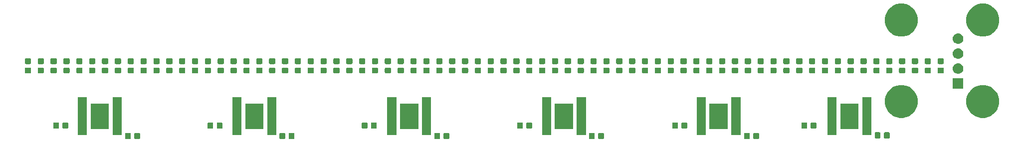
<source format=gbr>
G04 #@! TF.GenerationSoftware,KiCad,Pcbnew,(5.1.4)-1*
G04 #@! TF.CreationDate,2019-11-18T15:59:16-05:00*
G04 #@! TF.ProjectId,teh,7465682e-6b69-4636-9164-5f7063625858,rev?*
G04 #@! TF.SameCoordinates,Original*
G04 #@! TF.FileFunction,Soldermask,Top*
G04 #@! TF.FilePolarity,Negative*
%FSLAX46Y46*%
G04 Gerber Fmt 4.6, Leading zero omitted, Abs format (unit mm)*
G04 Created by KiCad (PCBNEW (5.1.4)-1) date 2019-11-18 15:59:16*
%MOMM*%
%LPD*%
G04 APERTURE LIST*
%ADD10C,0.150000*%
G04 APERTURE END LIST*
D10*
G36*
X216674091Y-62216085D02*
G01*
X216708069Y-62226393D01*
X216739390Y-62243134D01*
X216766839Y-62265661D01*
X216789366Y-62293110D01*
X216806107Y-62324431D01*
X216816415Y-62358409D01*
X216820500Y-62399890D01*
X216820500Y-63076110D01*
X216816415Y-63117591D01*
X216806107Y-63151569D01*
X216789366Y-63182890D01*
X216766839Y-63210339D01*
X216739390Y-63232866D01*
X216708069Y-63249607D01*
X216674091Y-63259915D01*
X216632610Y-63264000D01*
X216031390Y-63264000D01*
X215989909Y-63259915D01*
X215955931Y-63249607D01*
X215924610Y-63232866D01*
X215897161Y-63210339D01*
X215874634Y-63182890D01*
X215857893Y-63151569D01*
X215847585Y-63117591D01*
X215843500Y-63076110D01*
X215843500Y-62399890D01*
X215847585Y-62358409D01*
X215857893Y-62324431D01*
X215874634Y-62293110D01*
X215897161Y-62265661D01*
X215924610Y-62243134D01*
X215955931Y-62226393D01*
X215989909Y-62216085D01*
X216031390Y-62212000D01*
X216632610Y-62212000D01*
X216674091Y-62216085D01*
X216674091Y-62216085D01*
G37*
G36*
X215099091Y-62216085D02*
G01*
X215133069Y-62226393D01*
X215164390Y-62243134D01*
X215191839Y-62265661D01*
X215214366Y-62293110D01*
X215231107Y-62324431D01*
X215241415Y-62358409D01*
X215245500Y-62399890D01*
X215245500Y-63076110D01*
X215241415Y-63117591D01*
X215231107Y-63151569D01*
X215214366Y-63182890D01*
X215191839Y-63210339D01*
X215164390Y-63232866D01*
X215133069Y-63249607D01*
X215099091Y-63259915D01*
X215057610Y-63264000D01*
X214456390Y-63264000D01*
X214414909Y-63259915D01*
X214380931Y-63249607D01*
X214349610Y-63232866D01*
X214322161Y-63210339D01*
X214299634Y-63182890D01*
X214282893Y-63151569D01*
X214272585Y-63117591D01*
X214268500Y-63076110D01*
X214268500Y-62399890D01*
X214272585Y-62358409D01*
X214282893Y-62324431D01*
X214299634Y-62293110D01*
X214322161Y-62265661D01*
X214349610Y-62243134D01*
X214380931Y-62226393D01*
X214414909Y-62216085D01*
X214456390Y-62212000D01*
X215057610Y-62212000D01*
X215099091Y-62216085D01*
X215099091Y-62216085D01*
G37*
G36*
X111594091Y-62216085D02*
G01*
X111628069Y-62226393D01*
X111659390Y-62243134D01*
X111686839Y-62265661D01*
X111709366Y-62293110D01*
X111726107Y-62324431D01*
X111736415Y-62358409D01*
X111740500Y-62399890D01*
X111740500Y-63076110D01*
X111736415Y-63117591D01*
X111726107Y-63151569D01*
X111709366Y-63182890D01*
X111686839Y-63210339D01*
X111659390Y-63232866D01*
X111628069Y-63249607D01*
X111594091Y-63259915D01*
X111552610Y-63264000D01*
X110951390Y-63264000D01*
X110909909Y-63259915D01*
X110875931Y-63249607D01*
X110844610Y-63232866D01*
X110817161Y-63210339D01*
X110794634Y-63182890D01*
X110777893Y-63151569D01*
X110767585Y-63117591D01*
X110763500Y-63076110D01*
X110763500Y-62399890D01*
X110767585Y-62358409D01*
X110777893Y-62324431D01*
X110794634Y-62293110D01*
X110817161Y-62265661D01*
X110844610Y-62243134D01*
X110875931Y-62226393D01*
X110909909Y-62216085D01*
X110951390Y-62212000D01*
X111552610Y-62212000D01*
X111594091Y-62216085D01*
X111594091Y-62216085D01*
G37*
G36*
X110019091Y-62216085D02*
G01*
X110053069Y-62226393D01*
X110084390Y-62243134D01*
X110111839Y-62265661D01*
X110134366Y-62293110D01*
X110151107Y-62324431D01*
X110161415Y-62358409D01*
X110165500Y-62399890D01*
X110165500Y-63076110D01*
X110161415Y-63117591D01*
X110151107Y-63151569D01*
X110134366Y-63182890D01*
X110111839Y-63210339D01*
X110084390Y-63232866D01*
X110053069Y-63249607D01*
X110019091Y-63259915D01*
X109977610Y-63264000D01*
X109376390Y-63264000D01*
X109334909Y-63259915D01*
X109300931Y-63249607D01*
X109269610Y-63232866D01*
X109242161Y-63210339D01*
X109219634Y-63182890D01*
X109202893Y-63151569D01*
X109192585Y-63117591D01*
X109188500Y-63076110D01*
X109188500Y-62399890D01*
X109192585Y-62358409D01*
X109202893Y-62324431D01*
X109219634Y-62293110D01*
X109242161Y-62265661D01*
X109269610Y-62243134D01*
X109300931Y-62226393D01*
X109334909Y-62216085D01*
X109376390Y-62212000D01*
X109977610Y-62212000D01*
X110019091Y-62216085D01*
X110019091Y-62216085D01*
G37*
G36*
X137807091Y-62216085D02*
G01*
X137841069Y-62226393D01*
X137872390Y-62243134D01*
X137899839Y-62265661D01*
X137922366Y-62293110D01*
X137939107Y-62324431D01*
X137949415Y-62358409D01*
X137953500Y-62399890D01*
X137953500Y-63076110D01*
X137949415Y-63117591D01*
X137939107Y-63151569D01*
X137922366Y-63182890D01*
X137899839Y-63210339D01*
X137872390Y-63232866D01*
X137841069Y-63249607D01*
X137807091Y-63259915D01*
X137765610Y-63264000D01*
X137164390Y-63264000D01*
X137122909Y-63259915D01*
X137088931Y-63249607D01*
X137057610Y-63232866D01*
X137030161Y-63210339D01*
X137007634Y-63182890D01*
X136990893Y-63151569D01*
X136980585Y-63117591D01*
X136976500Y-63076110D01*
X136976500Y-62399890D01*
X136980585Y-62358409D01*
X136990893Y-62324431D01*
X137007634Y-62293110D01*
X137030161Y-62265661D01*
X137057610Y-62243134D01*
X137088931Y-62226393D01*
X137122909Y-62216085D01*
X137164390Y-62212000D01*
X137765610Y-62212000D01*
X137807091Y-62216085D01*
X137807091Y-62216085D01*
G37*
G36*
X136232091Y-62216085D02*
G01*
X136266069Y-62226393D01*
X136297390Y-62243134D01*
X136324839Y-62265661D01*
X136347366Y-62293110D01*
X136364107Y-62324431D01*
X136374415Y-62358409D01*
X136378500Y-62399890D01*
X136378500Y-63076110D01*
X136374415Y-63117591D01*
X136364107Y-63151569D01*
X136347366Y-63182890D01*
X136324839Y-63210339D01*
X136297390Y-63232866D01*
X136266069Y-63249607D01*
X136232091Y-63259915D01*
X136190610Y-63264000D01*
X135589390Y-63264000D01*
X135547909Y-63259915D01*
X135513931Y-63249607D01*
X135482610Y-63232866D01*
X135455161Y-63210339D01*
X135432634Y-63182890D01*
X135415893Y-63151569D01*
X135405585Y-63117591D01*
X135401500Y-63076110D01*
X135401500Y-62399890D01*
X135405585Y-62358409D01*
X135415893Y-62324431D01*
X135432634Y-62293110D01*
X135455161Y-62265661D01*
X135482610Y-62243134D01*
X135513931Y-62226393D01*
X135547909Y-62216085D01*
X135589390Y-62212000D01*
X136190610Y-62212000D01*
X136232091Y-62216085D01*
X136232091Y-62216085D01*
G37*
G36*
X164096091Y-62216085D02*
G01*
X164130069Y-62226393D01*
X164161390Y-62243134D01*
X164188839Y-62265661D01*
X164211366Y-62293110D01*
X164228107Y-62324431D01*
X164238415Y-62358409D01*
X164242500Y-62399890D01*
X164242500Y-63076110D01*
X164238415Y-63117591D01*
X164228107Y-63151569D01*
X164211366Y-63182890D01*
X164188839Y-63210339D01*
X164161390Y-63232866D01*
X164130069Y-63249607D01*
X164096091Y-63259915D01*
X164054610Y-63264000D01*
X163453390Y-63264000D01*
X163411909Y-63259915D01*
X163377931Y-63249607D01*
X163346610Y-63232866D01*
X163319161Y-63210339D01*
X163296634Y-63182890D01*
X163279893Y-63151569D01*
X163269585Y-63117591D01*
X163265500Y-63076110D01*
X163265500Y-62399890D01*
X163269585Y-62358409D01*
X163279893Y-62324431D01*
X163296634Y-62293110D01*
X163319161Y-62265661D01*
X163346610Y-62243134D01*
X163377931Y-62226393D01*
X163411909Y-62216085D01*
X163453390Y-62212000D01*
X164054610Y-62212000D01*
X164096091Y-62216085D01*
X164096091Y-62216085D01*
G37*
G36*
X162521091Y-62216085D02*
G01*
X162555069Y-62226393D01*
X162586390Y-62243134D01*
X162613839Y-62265661D01*
X162636366Y-62293110D01*
X162653107Y-62324431D01*
X162663415Y-62358409D01*
X162667500Y-62399890D01*
X162667500Y-63076110D01*
X162663415Y-63117591D01*
X162653107Y-63151569D01*
X162636366Y-63182890D01*
X162613839Y-63210339D01*
X162586390Y-63232866D01*
X162555069Y-63249607D01*
X162521091Y-63259915D01*
X162479610Y-63264000D01*
X161878390Y-63264000D01*
X161836909Y-63259915D01*
X161802931Y-63249607D01*
X161771610Y-63232866D01*
X161744161Y-63210339D01*
X161721634Y-63182890D01*
X161704893Y-63151569D01*
X161694585Y-63117591D01*
X161690500Y-63076110D01*
X161690500Y-62399890D01*
X161694585Y-62358409D01*
X161704893Y-62324431D01*
X161721634Y-62293110D01*
X161744161Y-62265661D01*
X161771610Y-62243134D01*
X161802931Y-62226393D01*
X161836909Y-62216085D01*
X161878390Y-62212000D01*
X162479610Y-62212000D01*
X162521091Y-62216085D01*
X162521091Y-62216085D01*
G37*
G36*
X188759091Y-62216085D02*
G01*
X188793069Y-62226393D01*
X188824390Y-62243134D01*
X188851839Y-62265661D01*
X188874366Y-62293110D01*
X188891107Y-62324431D01*
X188901415Y-62358409D01*
X188905500Y-62399890D01*
X188905500Y-63076110D01*
X188901415Y-63117591D01*
X188891107Y-63151569D01*
X188874366Y-63182890D01*
X188851839Y-63210339D01*
X188824390Y-63232866D01*
X188793069Y-63249607D01*
X188759091Y-63259915D01*
X188717610Y-63264000D01*
X188116390Y-63264000D01*
X188074909Y-63259915D01*
X188040931Y-63249607D01*
X188009610Y-63232866D01*
X187982161Y-63210339D01*
X187959634Y-63182890D01*
X187942893Y-63151569D01*
X187932585Y-63117591D01*
X187928500Y-63076110D01*
X187928500Y-62399890D01*
X187932585Y-62358409D01*
X187942893Y-62324431D01*
X187959634Y-62293110D01*
X187982161Y-62265661D01*
X188009610Y-62243134D01*
X188040931Y-62226393D01*
X188074909Y-62216085D01*
X188116390Y-62212000D01*
X188717610Y-62212000D01*
X188759091Y-62216085D01*
X188759091Y-62216085D01*
G37*
G36*
X190334091Y-62216085D02*
G01*
X190368069Y-62226393D01*
X190399390Y-62243134D01*
X190426839Y-62265661D01*
X190449366Y-62293110D01*
X190466107Y-62324431D01*
X190476415Y-62358409D01*
X190480500Y-62399890D01*
X190480500Y-63076110D01*
X190476415Y-63117591D01*
X190466107Y-63151569D01*
X190449366Y-63182890D01*
X190426839Y-63210339D01*
X190399390Y-63232866D01*
X190368069Y-63249607D01*
X190334091Y-63259915D01*
X190292610Y-63264000D01*
X189691390Y-63264000D01*
X189649909Y-63259915D01*
X189615931Y-63249607D01*
X189584610Y-63232866D01*
X189557161Y-63210339D01*
X189534634Y-63182890D01*
X189517893Y-63151569D01*
X189507585Y-63117591D01*
X189503500Y-63076110D01*
X189503500Y-62399890D01*
X189507585Y-62358409D01*
X189517893Y-62324431D01*
X189534634Y-62293110D01*
X189557161Y-62265661D01*
X189584610Y-62243134D01*
X189615931Y-62226393D01*
X189649909Y-62216085D01*
X189691390Y-62212000D01*
X190292610Y-62212000D01*
X190334091Y-62216085D01*
X190334091Y-62216085D01*
G37*
G36*
X237273291Y-62089085D02*
G01*
X237307269Y-62099393D01*
X237338590Y-62116134D01*
X237366039Y-62138661D01*
X237388566Y-62166110D01*
X237405307Y-62197431D01*
X237415615Y-62231409D01*
X237419700Y-62272890D01*
X237419700Y-62949110D01*
X237415615Y-62990591D01*
X237405307Y-63024569D01*
X237388566Y-63055890D01*
X237366039Y-63083339D01*
X237338590Y-63105866D01*
X237307269Y-63122607D01*
X237273291Y-63132915D01*
X237231810Y-63137000D01*
X236630590Y-63137000D01*
X236589109Y-63132915D01*
X236555131Y-63122607D01*
X236523810Y-63105866D01*
X236496361Y-63083339D01*
X236473834Y-63055890D01*
X236457093Y-63024569D01*
X236446785Y-62990591D01*
X236442700Y-62949110D01*
X236442700Y-62272890D01*
X236446785Y-62231409D01*
X236457093Y-62197431D01*
X236473834Y-62166110D01*
X236496361Y-62138661D01*
X236523810Y-62116134D01*
X236555131Y-62099393D01*
X236589109Y-62089085D01*
X236630590Y-62085000D01*
X237231810Y-62085000D01*
X237273291Y-62089085D01*
X237273291Y-62089085D01*
G37*
G36*
X238848291Y-62089085D02*
G01*
X238882269Y-62099393D01*
X238913590Y-62116134D01*
X238941039Y-62138661D01*
X238963566Y-62166110D01*
X238980307Y-62197431D01*
X238990615Y-62231409D01*
X238994700Y-62272890D01*
X238994700Y-62949110D01*
X238990615Y-62990591D01*
X238980307Y-63024569D01*
X238963566Y-63055890D01*
X238941039Y-63083339D01*
X238913590Y-63105866D01*
X238882269Y-63122607D01*
X238848291Y-63132915D01*
X238806810Y-63137000D01*
X238205590Y-63137000D01*
X238164109Y-63132915D01*
X238130131Y-63122607D01*
X238098810Y-63105866D01*
X238071361Y-63083339D01*
X238048834Y-63055890D01*
X238032093Y-63024569D01*
X238021785Y-62990591D01*
X238017700Y-62949110D01*
X238017700Y-62272890D01*
X238021785Y-62231409D01*
X238032093Y-62197431D01*
X238048834Y-62166110D01*
X238071361Y-62138661D01*
X238098810Y-62116134D01*
X238130131Y-62099393D01*
X238164109Y-62089085D01*
X238205590Y-62085000D01*
X238806810Y-62085000D01*
X238848291Y-62089085D01*
X238848291Y-62089085D01*
G37*
G36*
X155248000Y-62566000D02*
G01*
X153696000Y-62566000D01*
X153696000Y-56164000D01*
X155248000Y-56164000D01*
X155248000Y-62566000D01*
X155248000Y-62566000D01*
G37*
G36*
X229994700Y-62566000D02*
G01*
X228442700Y-62566000D01*
X228442700Y-56164000D01*
X229994700Y-56164000D01*
X229994700Y-62566000D01*
X229994700Y-62566000D01*
G37*
G36*
X207780000Y-62566000D02*
G01*
X206228000Y-62566000D01*
X206228000Y-56164000D01*
X207780000Y-56164000D01*
X207780000Y-62566000D01*
X207780000Y-62566000D01*
G37*
G36*
X213680000Y-62566000D02*
G01*
X212128000Y-62566000D01*
X212128000Y-56164000D01*
X213680000Y-56164000D01*
X213680000Y-62566000D01*
X213680000Y-62566000D01*
G37*
G36*
X181514000Y-62566000D02*
G01*
X179962000Y-62566000D01*
X179962000Y-56164000D01*
X181514000Y-56164000D01*
X181514000Y-62566000D01*
X181514000Y-62566000D01*
G37*
G36*
X187414000Y-62566000D02*
G01*
X185862000Y-62566000D01*
X185862000Y-56164000D01*
X187414000Y-56164000D01*
X187414000Y-62566000D01*
X187414000Y-62566000D01*
G37*
G36*
X161148000Y-62566000D02*
G01*
X159596000Y-62566000D01*
X159596000Y-56164000D01*
X161148000Y-56164000D01*
X161148000Y-62566000D01*
X161148000Y-62566000D01*
G37*
G36*
X102716000Y-62566000D02*
G01*
X101164000Y-62566000D01*
X101164000Y-56164000D01*
X102716000Y-56164000D01*
X102716000Y-62566000D01*
X102716000Y-62566000D01*
G37*
G36*
X108616000Y-62566000D02*
G01*
X107064000Y-62566000D01*
X107064000Y-56164000D01*
X108616000Y-56164000D01*
X108616000Y-62566000D01*
X108616000Y-62566000D01*
G37*
G36*
X128982000Y-62566000D02*
G01*
X127430000Y-62566000D01*
X127430000Y-56164000D01*
X128982000Y-56164000D01*
X128982000Y-62566000D01*
X128982000Y-62566000D01*
G37*
G36*
X134882000Y-62566000D02*
G01*
X133330000Y-62566000D01*
X133330000Y-56164000D01*
X134882000Y-56164000D01*
X134882000Y-62566000D01*
X134882000Y-62566000D01*
G37*
G36*
X235894700Y-62566000D02*
G01*
X234342700Y-62566000D01*
X234342700Y-56164000D01*
X235894700Y-56164000D01*
X235894700Y-62566000D01*
X235894700Y-62566000D01*
G37*
G36*
X185239000Y-61516000D02*
G01*
X182137000Y-61516000D01*
X182137000Y-57214000D01*
X185239000Y-57214000D01*
X185239000Y-61516000D01*
X185239000Y-61516000D01*
G37*
G36*
X132707000Y-61516000D02*
G01*
X129605000Y-61516000D01*
X129605000Y-57214000D01*
X132707000Y-57214000D01*
X132707000Y-61516000D01*
X132707000Y-61516000D01*
G37*
G36*
X106441000Y-61516000D02*
G01*
X103339000Y-61516000D01*
X103339000Y-57214000D01*
X106441000Y-57214000D01*
X106441000Y-61516000D01*
X106441000Y-61516000D01*
G37*
G36*
X211505000Y-61516000D02*
G01*
X208403000Y-61516000D01*
X208403000Y-57214000D01*
X211505000Y-57214000D01*
X211505000Y-61516000D01*
X211505000Y-61516000D01*
G37*
G36*
X233719700Y-61516000D02*
G01*
X230617700Y-61516000D01*
X230617700Y-57214000D01*
X233719700Y-57214000D01*
X233719700Y-61516000D01*
X233719700Y-61516000D01*
G37*
G36*
X158973000Y-61516000D02*
G01*
X155871000Y-61516000D01*
X155871000Y-57214000D01*
X158973000Y-57214000D01*
X158973000Y-61516000D01*
X158973000Y-61516000D01*
G37*
G36*
X124014591Y-60438085D02*
G01*
X124048569Y-60448393D01*
X124079890Y-60465134D01*
X124107339Y-60487661D01*
X124129866Y-60515110D01*
X124146607Y-60546431D01*
X124156915Y-60580409D01*
X124161000Y-60621890D01*
X124161000Y-61298110D01*
X124156915Y-61339591D01*
X124146607Y-61373569D01*
X124129866Y-61404890D01*
X124107339Y-61432339D01*
X124079890Y-61454866D01*
X124048569Y-61471607D01*
X124014591Y-61481915D01*
X123973110Y-61486000D01*
X123371890Y-61486000D01*
X123330409Y-61481915D01*
X123296431Y-61471607D01*
X123265110Y-61454866D01*
X123237661Y-61432339D01*
X123215134Y-61404890D01*
X123198393Y-61373569D01*
X123188085Y-61339591D01*
X123184000Y-61298110D01*
X123184000Y-60621890D01*
X123188085Y-60580409D01*
X123198393Y-60546431D01*
X123215134Y-60515110D01*
X123237661Y-60487661D01*
X123265110Y-60465134D01*
X123296431Y-60448393D01*
X123330409Y-60438085D01*
X123371890Y-60434000D01*
X123973110Y-60434000D01*
X124014591Y-60438085D01*
X124014591Y-60438085D01*
G37*
G36*
X150202091Y-60438085D02*
G01*
X150236069Y-60448393D01*
X150267390Y-60465134D01*
X150294839Y-60487661D01*
X150317366Y-60515110D01*
X150334107Y-60546431D01*
X150344415Y-60580409D01*
X150348500Y-60621890D01*
X150348500Y-61298110D01*
X150344415Y-61339591D01*
X150334107Y-61373569D01*
X150317366Y-61404890D01*
X150294839Y-61432339D01*
X150267390Y-61454866D01*
X150236069Y-61471607D01*
X150202091Y-61481915D01*
X150160610Y-61486000D01*
X149559390Y-61486000D01*
X149517909Y-61481915D01*
X149483931Y-61471607D01*
X149452610Y-61454866D01*
X149425161Y-61432339D01*
X149402634Y-61404890D01*
X149385893Y-61373569D01*
X149375585Y-61339591D01*
X149371500Y-61298110D01*
X149371500Y-60621890D01*
X149375585Y-60580409D01*
X149385893Y-60546431D01*
X149402634Y-60515110D01*
X149425161Y-60487661D01*
X149452610Y-60465134D01*
X149483931Y-60448393D01*
X149517909Y-60438085D01*
X149559390Y-60434000D01*
X150160610Y-60434000D01*
X150202091Y-60438085D01*
X150202091Y-60438085D01*
G37*
G36*
X99402091Y-60438085D02*
G01*
X99436069Y-60448393D01*
X99467390Y-60465134D01*
X99494839Y-60487661D01*
X99517366Y-60515110D01*
X99534107Y-60546431D01*
X99544415Y-60580409D01*
X99548500Y-60621890D01*
X99548500Y-61298110D01*
X99544415Y-61339591D01*
X99534107Y-61373569D01*
X99517366Y-61404890D01*
X99494839Y-61432339D01*
X99467390Y-61454866D01*
X99436069Y-61471607D01*
X99402091Y-61481915D01*
X99360610Y-61486000D01*
X98759390Y-61486000D01*
X98717909Y-61481915D01*
X98683931Y-61471607D01*
X98652610Y-61454866D01*
X98625161Y-61432339D01*
X98602634Y-61404890D01*
X98585893Y-61373569D01*
X98575585Y-61339591D01*
X98571500Y-61298110D01*
X98571500Y-60621890D01*
X98575585Y-60580409D01*
X98585893Y-60546431D01*
X98602634Y-60515110D01*
X98625161Y-60487661D01*
X98652610Y-60465134D01*
X98683931Y-60448393D01*
X98717909Y-60438085D01*
X98759390Y-60434000D01*
X99360610Y-60434000D01*
X99402091Y-60438085D01*
X99402091Y-60438085D01*
G37*
G36*
X125589591Y-60438085D02*
G01*
X125623569Y-60448393D01*
X125654890Y-60465134D01*
X125682339Y-60487661D01*
X125704866Y-60515110D01*
X125721607Y-60546431D01*
X125731915Y-60580409D01*
X125736000Y-60621890D01*
X125736000Y-61298110D01*
X125731915Y-61339591D01*
X125721607Y-61373569D01*
X125704866Y-61404890D01*
X125682339Y-61432339D01*
X125654890Y-61454866D01*
X125623569Y-61471607D01*
X125589591Y-61481915D01*
X125548110Y-61486000D01*
X124946890Y-61486000D01*
X124905409Y-61481915D01*
X124871431Y-61471607D01*
X124840110Y-61454866D01*
X124812661Y-61432339D01*
X124790134Y-61404890D01*
X124773393Y-61373569D01*
X124763085Y-61339591D01*
X124759000Y-61298110D01*
X124759000Y-60621890D01*
X124763085Y-60580409D01*
X124773393Y-60546431D01*
X124790134Y-60515110D01*
X124812661Y-60487661D01*
X124840110Y-60465134D01*
X124871431Y-60448393D01*
X124905409Y-60438085D01*
X124946890Y-60434000D01*
X125548110Y-60434000D01*
X125589591Y-60438085D01*
X125589591Y-60438085D01*
G37*
G36*
X202907091Y-60438085D02*
G01*
X202941069Y-60448393D01*
X202972390Y-60465134D01*
X202999839Y-60487661D01*
X203022366Y-60515110D01*
X203039107Y-60546431D01*
X203049415Y-60580409D01*
X203053500Y-60621890D01*
X203053500Y-61298110D01*
X203049415Y-61339591D01*
X203039107Y-61373569D01*
X203022366Y-61404890D01*
X202999839Y-61432339D01*
X202972390Y-61454866D01*
X202941069Y-61471607D01*
X202907091Y-61481915D01*
X202865610Y-61486000D01*
X202264390Y-61486000D01*
X202222909Y-61481915D01*
X202188931Y-61471607D01*
X202157610Y-61454866D01*
X202130161Y-61432339D01*
X202107634Y-61404890D01*
X202090893Y-61373569D01*
X202080585Y-61339591D01*
X202076500Y-61298110D01*
X202076500Y-60621890D01*
X202080585Y-60580409D01*
X202090893Y-60546431D01*
X202107634Y-60515110D01*
X202130161Y-60487661D01*
X202157610Y-60465134D01*
X202188931Y-60448393D01*
X202222909Y-60438085D01*
X202264390Y-60434000D01*
X202865610Y-60434000D01*
X202907091Y-60438085D01*
X202907091Y-60438085D01*
G37*
G36*
X224827091Y-60438085D02*
G01*
X224861069Y-60448393D01*
X224892390Y-60465134D01*
X224919839Y-60487661D01*
X224942366Y-60515110D01*
X224959107Y-60546431D01*
X224969415Y-60580409D01*
X224973500Y-60621890D01*
X224973500Y-61298110D01*
X224969415Y-61339591D01*
X224959107Y-61373569D01*
X224942366Y-61404890D01*
X224919839Y-61432339D01*
X224892390Y-61454866D01*
X224861069Y-61471607D01*
X224827091Y-61481915D01*
X224785610Y-61486000D01*
X224184390Y-61486000D01*
X224142909Y-61481915D01*
X224108931Y-61471607D01*
X224077610Y-61454866D01*
X224050161Y-61432339D01*
X224027634Y-61404890D01*
X224010893Y-61373569D01*
X224000585Y-61339591D01*
X223996500Y-61298110D01*
X223996500Y-60621890D01*
X224000585Y-60580409D01*
X224010893Y-60546431D01*
X224027634Y-60515110D01*
X224050161Y-60487661D01*
X224077610Y-60465134D01*
X224108931Y-60448393D01*
X224142909Y-60438085D01*
X224184390Y-60434000D01*
X224785610Y-60434000D01*
X224827091Y-60438085D01*
X224827091Y-60438085D01*
G37*
G36*
X176567091Y-60438085D02*
G01*
X176601069Y-60448393D01*
X176632390Y-60465134D01*
X176659839Y-60487661D01*
X176682366Y-60515110D01*
X176699107Y-60546431D01*
X176709415Y-60580409D01*
X176713500Y-60621890D01*
X176713500Y-61298110D01*
X176709415Y-61339591D01*
X176699107Y-61373569D01*
X176682366Y-61404890D01*
X176659839Y-61432339D01*
X176632390Y-61454866D01*
X176601069Y-61471607D01*
X176567091Y-61481915D01*
X176525610Y-61486000D01*
X175924390Y-61486000D01*
X175882909Y-61481915D01*
X175848931Y-61471607D01*
X175817610Y-61454866D01*
X175790161Y-61432339D01*
X175767634Y-61404890D01*
X175750893Y-61373569D01*
X175740585Y-61339591D01*
X175736500Y-61298110D01*
X175736500Y-60621890D01*
X175740585Y-60580409D01*
X175750893Y-60546431D01*
X175767634Y-60515110D01*
X175790161Y-60487661D01*
X175817610Y-60465134D01*
X175848931Y-60448393D01*
X175882909Y-60438085D01*
X175924390Y-60434000D01*
X176525610Y-60434000D01*
X176567091Y-60438085D01*
X176567091Y-60438085D01*
G37*
G36*
X226402091Y-60438085D02*
G01*
X226436069Y-60448393D01*
X226467390Y-60465134D01*
X226494839Y-60487661D01*
X226517366Y-60515110D01*
X226534107Y-60546431D01*
X226544415Y-60580409D01*
X226548500Y-60621890D01*
X226548500Y-61298110D01*
X226544415Y-61339591D01*
X226534107Y-61373569D01*
X226517366Y-61404890D01*
X226494839Y-61432339D01*
X226467390Y-61454866D01*
X226436069Y-61471607D01*
X226402091Y-61481915D01*
X226360610Y-61486000D01*
X225759390Y-61486000D01*
X225717909Y-61481915D01*
X225683931Y-61471607D01*
X225652610Y-61454866D01*
X225625161Y-61432339D01*
X225602634Y-61404890D01*
X225585893Y-61373569D01*
X225575585Y-61339591D01*
X225571500Y-61298110D01*
X225571500Y-60621890D01*
X225575585Y-60580409D01*
X225585893Y-60546431D01*
X225602634Y-60515110D01*
X225625161Y-60487661D01*
X225652610Y-60465134D01*
X225683931Y-60448393D01*
X225717909Y-60438085D01*
X225759390Y-60434000D01*
X226360610Y-60434000D01*
X226402091Y-60438085D01*
X226402091Y-60438085D01*
G37*
G36*
X151777091Y-60438085D02*
G01*
X151811069Y-60448393D01*
X151842390Y-60465134D01*
X151869839Y-60487661D01*
X151892366Y-60515110D01*
X151909107Y-60546431D01*
X151919415Y-60580409D01*
X151923500Y-60621890D01*
X151923500Y-61298110D01*
X151919415Y-61339591D01*
X151909107Y-61373569D01*
X151892366Y-61404890D01*
X151869839Y-61432339D01*
X151842390Y-61454866D01*
X151811069Y-61471607D01*
X151777091Y-61481915D01*
X151735610Y-61486000D01*
X151134390Y-61486000D01*
X151092909Y-61481915D01*
X151058931Y-61471607D01*
X151027610Y-61454866D01*
X151000161Y-61432339D01*
X150977634Y-61404890D01*
X150960893Y-61373569D01*
X150950585Y-61339591D01*
X150946500Y-61298110D01*
X150946500Y-60621890D01*
X150950585Y-60580409D01*
X150960893Y-60546431D01*
X150977634Y-60515110D01*
X151000161Y-60487661D01*
X151027610Y-60465134D01*
X151058931Y-60448393D01*
X151092909Y-60438085D01*
X151134390Y-60434000D01*
X151735610Y-60434000D01*
X151777091Y-60438085D01*
X151777091Y-60438085D01*
G37*
G36*
X97827091Y-60438085D02*
G01*
X97861069Y-60448393D01*
X97892390Y-60465134D01*
X97919839Y-60487661D01*
X97942366Y-60515110D01*
X97959107Y-60546431D01*
X97969415Y-60580409D01*
X97973500Y-60621890D01*
X97973500Y-61298110D01*
X97969415Y-61339591D01*
X97959107Y-61373569D01*
X97942366Y-61404890D01*
X97919839Y-61432339D01*
X97892390Y-61454866D01*
X97861069Y-61471607D01*
X97827091Y-61481915D01*
X97785610Y-61486000D01*
X97184390Y-61486000D01*
X97142909Y-61481915D01*
X97108931Y-61471607D01*
X97077610Y-61454866D01*
X97050161Y-61432339D01*
X97027634Y-61404890D01*
X97010893Y-61373569D01*
X97000585Y-61339591D01*
X96996500Y-61298110D01*
X96996500Y-60621890D01*
X97000585Y-60580409D01*
X97010893Y-60546431D01*
X97027634Y-60515110D01*
X97050161Y-60487661D01*
X97077610Y-60465134D01*
X97108931Y-60448393D01*
X97142909Y-60438085D01*
X97184390Y-60434000D01*
X97785610Y-60434000D01*
X97827091Y-60438085D01*
X97827091Y-60438085D01*
G37*
G36*
X178142091Y-60438085D02*
G01*
X178176069Y-60448393D01*
X178207390Y-60465134D01*
X178234839Y-60487661D01*
X178257366Y-60515110D01*
X178274107Y-60546431D01*
X178284415Y-60580409D01*
X178288500Y-60621890D01*
X178288500Y-61298110D01*
X178284415Y-61339591D01*
X178274107Y-61373569D01*
X178257366Y-61404890D01*
X178234839Y-61432339D01*
X178207390Y-61454866D01*
X178176069Y-61471607D01*
X178142091Y-61481915D01*
X178100610Y-61486000D01*
X177499390Y-61486000D01*
X177457909Y-61481915D01*
X177423931Y-61471607D01*
X177392610Y-61454866D01*
X177365161Y-61432339D01*
X177342634Y-61404890D01*
X177325893Y-61373569D01*
X177315585Y-61339591D01*
X177311500Y-61298110D01*
X177311500Y-60621890D01*
X177315585Y-60580409D01*
X177325893Y-60546431D01*
X177342634Y-60515110D01*
X177365161Y-60487661D01*
X177392610Y-60465134D01*
X177423931Y-60448393D01*
X177457909Y-60438085D01*
X177499390Y-60434000D01*
X178100610Y-60434000D01*
X178142091Y-60438085D01*
X178142091Y-60438085D01*
G37*
G36*
X204482091Y-60438085D02*
G01*
X204516069Y-60448393D01*
X204547390Y-60465134D01*
X204574839Y-60487661D01*
X204597366Y-60515110D01*
X204614107Y-60546431D01*
X204624415Y-60580409D01*
X204628500Y-60621890D01*
X204628500Y-61298110D01*
X204624415Y-61339591D01*
X204614107Y-61373569D01*
X204597366Y-61404890D01*
X204574839Y-61432339D01*
X204547390Y-61454866D01*
X204516069Y-61471607D01*
X204482091Y-61481915D01*
X204440610Y-61486000D01*
X203839390Y-61486000D01*
X203797909Y-61481915D01*
X203763931Y-61471607D01*
X203732610Y-61454866D01*
X203705161Y-61432339D01*
X203682634Y-61404890D01*
X203665893Y-61373569D01*
X203655585Y-61339591D01*
X203651500Y-61298110D01*
X203651500Y-60621890D01*
X203655585Y-60580409D01*
X203665893Y-60546431D01*
X203682634Y-60515110D01*
X203705161Y-60487661D01*
X203732610Y-60465134D01*
X203763931Y-60448393D01*
X203797909Y-60438085D01*
X203839390Y-60434000D01*
X204440610Y-60434000D01*
X204482091Y-60438085D01*
X204482091Y-60438085D01*
G37*
G36*
X255604421Y-54164540D02*
G01*
X256114169Y-54375685D01*
X256114171Y-54375686D01*
X256572934Y-54682221D01*
X256963079Y-55072366D01*
X257269614Y-55531129D01*
X257269615Y-55531131D01*
X257480760Y-56040879D01*
X257588400Y-56582024D01*
X257588400Y-57133776D01*
X257480760Y-57674921D01*
X257339480Y-58016000D01*
X257269614Y-58184671D01*
X256963079Y-58643434D01*
X256572934Y-59033579D01*
X256114171Y-59340114D01*
X256114170Y-59340115D01*
X256114169Y-59340115D01*
X255604421Y-59551260D01*
X255063276Y-59658900D01*
X254511524Y-59658900D01*
X253970379Y-59551260D01*
X253460631Y-59340115D01*
X253460630Y-59340115D01*
X253460629Y-59340114D01*
X253001866Y-59033579D01*
X252611721Y-58643434D01*
X252305186Y-58184671D01*
X252235320Y-58016000D01*
X252094040Y-57674921D01*
X251986400Y-57133776D01*
X251986400Y-56582024D01*
X252094040Y-56040879D01*
X252305185Y-55531131D01*
X252305186Y-55531129D01*
X252611721Y-55072366D01*
X253001866Y-54682221D01*
X253460629Y-54375686D01*
X253460631Y-54375685D01*
X253970379Y-54164540D01*
X254511524Y-54056900D01*
X255063276Y-54056900D01*
X255604421Y-54164540D01*
X255604421Y-54164540D01*
G37*
G36*
X241774121Y-54164540D02*
G01*
X242283869Y-54375685D01*
X242283871Y-54375686D01*
X242742634Y-54682221D01*
X243132779Y-55072366D01*
X243439314Y-55531129D01*
X243439315Y-55531131D01*
X243650460Y-56040879D01*
X243758100Y-56582024D01*
X243758100Y-57133776D01*
X243650460Y-57674921D01*
X243509180Y-58016000D01*
X243439314Y-58184671D01*
X243132779Y-58643434D01*
X242742634Y-59033579D01*
X242283871Y-59340114D01*
X242283870Y-59340115D01*
X242283869Y-59340115D01*
X241774121Y-59551260D01*
X241232976Y-59658900D01*
X240681224Y-59658900D01*
X240140079Y-59551260D01*
X239630331Y-59340115D01*
X239630330Y-59340115D01*
X239630329Y-59340114D01*
X239171566Y-59033579D01*
X238781421Y-58643434D01*
X238474886Y-58184671D01*
X238405020Y-58016000D01*
X238263740Y-57674921D01*
X238156100Y-57133776D01*
X238156100Y-56582024D01*
X238263740Y-56040879D01*
X238474885Y-55531131D01*
X238474886Y-55531129D01*
X238781421Y-55072366D01*
X239171566Y-54682221D01*
X239630329Y-54375686D01*
X239630331Y-54375685D01*
X240140079Y-54164540D01*
X240681224Y-54056900D01*
X241232976Y-54056900D01*
X241774121Y-54164540D01*
X241774121Y-54164540D01*
G37*
G36*
X251497400Y-54698200D02*
G01*
X249695400Y-54698200D01*
X249695400Y-52896200D01*
X251497400Y-52896200D01*
X251497400Y-54698200D01*
X251497400Y-54698200D01*
G37*
G36*
X250706842Y-50362718D02*
G01*
X250773027Y-50369237D01*
X250942866Y-50420757D01*
X251099391Y-50504422D01*
X251135129Y-50533752D01*
X251236586Y-50617014D01*
X251319848Y-50718471D01*
X251349178Y-50754209D01*
X251432843Y-50910734D01*
X251484363Y-51080573D01*
X251501759Y-51257200D01*
X251484363Y-51433827D01*
X251432843Y-51603666D01*
X251349178Y-51760191D01*
X251319848Y-51795929D01*
X251236586Y-51897386D01*
X251151214Y-51967448D01*
X251099391Y-52009978D01*
X251099389Y-52009979D01*
X250975874Y-52076000D01*
X250942866Y-52093643D01*
X250773027Y-52145163D01*
X250706842Y-52151682D01*
X250640660Y-52158200D01*
X250552140Y-52158200D01*
X250485958Y-52151682D01*
X250419773Y-52145163D01*
X250249934Y-52093643D01*
X250216927Y-52076000D01*
X250093411Y-52009979D01*
X250093409Y-52009978D01*
X250041586Y-51967448D01*
X249956214Y-51897386D01*
X249872952Y-51795929D01*
X249843622Y-51760191D01*
X249759957Y-51603666D01*
X249708437Y-51433827D01*
X249691041Y-51257200D01*
X249708437Y-51080573D01*
X249759957Y-50910734D01*
X249843622Y-50754209D01*
X249872952Y-50718471D01*
X249956214Y-50617014D01*
X250057671Y-50533752D01*
X250093409Y-50504422D01*
X250249934Y-50420757D01*
X250419773Y-50369237D01*
X250485957Y-50362719D01*
X250552140Y-50356200D01*
X250640660Y-50356200D01*
X250706842Y-50362718D01*
X250706842Y-50362718D01*
G37*
G36*
X191290976Y-51103085D02*
G01*
X191324954Y-51113393D01*
X191356275Y-51130134D01*
X191383724Y-51152661D01*
X191406251Y-51180110D01*
X191422992Y-51211431D01*
X191433300Y-51245409D01*
X191437385Y-51286890D01*
X191437385Y-51888110D01*
X191433300Y-51929591D01*
X191422992Y-51963569D01*
X191406251Y-51994890D01*
X191383724Y-52022339D01*
X191356275Y-52044866D01*
X191324954Y-52061607D01*
X191290976Y-52071915D01*
X191249495Y-52076000D01*
X190573275Y-52076000D01*
X190531794Y-52071915D01*
X190497816Y-52061607D01*
X190466495Y-52044866D01*
X190439046Y-52022339D01*
X190416519Y-51994890D01*
X190399778Y-51963569D01*
X190389470Y-51929591D01*
X190385385Y-51888110D01*
X190385385Y-51286890D01*
X190389470Y-51245409D01*
X190399778Y-51211431D01*
X190416519Y-51180110D01*
X190439046Y-51152661D01*
X190466495Y-51130134D01*
X190497816Y-51113393D01*
X190531794Y-51103085D01*
X190573275Y-51099000D01*
X191249495Y-51099000D01*
X191290976Y-51103085D01*
X191290976Y-51103085D01*
G37*
G36*
X97454097Y-51103085D02*
G01*
X97488075Y-51113393D01*
X97519396Y-51130134D01*
X97546845Y-51152661D01*
X97569372Y-51180110D01*
X97586113Y-51211431D01*
X97596421Y-51245409D01*
X97600506Y-51286890D01*
X97600506Y-51888110D01*
X97596421Y-51929591D01*
X97586113Y-51963569D01*
X97569372Y-51994890D01*
X97546845Y-52022339D01*
X97519396Y-52044866D01*
X97488075Y-52061607D01*
X97454097Y-52071915D01*
X97412616Y-52076000D01*
X96736396Y-52076000D01*
X96694915Y-52071915D01*
X96660937Y-52061607D01*
X96629616Y-52044866D01*
X96602167Y-52022339D01*
X96579640Y-51994890D01*
X96562899Y-51963569D01*
X96552591Y-51929591D01*
X96548506Y-51888110D01*
X96548506Y-51286890D01*
X96552591Y-51245409D01*
X96562899Y-51211431D01*
X96579640Y-51180110D01*
X96602167Y-51152661D01*
X96629616Y-51130134D01*
X96660937Y-51113393D01*
X96694915Y-51103085D01*
X96736396Y-51099000D01*
X97412616Y-51099000D01*
X97454097Y-51103085D01*
X97454097Y-51103085D01*
G37*
G36*
X110547615Y-51103085D02*
G01*
X110581593Y-51113393D01*
X110612914Y-51130134D01*
X110640363Y-51152661D01*
X110662890Y-51180110D01*
X110679631Y-51211431D01*
X110689939Y-51245409D01*
X110694024Y-51286890D01*
X110694024Y-51888110D01*
X110689939Y-51929591D01*
X110679631Y-51963569D01*
X110662890Y-51994890D01*
X110640363Y-52022339D01*
X110612914Y-52044866D01*
X110581593Y-52061607D01*
X110547615Y-52071915D01*
X110506134Y-52076000D01*
X109829914Y-52076000D01*
X109788433Y-52071915D01*
X109754455Y-52061607D01*
X109723134Y-52044866D01*
X109695685Y-52022339D01*
X109673158Y-51994890D01*
X109656417Y-51963569D01*
X109646109Y-51929591D01*
X109642024Y-51888110D01*
X109642024Y-51286890D01*
X109646109Y-51245409D01*
X109656417Y-51211431D01*
X109673158Y-51180110D01*
X109695685Y-51152661D01*
X109723134Y-51130134D01*
X109754455Y-51113393D01*
X109788433Y-51103085D01*
X109829914Y-51099000D01*
X110506134Y-51099000D01*
X110547615Y-51103085D01*
X110547615Y-51103085D01*
G37*
G36*
X99636350Y-51103085D02*
G01*
X99670328Y-51113393D01*
X99701649Y-51130134D01*
X99729098Y-51152661D01*
X99751625Y-51180110D01*
X99768366Y-51211431D01*
X99778674Y-51245409D01*
X99782759Y-51286890D01*
X99782759Y-51888110D01*
X99778674Y-51929591D01*
X99768366Y-51963569D01*
X99751625Y-51994890D01*
X99729098Y-52022339D01*
X99701649Y-52044866D01*
X99670328Y-52061607D01*
X99636350Y-52071915D01*
X99594869Y-52076000D01*
X98918649Y-52076000D01*
X98877168Y-52071915D01*
X98843190Y-52061607D01*
X98811869Y-52044866D01*
X98784420Y-52022339D01*
X98761893Y-51994890D01*
X98745152Y-51963569D01*
X98734844Y-51929591D01*
X98730759Y-51888110D01*
X98730759Y-51286890D01*
X98734844Y-51245409D01*
X98745152Y-51211431D01*
X98761893Y-51180110D01*
X98784420Y-51152661D01*
X98811869Y-51130134D01*
X98843190Y-51113393D01*
X98877168Y-51103085D01*
X98918649Y-51099000D01*
X99594869Y-51099000D01*
X99636350Y-51103085D01*
X99636350Y-51103085D01*
G37*
G36*
X114912121Y-51103085D02*
G01*
X114946099Y-51113393D01*
X114977420Y-51130134D01*
X115004869Y-51152661D01*
X115027396Y-51180110D01*
X115044137Y-51211431D01*
X115054445Y-51245409D01*
X115058530Y-51286890D01*
X115058530Y-51888110D01*
X115054445Y-51929591D01*
X115044137Y-51963569D01*
X115027396Y-51994890D01*
X115004869Y-52022339D01*
X114977420Y-52044866D01*
X114946099Y-52061607D01*
X114912121Y-52071915D01*
X114870640Y-52076000D01*
X114194420Y-52076000D01*
X114152939Y-52071915D01*
X114118961Y-52061607D01*
X114087640Y-52044866D01*
X114060191Y-52022339D01*
X114037664Y-51994890D01*
X114020923Y-51963569D01*
X114010615Y-51929591D01*
X114006530Y-51888110D01*
X114006530Y-51286890D01*
X114010615Y-51245409D01*
X114020923Y-51211431D01*
X114037664Y-51180110D01*
X114060191Y-51152661D01*
X114087640Y-51130134D01*
X114118961Y-51113393D01*
X114152939Y-51103085D01*
X114194420Y-51099000D01*
X114870640Y-51099000D01*
X114912121Y-51103085D01*
X114912121Y-51103085D01*
G37*
G36*
X101818603Y-51103085D02*
G01*
X101852581Y-51113393D01*
X101883902Y-51130134D01*
X101911351Y-51152661D01*
X101933878Y-51180110D01*
X101950619Y-51211431D01*
X101960927Y-51245409D01*
X101965012Y-51286890D01*
X101965012Y-51888110D01*
X101960927Y-51929591D01*
X101950619Y-51963569D01*
X101933878Y-51994890D01*
X101911351Y-52022339D01*
X101883902Y-52044866D01*
X101852581Y-52061607D01*
X101818603Y-52071915D01*
X101777122Y-52076000D01*
X101100902Y-52076000D01*
X101059421Y-52071915D01*
X101025443Y-52061607D01*
X100994122Y-52044866D01*
X100966673Y-52022339D01*
X100944146Y-51994890D01*
X100927405Y-51963569D01*
X100917097Y-51929591D01*
X100913012Y-51888110D01*
X100913012Y-51286890D01*
X100917097Y-51245409D01*
X100927405Y-51211431D01*
X100944146Y-51180110D01*
X100966673Y-51152661D01*
X100994122Y-51130134D01*
X101025443Y-51113393D01*
X101059421Y-51103085D01*
X101100902Y-51099000D01*
X101777122Y-51099000D01*
X101818603Y-51103085D01*
X101818603Y-51103085D01*
G37*
G36*
X117094374Y-51103085D02*
G01*
X117128352Y-51113393D01*
X117159673Y-51130134D01*
X117187122Y-51152661D01*
X117209649Y-51180110D01*
X117226390Y-51211431D01*
X117236698Y-51245409D01*
X117240783Y-51286890D01*
X117240783Y-51888110D01*
X117236698Y-51929591D01*
X117226390Y-51963569D01*
X117209649Y-51994890D01*
X117187122Y-52022339D01*
X117159673Y-52044866D01*
X117128352Y-52061607D01*
X117094374Y-52071915D01*
X117052893Y-52076000D01*
X116376673Y-52076000D01*
X116335192Y-52071915D01*
X116301214Y-52061607D01*
X116269893Y-52044866D01*
X116242444Y-52022339D01*
X116219917Y-51994890D01*
X116203176Y-51963569D01*
X116192868Y-51929591D01*
X116188783Y-51888110D01*
X116188783Y-51286890D01*
X116192868Y-51245409D01*
X116203176Y-51211431D01*
X116219917Y-51180110D01*
X116242444Y-51152661D01*
X116269893Y-51130134D01*
X116301214Y-51113393D01*
X116335192Y-51103085D01*
X116376673Y-51099000D01*
X117052893Y-51099000D01*
X117094374Y-51103085D01*
X117094374Y-51103085D01*
G37*
G36*
X123641133Y-51103085D02*
G01*
X123675111Y-51113393D01*
X123706432Y-51130134D01*
X123733881Y-51152661D01*
X123756408Y-51180110D01*
X123773149Y-51211431D01*
X123783457Y-51245409D01*
X123787542Y-51286890D01*
X123787542Y-51888110D01*
X123783457Y-51929591D01*
X123773149Y-51963569D01*
X123756408Y-51994890D01*
X123733881Y-52022339D01*
X123706432Y-52044866D01*
X123675111Y-52061607D01*
X123641133Y-52071915D01*
X123599652Y-52076000D01*
X122923432Y-52076000D01*
X122881951Y-52071915D01*
X122847973Y-52061607D01*
X122816652Y-52044866D01*
X122789203Y-52022339D01*
X122766676Y-51994890D01*
X122749935Y-51963569D01*
X122739627Y-51929591D01*
X122735542Y-51888110D01*
X122735542Y-51286890D01*
X122739627Y-51245409D01*
X122749935Y-51211431D01*
X122766676Y-51180110D01*
X122789203Y-51152661D01*
X122816652Y-51130134D01*
X122847973Y-51113393D01*
X122881951Y-51103085D01*
X122923432Y-51099000D01*
X123599652Y-51099000D01*
X123641133Y-51103085D01*
X123641133Y-51103085D01*
G37*
G36*
X104000856Y-51103085D02*
G01*
X104034834Y-51113393D01*
X104066155Y-51130134D01*
X104093604Y-51152661D01*
X104116131Y-51180110D01*
X104132872Y-51211431D01*
X104143180Y-51245409D01*
X104147265Y-51286890D01*
X104147265Y-51888110D01*
X104143180Y-51929591D01*
X104132872Y-51963569D01*
X104116131Y-51994890D01*
X104093604Y-52022339D01*
X104066155Y-52044866D01*
X104034834Y-52061607D01*
X104000856Y-52071915D01*
X103959375Y-52076000D01*
X103283155Y-52076000D01*
X103241674Y-52071915D01*
X103207696Y-52061607D01*
X103176375Y-52044866D01*
X103148926Y-52022339D01*
X103126399Y-51994890D01*
X103109658Y-51963569D01*
X103099350Y-51929591D01*
X103095265Y-51888110D01*
X103095265Y-51286890D01*
X103099350Y-51245409D01*
X103109658Y-51211431D01*
X103126399Y-51180110D01*
X103148926Y-51152661D01*
X103176375Y-51130134D01*
X103207696Y-51113393D01*
X103241674Y-51103085D01*
X103283155Y-51099000D01*
X103959375Y-51099000D01*
X104000856Y-51103085D01*
X104000856Y-51103085D01*
G37*
G36*
X173832952Y-51103085D02*
G01*
X173866930Y-51113393D01*
X173898251Y-51130134D01*
X173925700Y-51152661D01*
X173948227Y-51180110D01*
X173964968Y-51211431D01*
X173975276Y-51245409D01*
X173979361Y-51286890D01*
X173979361Y-51888110D01*
X173975276Y-51929591D01*
X173964968Y-51963569D01*
X173948227Y-51994890D01*
X173925700Y-52022339D01*
X173898251Y-52044866D01*
X173866930Y-52061607D01*
X173832952Y-52071915D01*
X173791471Y-52076000D01*
X173115251Y-52076000D01*
X173073770Y-52071915D01*
X173039792Y-52061607D01*
X173008471Y-52044866D01*
X172981022Y-52022339D01*
X172958495Y-51994890D01*
X172941754Y-51963569D01*
X172931446Y-51929591D01*
X172927361Y-51888110D01*
X172927361Y-51286890D01*
X172931446Y-51245409D01*
X172941754Y-51211431D01*
X172958495Y-51180110D01*
X172981022Y-51152661D01*
X173008471Y-51130134D01*
X173039792Y-51113393D01*
X173073770Y-51103085D01*
X173115251Y-51099000D01*
X173791471Y-51099000D01*
X173832952Y-51103085D01*
X173832952Y-51103085D01*
G37*
G36*
X248029591Y-51103085D02*
G01*
X248063569Y-51113393D01*
X248094890Y-51130134D01*
X248122339Y-51152661D01*
X248144866Y-51180110D01*
X248161607Y-51211431D01*
X248171915Y-51245409D01*
X248176000Y-51286890D01*
X248176000Y-51888110D01*
X248171915Y-51929591D01*
X248161607Y-51963569D01*
X248144866Y-51994890D01*
X248122339Y-52022339D01*
X248094890Y-52044866D01*
X248063569Y-52061607D01*
X248029591Y-52071915D01*
X247988110Y-52076000D01*
X247311890Y-52076000D01*
X247270409Y-52071915D01*
X247236431Y-52061607D01*
X247205110Y-52044866D01*
X247177661Y-52022339D01*
X247155134Y-51994890D01*
X247138393Y-51963569D01*
X247128085Y-51929591D01*
X247124000Y-51888110D01*
X247124000Y-51286890D01*
X247128085Y-51245409D01*
X247138393Y-51211431D01*
X247155134Y-51180110D01*
X247177661Y-51152661D01*
X247205110Y-51130134D01*
X247236431Y-51113393D01*
X247270409Y-51103085D01*
X247311890Y-51099000D01*
X247988110Y-51099000D01*
X248029591Y-51103085D01*
X248029591Y-51103085D01*
G37*
G36*
X138916904Y-51103085D02*
G01*
X138950882Y-51113393D01*
X138982203Y-51130134D01*
X139009652Y-51152661D01*
X139032179Y-51180110D01*
X139048920Y-51211431D01*
X139059228Y-51245409D01*
X139063313Y-51286890D01*
X139063313Y-51888110D01*
X139059228Y-51929591D01*
X139048920Y-51963569D01*
X139032179Y-51994890D01*
X139009652Y-52022339D01*
X138982203Y-52044866D01*
X138950882Y-52061607D01*
X138916904Y-52071915D01*
X138875423Y-52076000D01*
X138199203Y-52076000D01*
X138157722Y-52071915D01*
X138123744Y-52061607D01*
X138092423Y-52044866D01*
X138064974Y-52022339D01*
X138042447Y-51994890D01*
X138025706Y-51963569D01*
X138015398Y-51929591D01*
X138011313Y-51888110D01*
X138011313Y-51286890D01*
X138015398Y-51245409D01*
X138025706Y-51211431D01*
X138042447Y-51180110D01*
X138064974Y-51152661D01*
X138092423Y-51130134D01*
X138123744Y-51113393D01*
X138157722Y-51103085D01*
X138199203Y-51099000D01*
X138875423Y-51099000D01*
X138916904Y-51103085D01*
X138916904Y-51103085D01*
G37*
G36*
X141099157Y-51103085D02*
G01*
X141133135Y-51113393D01*
X141164456Y-51130134D01*
X141191905Y-51152661D01*
X141214432Y-51180110D01*
X141231173Y-51211431D01*
X141241481Y-51245409D01*
X141245566Y-51286890D01*
X141245566Y-51888110D01*
X141241481Y-51929591D01*
X141231173Y-51963569D01*
X141214432Y-51994890D01*
X141191905Y-52022339D01*
X141164456Y-52044866D01*
X141133135Y-52061607D01*
X141099157Y-52071915D01*
X141057676Y-52076000D01*
X140381456Y-52076000D01*
X140339975Y-52071915D01*
X140305997Y-52061607D01*
X140274676Y-52044866D01*
X140247227Y-52022339D01*
X140224700Y-51994890D01*
X140207959Y-51963569D01*
X140197651Y-51929591D01*
X140193566Y-51888110D01*
X140193566Y-51286890D01*
X140197651Y-51245409D01*
X140207959Y-51211431D01*
X140224700Y-51180110D01*
X140247227Y-51152661D01*
X140274676Y-51130134D01*
X140305997Y-51113393D01*
X140339975Y-51103085D01*
X140381456Y-51099000D01*
X141057676Y-51099000D01*
X141099157Y-51103085D01*
X141099157Y-51103085D01*
G37*
G36*
X143281410Y-51103085D02*
G01*
X143315388Y-51113393D01*
X143346709Y-51130134D01*
X143374158Y-51152661D01*
X143396685Y-51180110D01*
X143413426Y-51211431D01*
X143423734Y-51245409D01*
X143427819Y-51286890D01*
X143427819Y-51888110D01*
X143423734Y-51929591D01*
X143413426Y-51963569D01*
X143396685Y-51994890D01*
X143374158Y-52022339D01*
X143346709Y-52044866D01*
X143315388Y-52061607D01*
X143281410Y-52071915D01*
X143239929Y-52076000D01*
X142563709Y-52076000D01*
X142522228Y-52071915D01*
X142488250Y-52061607D01*
X142456929Y-52044866D01*
X142429480Y-52022339D01*
X142406953Y-51994890D01*
X142390212Y-51963569D01*
X142379904Y-51929591D01*
X142375819Y-51888110D01*
X142375819Y-51286890D01*
X142379904Y-51245409D01*
X142390212Y-51211431D01*
X142406953Y-51180110D01*
X142429480Y-51152661D01*
X142456929Y-51130134D01*
X142488250Y-51113393D01*
X142522228Y-51103085D01*
X142563709Y-51099000D01*
X143239929Y-51099000D01*
X143281410Y-51103085D01*
X143281410Y-51103085D01*
G37*
G36*
X245847301Y-51103085D02*
G01*
X245881279Y-51113393D01*
X245912600Y-51130134D01*
X245940049Y-51152661D01*
X245962576Y-51180110D01*
X245979317Y-51211431D01*
X245989625Y-51245409D01*
X245993710Y-51286890D01*
X245993710Y-51888110D01*
X245989625Y-51929591D01*
X245979317Y-51963569D01*
X245962576Y-51994890D01*
X245940049Y-52022339D01*
X245912600Y-52044866D01*
X245881279Y-52061607D01*
X245847301Y-52071915D01*
X245805820Y-52076000D01*
X245129600Y-52076000D01*
X245088119Y-52071915D01*
X245054141Y-52061607D01*
X245022820Y-52044866D01*
X244995371Y-52022339D01*
X244972844Y-51994890D01*
X244956103Y-51963569D01*
X244945795Y-51929591D01*
X244941710Y-51888110D01*
X244941710Y-51286890D01*
X244945795Y-51245409D01*
X244956103Y-51211431D01*
X244972844Y-51180110D01*
X244995371Y-51152661D01*
X245022820Y-51130134D01*
X245054141Y-51113393D01*
X245088119Y-51103085D01*
X245129600Y-51099000D01*
X245805820Y-51099000D01*
X245847301Y-51103085D01*
X245847301Y-51103085D01*
G37*
G36*
X189108723Y-51103085D02*
G01*
X189142701Y-51113393D01*
X189174022Y-51130134D01*
X189201471Y-51152661D01*
X189223998Y-51180110D01*
X189240739Y-51211431D01*
X189251047Y-51245409D01*
X189255132Y-51286890D01*
X189255132Y-51888110D01*
X189251047Y-51929591D01*
X189240739Y-51963569D01*
X189223998Y-51994890D01*
X189201471Y-52022339D01*
X189174022Y-52044866D01*
X189142701Y-52061607D01*
X189108723Y-52071915D01*
X189067242Y-52076000D01*
X188391022Y-52076000D01*
X188349541Y-52071915D01*
X188315563Y-52061607D01*
X188284242Y-52044866D01*
X188256793Y-52022339D01*
X188234266Y-51994890D01*
X188217525Y-51963569D01*
X188207217Y-51929591D01*
X188203132Y-51888110D01*
X188203132Y-51286890D01*
X188207217Y-51245409D01*
X188217525Y-51211431D01*
X188234266Y-51180110D01*
X188256793Y-51152661D01*
X188284242Y-51130134D01*
X188315563Y-51113393D01*
X188349541Y-51103085D01*
X188391022Y-51099000D01*
X189067242Y-51099000D01*
X189108723Y-51103085D01*
X189108723Y-51103085D01*
G37*
G36*
X176015205Y-51103085D02*
G01*
X176049183Y-51113393D01*
X176080504Y-51130134D01*
X176107953Y-51152661D01*
X176130480Y-51180110D01*
X176147221Y-51211431D01*
X176157529Y-51245409D01*
X176161614Y-51286890D01*
X176161614Y-51888110D01*
X176157529Y-51929591D01*
X176147221Y-51963569D01*
X176130480Y-51994890D01*
X176107953Y-52022339D01*
X176080504Y-52044866D01*
X176049183Y-52061607D01*
X176015205Y-52071915D01*
X175973724Y-52076000D01*
X175297504Y-52076000D01*
X175256023Y-52071915D01*
X175222045Y-52061607D01*
X175190724Y-52044866D01*
X175163275Y-52022339D01*
X175140748Y-51994890D01*
X175124007Y-51963569D01*
X175113699Y-51929591D01*
X175109614Y-51888110D01*
X175109614Y-51286890D01*
X175113699Y-51245409D01*
X175124007Y-51211431D01*
X175140748Y-51180110D01*
X175163275Y-51152661D01*
X175190724Y-51130134D01*
X175222045Y-51113393D01*
X175256023Y-51103085D01*
X175297504Y-51099000D01*
X175973724Y-51099000D01*
X176015205Y-51103085D01*
X176015205Y-51103085D01*
G37*
G36*
X152010422Y-51103085D02*
G01*
X152044400Y-51113393D01*
X152075721Y-51130134D01*
X152103170Y-51152661D01*
X152125697Y-51180110D01*
X152142438Y-51211431D01*
X152152746Y-51245409D01*
X152156831Y-51286890D01*
X152156831Y-51888110D01*
X152152746Y-51929591D01*
X152142438Y-51963569D01*
X152125697Y-51994890D01*
X152103170Y-52022339D01*
X152075721Y-52044866D01*
X152044400Y-52061607D01*
X152010422Y-52071915D01*
X151968941Y-52076000D01*
X151292721Y-52076000D01*
X151251240Y-52071915D01*
X151217262Y-52061607D01*
X151185941Y-52044866D01*
X151158492Y-52022339D01*
X151135965Y-51994890D01*
X151119224Y-51963569D01*
X151108916Y-51929591D01*
X151104831Y-51888110D01*
X151104831Y-51286890D01*
X151108916Y-51245409D01*
X151119224Y-51211431D01*
X151135965Y-51180110D01*
X151158492Y-51152661D01*
X151185941Y-51130134D01*
X151217262Y-51113393D01*
X151251240Y-51103085D01*
X151292721Y-51099000D01*
X151968941Y-51099000D01*
X152010422Y-51103085D01*
X152010422Y-51103085D01*
G37*
G36*
X145463663Y-51103085D02*
G01*
X145497641Y-51113393D01*
X145528962Y-51130134D01*
X145556411Y-51152661D01*
X145578938Y-51180110D01*
X145595679Y-51211431D01*
X145605987Y-51245409D01*
X145610072Y-51286890D01*
X145610072Y-51888110D01*
X145605987Y-51929591D01*
X145595679Y-51963569D01*
X145578938Y-51994890D01*
X145556411Y-52022339D01*
X145528962Y-52044866D01*
X145497641Y-52061607D01*
X145463663Y-52071915D01*
X145422182Y-52076000D01*
X144745962Y-52076000D01*
X144704481Y-52071915D01*
X144670503Y-52061607D01*
X144639182Y-52044866D01*
X144611733Y-52022339D01*
X144589206Y-51994890D01*
X144572465Y-51963569D01*
X144562157Y-51929591D01*
X144558072Y-51888110D01*
X144558072Y-51286890D01*
X144562157Y-51245409D01*
X144572465Y-51211431D01*
X144589206Y-51180110D01*
X144611733Y-51152661D01*
X144639182Y-51130134D01*
X144670503Y-51113393D01*
X144704481Y-51103085D01*
X144745962Y-51099000D01*
X145422182Y-51099000D01*
X145463663Y-51103085D01*
X145463663Y-51103085D01*
G37*
G36*
X121458880Y-51103085D02*
G01*
X121492858Y-51113393D01*
X121524179Y-51130134D01*
X121551628Y-51152661D01*
X121574155Y-51180110D01*
X121590896Y-51211431D01*
X121601204Y-51245409D01*
X121605289Y-51286890D01*
X121605289Y-51888110D01*
X121601204Y-51929591D01*
X121590896Y-51963569D01*
X121574155Y-51994890D01*
X121551628Y-52022339D01*
X121524179Y-52044866D01*
X121492858Y-52061607D01*
X121458880Y-52071915D01*
X121417399Y-52076000D01*
X120741179Y-52076000D01*
X120699698Y-52071915D01*
X120665720Y-52061607D01*
X120634399Y-52044866D01*
X120606950Y-52022339D01*
X120584423Y-51994890D01*
X120567682Y-51963569D01*
X120557374Y-51929591D01*
X120553289Y-51888110D01*
X120553289Y-51286890D01*
X120557374Y-51245409D01*
X120567682Y-51211431D01*
X120584423Y-51180110D01*
X120606950Y-51152661D01*
X120634399Y-51130134D01*
X120665720Y-51113393D01*
X120699698Y-51103085D01*
X120741179Y-51099000D01*
X121417399Y-51099000D01*
X121458880Y-51103085D01*
X121458880Y-51103085D01*
G37*
G36*
X119276627Y-51103085D02*
G01*
X119310605Y-51113393D01*
X119341926Y-51130134D01*
X119369375Y-51152661D01*
X119391902Y-51180110D01*
X119408643Y-51211431D01*
X119418951Y-51245409D01*
X119423036Y-51286890D01*
X119423036Y-51888110D01*
X119418951Y-51929591D01*
X119408643Y-51963569D01*
X119391902Y-51994890D01*
X119369375Y-52022339D01*
X119341926Y-52044866D01*
X119310605Y-52061607D01*
X119276627Y-52071915D01*
X119235146Y-52076000D01*
X118558926Y-52076000D01*
X118517445Y-52071915D01*
X118483467Y-52061607D01*
X118452146Y-52044866D01*
X118424697Y-52022339D01*
X118402170Y-51994890D01*
X118385429Y-51963569D01*
X118375121Y-51929591D01*
X118371036Y-51888110D01*
X118371036Y-51286890D01*
X118375121Y-51245409D01*
X118385429Y-51211431D01*
X118402170Y-51180110D01*
X118424697Y-51152661D01*
X118452146Y-51130134D01*
X118483467Y-51113393D01*
X118517445Y-51103085D01*
X118558926Y-51099000D01*
X119235146Y-51099000D01*
X119276627Y-51103085D01*
X119276627Y-51103085D01*
G37*
G36*
X158557181Y-51103085D02*
G01*
X158591159Y-51113393D01*
X158622480Y-51130134D01*
X158649929Y-51152661D01*
X158672456Y-51180110D01*
X158689197Y-51211431D01*
X158699505Y-51245409D01*
X158703590Y-51286890D01*
X158703590Y-51888110D01*
X158699505Y-51929591D01*
X158689197Y-51963569D01*
X158672456Y-51994890D01*
X158649929Y-52022339D01*
X158622480Y-52044866D01*
X158591159Y-52061607D01*
X158557181Y-52071915D01*
X158515700Y-52076000D01*
X157839480Y-52076000D01*
X157797999Y-52071915D01*
X157764021Y-52061607D01*
X157732700Y-52044866D01*
X157705251Y-52022339D01*
X157682724Y-51994890D01*
X157665983Y-51963569D01*
X157655675Y-51929591D01*
X157651590Y-51888110D01*
X157651590Y-51286890D01*
X157655675Y-51245409D01*
X157665983Y-51211431D01*
X157682724Y-51180110D01*
X157705251Y-51152661D01*
X157732700Y-51130134D01*
X157764021Y-51113393D01*
X157797999Y-51103085D01*
X157839480Y-51099000D01*
X158515700Y-51099000D01*
X158557181Y-51103085D01*
X158557181Y-51103085D01*
G37*
G36*
X160739434Y-51103085D02*
G01*
X160773412Y-51113393D01*
X160804733Y-51130134D01*
X160832182Y-51152661D01*
X160854709Y-51180110D01*
X160871450Y-51211431D01*
X160881758Y-51245409D01*
X160885843Y-51286890D01*
X160885843Y-51888110D01*
X160881758Y-51929591D01*
X160871450Y-51963569D01*
X160854709Y-51994890D01*
X160832182Y-52022339D01*
X160804733Y-52044866D01*
X160773412Y-52061607D01*
X160739434Y-52071915D01*
X160697953Y-52076000D01*
X160021733Y-52076000D01*
X159980252Y-52071915D01*
X159946274Y-52061607D01*
X159914953Y-52044866D01*
X159887504Y-52022339D01*
X159864977Y-51994890D01*
X159848236Y-51963569D01*
X159837928Y-51929591D01*
X159833843Y-51888110D01*
X159833843Y-51286890D01*
X159837928Y-51245409D01*
X159848236Y-51211431D01*
X159864977Y-51180110D01*
X159887504Y-51152661D01*
X159914953Y-51130134D01*
X159946274Y-51113393D01*
X159980252Y-51103085D01*
X160021733Y-51099000D01*
X160697953Y-51099000D01*
X160739434Y-51103085D01*
X160739434Y-51103085D01*
G37*
G36*
X147645916Y-51103085D02*
G01*
X147679894Y-51113393D01*
X147711215Y-51130134D01*
X147738664Y-51152661D01*
X147761191Y-51180110D01*
X147777932Y-51211431D01*
X147788240Y-51245409D01*
X147792325Y-51286890D01*
X147792325Y-51888110D01*
X147788240Y-51929591D01*
X147777932Y-51963569D01*
X147761191Y-51994890D01*
X147738664Y-52022339D01*
X147711215Y-52044866D01*
X147679894Y-52061607D01*
X147645916Y-52071915D01*
X147604435Y-52076000D01*
X146928215Y-52076000D01*
X146886734Y-52071915D01*
X146852756Y-52061607D01*
X146821435Y-52044866D01*
X146793986Y-52022339D01*
X146771459Y-51994890D01*
X146754718Y-51963569D01*
X146744410Y-51929591D01*
X146740325Y-51888110D01*
X146740325Y-51286890D01*
X146744410Y-51245409D01*
X146754718Y-51211431D01*
X146771459Y-51180110D01*
X146793986Y-51152661D01*
X146821435Y-51130134D01*
X146852756Y-51113393D01*
X146886734Y-51103085D01*
X146928215Y-51099000D01*
X147604435Y-51099000D01*
X147645916Y-51103085D01*
X147645916Y-51103085D01*
G37*
G36*
X162921687Y-51103085D02*
G01*
X162955665Y-51113393D01*
X162986986Y-51130134D01*
X163014435Y-51152661D01*
X163036962Y-51180110D01*
X163053703Y-51211431D01*
X163064011Y-51245409D01*
X163068096Y-51286890D01*
X163068096Y-51888110D01*
X163064011Y-51929591D01*
X163053703Y-51963569D01*
X163036962Y-51994890D01*
X163014435Y-52022339D01*
X162986986Y-52044866D01*
X162955665Y-52061607D01*
X162921687Y-52071915D01*
X162880206Y-52076000D01*
X162203986Y-52076000D01*
X162162505Y-52071915D01*
X162128527Y-52061607D01*
X162097206Y-52044866D01*
X162069757Y-52022339D01*
X162047230Y-51994890D01*
X162030489Y-51963569D01*
X162020181Y-51929591D01*
X162016096Y-51888110D01*
X162016096Y-51286890D01*
X162020181Y-51245409D01*
X162030489Y-51211431D01*
X162047230Y-51180110D01*
X162069757Y-51152661D01*
X162097206Y-51130134D01*
X162128527Y-51113393D01*
X162162505Y-51103085D01*
X162203986Y-51099000D01*
X162880206Y-51099000D01*
X162921687Y-51103085D01*
X162921687Y-51103085D01*
G37*
G36*
X149828169Y-51103085D02*
G01*
X149862147Y-51113393D01*
X149893468Y-51130134D01*
X149920917Y-51152661D01*
X149943444Y-51180110D01*
X149960185Y-51211431D01*
X149970493Y-51245409D01*
X149974578Y-51286890D01*
X149974578Y-51888110D01*
X149970493Y-51929591D01*
X149960185Y-51963569D01*
X149943444Y-51994890D01*
X149920917Y-52022339D01*
X149893468Y-52044866D01*
X149862147Y-52061607D01*
X149828169Y-52071915D01*
X149786688Y-52076000D01*
X149110468Y-52076000D01*
X149068987Y-52071915D01*
X149035009Y-52061607D01*
X149003688Y-52044866D01*
X148976239Y-52022339D01*
X148953712Y-51994890D01*
X148936971Y-51963569D01*
X148926663Y-51929591D01*
X148922578Y-51888110D01*
X148922578Y-51286890D01*
X148926663Y-51245409D01*
X148936971Y-51211431D01*
X148953712Y-51180110D01*
X148976239Y-51152661D01*
X149003688Y-51130134D01*
X149035009Y-51113393D01*
X149068987Y-51103085D01*
X149110468Y-51099000D01*
X149786688Y-51099000D01*
X149828169Y-51103085D01*
X149828169Y-51103085D01*
G37*
G36*
X108365362Y-51103085D02*
G01*
X108399340Y-51113393D01*
X108430661Y-51130134D01*
X108458110Y-51152661D01*
X108480637Y-51180110D01*
X108497378Y-51211431D01*
X108507686Y-51245409D01*
X108511771Y-51286890D01*
X108511771Y-51888110D01*
X108507686Y-51929591D01*
X108497378Y-51963569D01*
X108480637Y-51994890D01*
X108458110Y-52022339D01*
X108430661Y-52044866D01*
X108399340Y-52061607D01*
X108365362Y-52071915D01*
X108323881Y-52076000D01*
X107647661Y-52076000D01*
X107606180Y-52071915D01*
X107572202Y-52061607D01*
X107540881Y-52044866D01*
X107513432Y-52022339D01*
X107490905Y-51994890D01*
X107474164Y-51963569D01*
X107463856Y-51929591D01*
X107459771Y-51888110D01*
X107459771Y-51286890D01*
X107463856Y-51245409D01*
X107474164Y-51211431D01*
X107490905Y-51180110D01*
X107513432Y-51152661D01*
X107540881Y-51130134D01*
X107572202Y-51113393D01*
X107606180Y-51103085D01*
X107647661Y-51099000D01*
X108323881Y-51099000D01*
X108365362Y-51103085D01*
X108365362Y-51103085D01*
G37*
G36*
X95271844Y-51103085D02*
G01*
X95305822Y-51113393D01*
X95337143Y-51130134D01*
X95364592Y-51152661D01*
X95387119Y-51180110D01*
X95403860Y-51211431D01*
X95414168Y-51245409D01*
X95418253Y-51286890D01*
X95418253Y-51888110D01*
X95414168Y-51929591D01*
X95403860Y-51963569D01*
X95387119Y-51994890D01*
X95364592Y-52022339D01*
X95337143Y-52044866D01*
X95305822Y-52061607D01*
X95271844Y-52071915D01*
X95230363Y-52076000D01*
X94554143Y-52076000D01*
X94512662Y-52071915D01*
X94478684Y-52061607D01*
X94447363Y-52044866D01*
X94419914Y-52022339D01*
X94397387Y-51994890D01*
X94380646Y-51963569D01*
X94370338Y-51929591D01*
X94366253Y-51888110D01*
X94366253Y-51286890D01*
X94370338Y-51245409D01*
X94380646Y-51211431D01*
X94397387Y-51180110D01*
X94419914Y-51152661D01*
X94447363Y-51130134D01*
X94478684Y-51113393D01*
X94512662Y-51103085D01*
X94554143Y-51099000D01*
X95230363Y-51099000D01*
X95271844Y-51103085D01*
X95271844Y-51103085D01*
G37*
G36*
X167286193Y-51103085D02*
G01*
X167320171Y-51113393D01*
X167351492Y-51130134D01*
X167378941Y-51152661D01*
X167401468Y-51180110D01*
X167418209Y-51211431D01*
X167428517Y-51245409D01*
X167432602Y-51286890D01*
X167432602Y-51888110D01*
X167428517Y-51929591D01*
X167418209Y-51963569D01*
X167401468Y-51994890D01*
X167378941Y-52022339D01*
X167351492Y-52044866D01*
X167320171Y-52061607D01*
X167286193Y-52071915D01*
X167244712Y-52076000D01*
X166568492Y-52076000D01*
X166527011Y-52071915D01*
X166493033Y-52061607D01*
X166461712Y-52044866D01*
X166434263Y-52022339D01*
X166411736Y-51994890D01*
X166394995Y-51963569D01*
X166384687Y-51929591D01*
X166380602Y-51888110D01*
X166380602Y-51286890D01*
X166384687Y-51245409D01*
X166394995Y-51211431D01*
X166411736Y-51180110D01*
X166434263Y-51152661D01*
X166461712Y-51130134D01*
X166493033Y-51113393D01*
X166527011Y-51103085D01*
X166568492Y-51099000D01*
X167244712Y-51099000D01*
X167286193Y-51103085D01*
X167286193Y-51103085D01*
G37*
G36*
X154192675Y-51103085D02*
G01*
X154226653Y-51113393D01*
X154257974Y-51130134D01*
X154285423Y-51152661D01*
X154307950Y-51180110D01*
X154324691Y-51211431D01*
X154334999Y-51245409D01*
X154339084Y-51286890D01*
X154339084Y-51888110D01*
X154334999Y-51929591D01*
X154324691Y-51963569D01*
X154307950Y-51994890D01*
X154285423Y-52022339D01*
X154257974Y-52044866D01*
X154226653Y-52061607D01*
X154192675Y-52071915D01*
X154151194Y-52076000D01*
X153474974Y-52076000D01*
X153433493Y-52071915D01*
X153399515Y-52061607D01*
X153368194Y-52044866D01*
X153340745Y-52022339D01*
X153318218Y-51994890D01*
X153301477Y-51963569D01*
X153291169Y-51929591D01*
X153287084Y-51888110D01*
X153287084Y-51286890D01*
X153291169Y-51245409D01*
X153301477Y-51211431D01*
X153318218Y-51180110D01*
X153340745Y-51152661D01*
X153368194Y-51130134D01*
X153399515Y-51113393D01*
X153433493Y-51103085D01*
X153474974Y-51099000D01*
X154151194Y-51099000D01*
X154192675Y-51103085D01*
X154192675Y-51103085D01*
G37*
G36*
X169468446Y-51103085D02*
G01*
X169502424Y-51113393D01*
X169533745Y-51130134D01*
X169561194Y-51152661D01*
X169583721Y-51180110D01*
X169600462Y-51211431D01*
X169610770Y-51245409D01*
X169614855Y-51286890D01*
X169614855Y-51888110D01*
X169610770Y-51929591D01*
X169600462Y-51963569D01*
X169583721Y-51994890D01*
X169561194Y-52022339D01*
X169533745Y-52044866D01*
X169502424Y-52061607D01*
X169468446Y-52071915D01*
X169426965Y-52076000D01*
X168750745Y-52076000D01*
X168709264Y-52071915D01*
X168675286Y-52061607D01*
X168643965Y-52044866D01*
X168616516Y-52022339D01*
X168593989Y-51994890D01*
X168577248Y-51963569D01*
X168566940Y-51929591D01*
X168562855Y-51888110D01*
X168562855Y-51286890D01*
X168566940Y-51245409D01*
X168577248Y-51211431D01*
X168593989Y-51180110D01*
X168616516Y-51152661D01*
X168643965Y-51130134D01*
X168675286Y-51113393D01*
X168709264Y-51103085D01*
X168750745Y-51099000D01*
X169426965Y-51099000D01*
X169468446Y-51103085D01*
X169468446Y-51103085D01*
G37*
G36*
X156374928Y-51103085D02*
G01*
X156408906Y-51113393D01*
X156440227Y-51130134D01*
X156467676Y-51152661D01*
X156490203Y-51180110D01*
X156506944Y-51211431D01*
X156517252Y-51245409D01*
X156521337Y-51286890D01*
X156521337Y-51888110D01*
X156517252Y-51929591D01*
X156506944Y-51963569D01*
X156490203Y-51994890D01*
X156467676Y-52022339D01*
X156440227Y-52044866D01*
X156408906Y-52061607D01*
X156374928Y-52071915D01*
X156333447Y-52076000D01*
X155657227Y-52076000D01*
X155615746Y-52071915D01*
X155581768Y-52061607D01*
X155550447Y-52044866D01*
X155522998Y-52022339D01*
X155500471Y-51994890D01*
X155483730Y-51963569D01*
X155473422Y-51929591D01*
X155469337Y-51888110D01*
X155469337Y-51286890D01*
X155473422Y-51245409D01*
X155483730Y-51211431D01*
X155500471Y-51180110D01*
X155522998Y-51152661D01*
X155550447Y-51130134D01*
X155581768Y-51113393D01*
X155615746Y-51103085D01*
X155657227Y-51099000D01*
X156333447Y-51099000D01*
X156374928Y-51103085D01*
X156374928Y-51103085D01*
G37*
G36*
X184744217Y-51103085D02*
G01*
X184778195Y-51113393D01*
X184809516Y-51130134D01*
X184836965Y-51152661D01*
X184859492Y-51180110D01*
X184876233Y-51211431D01*
X184886541Y-51245409D01*
X184890626Y-51286890D01*
X184890626Y-51888110D01*
X184886541Y-51929591D01*
X184876233Y-51963569D01*
X184859492Y-51994890D01*
X184836965Y-52022339D01*
X184809516Y-52044866D01*
X184778195Y-52061607D01*
X184744217Y-52071915D01*
X184702736Y-52076000D01*
X184026516Y-52076000D01*
X183985035Y-52071915D01*
X183951057Y-52061607D01*
X183919736Y-52044866D01*
X183892287Y-52022339D01*
X183869760Y-51994890D01*
X183853019Y-51963569D01*
X183842711Y-51929591D01*
X183838626Y-51888110D01*
X183838626Y-51286890D01*
X183842711Y-51245409D01*
X183853019Y-51211431D01*
X183869760Y-51180110D01*
X183892287Y-51152661D01*
X183919736Y-51130134D01*
X183951057Y-51113393D01*
X183985035Y-51103085D01*
X184026516Y-51099000D01*
X184702736Y-51099000D01*
X184744217Y-51103085D01*
X184744217Y-51103085D01*
G37*
G36*
X171650699Y-51103085D02*
G01*
X171684677Y-51113393D01*
X171715998Y-51130134D01*
X171743447Y-51152661D01*
X171765974Y-51180110D01*
X171782715Y-51211431D01*
X171793023Y-51245409D01*
X171797108Y-51286890D01*
X171797108Y-51888110D01*
X171793023Y-51929591D01*
X171782715Y-51963569D01*
X171765974Y-51994890D01*
X171743447Y-52022339D01*
X171715998Y-52044866D01*
X171684677Y-52061607D01*
X171650699Y-52071915D01*
X171609218Y-52076000D01*
X170932998Y-52076000D01*
X170891517Y-52071915D01*
X170857539Y-52061607D01*
X170826218Y-52044866D01*
X170798769Y-52022339D01*
X170776242Y-51994890D01*
X170759501Y-51963569D01*
X170749193Y-51929591D01*
X170745108Y-51888110D01*
X170745108Y-51286890D01*
X170749193Y-51245409D01*
X170759501Y-51211431D01*
X170776242Y-51180110D01*
X170798769Y-51152661D01*
X170826218Y-51130134D01*
X170857539Y-51113393D01*
X170891517Y-51103085D01*
X170932998Y-51099000D01*
X171609218Y-51099000D01*
X171650699Y-51103085D01*
X171650699Y-51103085D01*
G37*
G36*
X186926470Y-51103085D02*
G01*
X186960448Y-51113393D01*
X186991769Y-51130134D01*
X187019218Y-51152661D01*
X187041745Y-51180110D01*
X187058486Y-51211431D01*
X187068794Y-51245409D01*
X187072879Y-51286890D01*
X187072879Y-51888110D01*
X187068794Y-51929591D01*
X187058486Y-51963569D01*
X187041745Y-51994890D01*
X187019218Y-52022339D01*
X186991769Y-52044866D01*
X186960448Y-52061607D01*
X186926470Y-52071915D01*
X186884989Y-52076000D01*
X186208769Y-52076000D01*
X186167288Y-52071915D01*
X186133310Y-52061607D01*
X186101989Y-52044866D01*
X186074540Y-52022339D01*
X186052013Y-51994890D01*
X186035272Y-51963569D01*
X186024964Y-51929591D01*
X186020879Y-51888110D01*
X186020879Y-51286890D01*
X186024964Y-51245409D01*
X186035272Y-51211431D01*
X186052013Y-51180110D01*
X186074540Y-51152661D01*
X186101989Y-51130134D01*
X186133310Y-51113393D01*
X186167288Y-51103085D01*
X186208769Y-51099000D01*
X186884989Y-51099000D01*
X186926470Y-51103085D01*
X186926470Y-51103085D01*
G37*
G36*
X165103940Y-51103085D02*
G01*
X165137918Y-51113393D01*
X165169239Y-51130134D01*
X165196688Y-51152661D01*
X165219215Y-51180110D01*
X165235956Y-51211431D01*
X165246264Y-51245409D01*
X165250349Y-51286890D01*
X165250349Y-51888110D01*
X165246264Y-51929591D01*
X165235956Y-51963569D01*
X165219215Y-51994890D01*
X165196688Y-52022339D01*
X165169239Y-52044866D01*
X165137918Y-52061607D01*
X165103940Y-52071915D01*
X165062459Y-52076000D01*
X164386239Y-52076000D01*
X164344758Y-52071915D01*
X164310780Y-52061607D01*
X164279459Y-52044866D01*
X164252010Y-52022339D01*
X164229483Y-51994890D01*
X164212742Y-51963569D01*
X164202434Y-51929591D01*
X164198349Y-51888110D01*
X164198349Y-51286890D01*
X164202434Y-51245409D01*
X164212742Y-51211431D01*
X164229483Y-51180110D01*
X164252010Y-51152661D01*
X164279459Y-51130134D01*
X164310780Y-51113393D01*
X164344758Y-51103085D01*
X164386239Y-51099000D01*
X165062459Y-51099000D01*
X165103940Y-51103085D01*
X165103940Y-51103085D01*
G37*
G36*
X125823386Y-51103085D02*
G01*
X125857364Y-51113393D01*
X125888685Y-51130134D01*
X125916134Y-51152661D01*
X125938661Y-51180110D01*
X125955402Y-51211431D01*
X125965710Y-51245409D01*
X125969795Y-51286890D01*
X125969795Y-51888110D01*
X125965710Y-51929591D01*
X125955402Y-51963569D01*
X125938661Y-51994890D01*
X125916134Y-52022339D01*
X125888685Y-52044866D01*
X125857364Y-52061607D01*
X125823386Y-52071915D01*
X125781905Y-52076000D01*
X125105685Y-52076000D01*
X125064204Y-52071915D01*
X125030226Y-52061607D01*
X124998905Y-52044866D01*
X124971456Y-52022339D01*
X124948929Y-51994890D01*
X124932188Y-51963569D01*
X124921880Y-51929591D01*
X124917795Y-51888110D01*
X124917795Y-51286890D01*
X124921880Y-51245409D01*
X124932188Y-51211431D01*
X124948929Y-51180110D01*
X124971456Y-51152661D01*
X124998905Y-51130134D01*
X125030226Y-51113393D01*
X125064204Y-51103085D01*
X125105685Y-51099000D01*
X125781905Y-51099000D01*
X125823386Y-51103085D01*
X125823386Y-51103085D01*
G37*
G36*
X217478012Y-51103085D02*
G01*
X217511990Y-51113393D01*
X217543311Y-51130134D01*
X217570760Y-51152661D01*
X217593287Y-51180110D01*
X217610028Y-51211431D01*
X217620336Y-51245409D01*
X217624421Y-51286890D01*
X217624421Y-51888110D01*
X217620336Y-51929591D01*
X217610028Y-51963569D01*
X217593287Y-51994890D01*
X217570760Y-52022339D01*
X217543311Y-52044866D01*
X217511990Y-52061607D01*
X217478012Y-52071915D01*
X217436531Y-52076000D01*
X216760311Y-52076000D01*
X216718830Y-52071915D01*
X216684852Y-52061607D01*
X216653531Y-52044866D01*
X216626082Y-52022339D01*
X216603555Y-51994890D01*
X216586814Y-51963569D01*
X216576506Y-51929591D01*
X216572421Y-51888110D01*
X216572421Y-51286890D01*
X216576506Y-51245409D01*
X216586814Y-51211431D01*
X216603555Y-51180110D01*
X216626082Y-51152661D01*
X216653531Y-51130134D01*
X216684852Y-51113393D01*
X216718830Y-51103085D01*
X216760311Y-51099000D01*
X217436531Y-51099000D01*
X217478012Y-51103085D01*
X217478012Y-51103085D01*
G37*
G36*
X239300542Y-51103085D02*
G01*
X239334520Y-51113393D01*
X239365841Y-51130134D01*
X239393290Y-51152661D01*
X239415817Y-51180110D01*
X239432558Y-51211431D01*
X239442866Y-51245409D01*
X239446951Y-51286890D01*
X239446951Y-51888110D01*
X239442866Y-51929591D01*
X239432558Y-51963569D01*
X239415817Y-51994890D01*
X239393290Y-52022339D01*
X239365841Y-52044866D01*
X239334520Y-52061607D01*
X239300542Y-52071915D01*
X239259061Y-52076000D01*
X238582841Y-52076000D01*
X238541360Y-52071915D01*
X238507382Y-52061607D01*
X238476061Y-52044866D01*
X238448612Y-52022339D01*
X238426085Y-51994890D01*
X238409344Y-51963569D01*
X238399036Y-51929591D01*
X238394951Y-51888110D01*
X238394951Y-51286890D01*
X238399036Y-51245409D01*
X238409344Y-51211431D01*
X238426085Y-51180110D01*
X238448612Y-51152661D01*
X238476061Y-51130134D01*
X238507382Y-51113393D01*
X238541360Y-51103085D01*
X238582841Y-51099000D01*
X239259061Y-51099000D01*
X239300542Y-51103085D01*
X239300542Y-51103085D01*
G37*
G36*
X213113506Y-51103085D02*
G01*
X213147484Y-51113393D01*
X213178805Y-51130134D01*
X213206254Y-51152661D01*
X213228781Y-51180110D01*
X213245522Y-51211431D01*
X213255830Y-51245409D01*
X213259915Y-51286890D01*
X213259915Y-51888110D01*
X213255830Y-51929591D01*
X213245522Y-51963569D01*
X213228781Y-51994890D01*
X213206254Y-52022339D01*
X213178805Y-52044866D01*
X213147484Y-52061607D01*
X213113506Y-52071915D01*
X213072025Y-52076000D01*
X212395805Y-52076000D01*
X212354324Y-52071915D01*
X212320346Y-52061607D01*
X212289025Y-52044866D01*
X212261576Y-52022339D01*
X212239049Y-51994890D01*
X212222308Y-51963569D01*
X212212000Y-51929591D01*
X212207915Y-51888110D01*
X212207915Y-51286890D01*
X212212000Y-51245409D01*
X212222308Y-51211431D01*
X212239049Y-51180110D01*
X212261576Y-51152661D01*
X212289025Y-51130134D01*
X212320346Y-51113393D01*
X212354324Y-51103085D01*
X212395805Y-51099000D01*
X213072025Y-51099000D01*
X213113506Y-51103085D01*
X213113506Y-51103085D01*
G37*
G36*
X210931253Y-51103085D02*
G01*
X210965231Y-51113393D01*
X210996552Y-51130134D01*
X211024001Y-51152661D01*
X211046528Y-51180110D01*
X211063269Y-51211431D01*
X211073577Y-51245409D01*
X211077662Y-51286890D01*
X211077662Y-51888110D01*
X211073577Y-51929591D01*
X211063269Y-51963569D01*
X211046528Y-51994890D01*
X211024001Y-52022339D01*
X210996552Y-52044866D01*
X210965231Y-52061607D01*
X210931253Y-52071915D01*
X210889772Y-52076000D01*
X210213552Y-52076000D01*
X210172071Y-52071915D01*
X210138093Y-52061607D01*
X210106772Y-52044866D01*
X210079323Y-52022339D01*
X210056796Y-51994890D01*
X210040055Y-51963569D01*
X210029747Y-51929591D01*
X210025662Y-51888110D01*
X210025662Y-51286890D01*
X210029747Y-51245409D01*
X210040055Y-51211431D01*
X210056796Y-51180110D01*
X210079323Y-51152661D01*
X210106772Y-51130134D01*
X210138093Y-51113393D01*
X210172071Y-51103085D01*
X210213552Y-51099000D01*
X210889772Y-51099000D01*
X210931253Y-51103085D01*
X210931253Y-51103085D01*
G37*
G36*
X136734651Y-51103085D02*
G01*
X136768629Y-51113393D01*
X136799950Y-51130134D01*
X136827399Y-51152661D01*
X136849926Y-51180110D01*
X136866667Y-51211431D01*
X136876975Y-51245409D01*
X136881060Y-51286890D01*
X136881060Y-51888110D01*
X136876975Y-51929591D01*
X136866667Y-51963569D01*
X136849926Y-51994890D01*
X136827399Y-52022339D01*
X136799950Y-52044866D01*
X136768629Y-52061607D01*
X136734651Y-52071915D01*
X136693170Y-52076000D01*
X136016950Y-52076000D01*
X135975469Y-52071915D01*
X135941491Y-52061607D01*
X135910170Y-52044866D01*
X135882721Y-52022339D01*
X135860194Y-51994890D01*
X135843453Y-51963569D01*
X135833145Y-51929591D01*
X135829060Y-51888110D01*
X135829060Y-51286890D01*
X135833145Y-51245409D01*
X135843453Y-51211431D01*
X135860194Y-51180110D01*
X135882721Y-51152661D01*
X135910170Y-51130134D01*
X135941491Y-51113393D01*
X135975469Y-51103085D01*
X136016950Y-51099000D01*
X136693170Y-51099000D01*
X136734651Y-51103085D01*
X136734651Y-51103085D01*
G37*
G36*
X134552398Y-51103085D02*
G01*
X134586376Y-51113393D01*
X134617697Y-51130134D01*
X134645146Y-51152661D01*
X134667673Y-51180110D01*
X134684414Y-51211431D01*
X134694722Y-51245409D01*
X134698807Y-51286890D01*
X134698807Y-51888110D01*
X134694722Y-51929591D01*
X134684414Y-51963569D01*
X134667673Y-51994890D01*
X134645146Y-52022339D01*
X134617697Y-52044866D01*
X134586376Y-52061607D01*
X134552398Y-52071915D01*
X134510917Y-52076000D01*
X133834697Y-52076000D01*
X133793216Y-52071915D01*
X133759238Y-52061607D01*
X133727917Y-52044866D01*
X133700468Y-52022339D01*
X133677941Y-51994890D01*
X133661200Y-51963569D01*
X133650892Y-51929591D01*
X133646807Y-51888110D01*
X133646807Y-51286890D01*
X133650892Y-51245409D01*
X133661200Y-51211431D01*
X133677941Y-51180110D01*
X133700468Y-51152661D01*
X133727917Y-51130134D01*
X133759238Y-51113393D01*
X133793216Y-51103085D01*
X133834697Y-51099000D01*
X134510917Y-51099000D01*
X134552398Y-51103085D01*
X134552398Y-51103085D01*
G37*
G36*
X132370145Y-51103085D02*
G01*
X132404123Y-51113393D01*
X132435444Y-51130134D01*
X132462893Y-51152661D01*
X132485420Y-51180110D01*
X132502161Y-51211431D01*
X132512469Y-51245409D01*
X132516554Y-51286890D01*
X132516554Y-51888110D01*
X132512469Y-51929591D01*
X132502161Y-51963569D01*
X132485420Y-51994890D01*
X132462893Y-52022339D01*
X132435444Y-52044866D01*
X132404123Y-52061607D01*
X132370145Y-52071915D01*
X132328664Y-52076000D01*
X131652444Y-52076000D01*
X131610963Y-52071915D01*
X131576985Y-52061607D01*
X131545664Y-52044866D01*
X131518215Y-52022339D01*
X131495688Y-51994890D01*
X131478947Y-51963569D01*
X131468639Y-51929591D01*
X131464554Y-51888110D01*
X131464554Y-51286890D01*
X131468639Y-51245409D01*
X131478947Y-51211431D01*
X131495688Y-51180110D01*
X131518215Y-51152661D01*
X131545664Y-51130134D01*
X131576985Y-51113393D01*
X131610963Y-51103085D01*
X131652444Y-51099000D01*
X132328664Y-51099000D01*
X132370145Y-51103085D01*
X132370145Y-51103085D01*
G37*
G36*
X130187892Y-51103085D02*
G01*
X130221870Y-51113393D01*
X130253191Y-51130134D01*
X130280640Y-51152661D01*
X130303167Y-51180110D01*
X130319908Y-51211431D01*
X130330216Y-51245409D01*
X130334301Y-51286890D01*
X130334301Y-51888110D01*
X130330216Y-51929591D01*
X130319908Y-51963569D01*
X130303167Y-51994890D01*
X130280640Y-52022339D01*
X130253191Y-52044866D01*
X130221870Y-52061607D01*
X130187892Y-52071915D01*
X130146411Y-52076000D01*
X129470191Y-52076000D01*
X129428710Y-52071915D01*
X129394732Y-52061607D01*
X129363411Y-52044866D01*
X129335962Y-52022339D01*
X129313435Y-51994890D01*
X129296694Y-51963569D01*
X129286386Y-51929591D01*
X129282301Y-51888110D01*
X129282301Y-51286890D01*
X129286386Y-51245409D01*
X129296694Y-51211431D01*
X129313435Y-51180110D01*
X129335962Y-51152661D01*
X129363411Y-51130134D01*
X129394732Y-51113393D01*
X129428710Y-51103085D01*
X129470191Y-51099000D01*
X130146411Y-51099000D01*
X130187892Y-51103085D01*
X130187892Y-51103085D01*
G37*
G36*
X128005639Y-51103085D02*
G01*
X128039617Y-51113393D01*
X128070938Y-51130134D01*
X128098387Y-51152661D01*
X128120914Y-51180110D01*
X128137655Y-51211431D01*
X128147963Y-51245409D01*
X128152048Y-51286890D01*
X128152048Y-51888110D01*
X128147963Y-51929591D01*
X128137655Y-51963569D01*
X128120914Y-51994890D01*
X128098387Y-52022339D01*
X128070938Y-52044866D01*
X128039617Y-52061607D01*
X128005639Y-52071915D01*
X127964158Y-52076000D01*
X127287938Y-52076000D01*
X127246457Y-52071915D01*
X127212479Y-52061607D01*
X127181158Y-52044866D01*
X127153709Y-52022339D01*
X127131182Y-51994890D01*
X127114441Y-51963569D01*
X127104133Y-51929591D01*
X127100048Y-51888110D01*
X127100048Y-51286890D01*
X127104133Y-51245409D01*
X127114441Y-51211431D01*
X127131182Y-51180110D01*
X127153709Y-51152661D01*
X127181158Y-51130134D01*
X127212479Y-51113393D01*
X127246457Y-51103085D01*
X127287938Y-51099000D01*
X127964158Y-51099000D01*
X128005639Y-51103085D01*
X128005639Y-51103085D01*
G37*
G36*
X193473229Y-51103085D02*
G01*
X193507207Y-51113393D01*
X193538528Y-51130134D01*
X193565977Y-51152661D01*
X193588504Y-51180110D01*
X193605245Y-51211431D01*
X193615553Y-51245409D01*
X193619638Y-51286890D01*
X193619638Y-51888110D01*
X193615553Y-51929591D01*
X193605245Y-51963569D01*
X193588504Y-51994890D01*
X193565977Y-52022339D01*
X193538528Y-52044866D01*
X193507207Y-52061607D01*
X193473229Y-52071915D01*
X193431748Y-52076000D01*
X192755528Y-52076000D01*
X192714047Y-52071915D01*
X192680069Y-52061607D01*
X192648748Y-52044866D01*
X192621299Y-52022339D01*
X192598772Y-51994890D01*
X192582031Y-51963569D01*
X192571723Y-51929591D01*
X192567638Y-51888110D01*
X192567638Y-51286890D01*
X192571723Y-51245409D01*
X192582031Y-51211431D01*
X192598772Y-51180110D01*
X192621299Y-51152661D01*
X192648748Y-51130134D01*
X192680069Y-51113393D01*
X192714047Y-51103085D01*
X192755528Y-51099000D01*
X193431748Y-51099000D01*
X193473229Y-51103085D01*
X193473229Y-51103085D01*
G37*
G36*
X208749000Y-51103085D02*
G01*
X208782978Y-51113393D01*
X208814299Y-51130134D01*
X208841748Y-51152661D01*
X208864275Y-51180110D01*
X208881016Y-51211431D01*
X208891324Y-51245409D01*
X208895409Y-51286890D01*
X208895409Y-51888110D01*
X208891324Y-51929591D01*
X208881016Y-51963569D01*
X208864275Y-51994890D01*
X208841748Y-52022339D01*
X208814299Y-52044866D01*
X208782978Y-52061607D01*
X208749000Y-52071915D01*
X208707519Y-52076000D01*
X208031299Y-52076000D01*
X207989818Y-52071915D01*
X207955840Y-52061607D01*
X207924519Y-52044866D01*
X207897070Y-52022339D01*
X207874543Y-51994890D01*
X207857802Y-51963569D01*
X207847494Y-51929591D01*
X207843409Y-51888110D01*
X207843409Y-51286890D01*
X207847494Y-51245409D01*
X207857802Y-51211431D01*
X207874543Y-51180110D01*
X207897070Y-51152661D01*
X207924519Y-51130134D01*
X207955840Y-51113393D01*
X207989818Y-51103085D01*
X208031299Y-51099000D01*
X208707519Y-51099000D01*
X208749000Y-51103085D01*
X208749000Y-51103085D01*
G37*
G36*
X215295759Y-51103085D02*
G01*
X215329737Y-51113393D01*
X215361058Y-51130134D01*
X215388507Y-51152661D01*
X215411034Y-51180110D01*
X215427775Y-51211431D01*
X215438083Y-51245409D01*
X215442168Y-51286890D01*
X215442168Y-51888110D01*
X215438083Y-51929591D01*
X215427775Y-51963569D01*
X215411034Y-51994890D01*
X215388507Y-52022339D01*
X215361058Y-52044866D01*
X215329737Y-52061607D01*
X215295759Y-52071915D01*
X215254278Y-52076000D01*
X214578058Y-52076000D01*
X214536577Y-52071915D01*
X214502599Y-52061607D01*
X214471278Y-52044866D01*
X214443829Y-52022339D01*
X214421302Y-51994890D01*
X214404561Y-51963569D01*
X214394253Y-51929591D01*
X214390168Y-51888110D01*
X214390168Y-51286890D01*
X214394253Y-51245409D01*
X214404561Y-51211431D01*
X214421302Y-51180110D01*
X214443829Y-51152661D01*
X214471278Y-51130134D01*
X214502599Y-51113393D01*
X214536577Y-51103085D01*
X214578058Y-51099000D01*
X215254278Y-51099000D01*
X215295759Y-51103085D01*
X215295759Y-51103085D01*
G37*
G36*
X219660265Y-51103085D02*
G01*
X219694243Y-51113393D01*
X219725564Y-51130134D01*
X219753013Y-51152661D01*
X219775540Y-51180110D01*
X219792281Y-51211431D01*
X219802589Y-51245409D01*
X219806674Y-51286890D01*
X219806674Y-51888110D01*
X219802589Y-51929591D01*
X219792281Y-51963569D01*
X219775540Y-51994890D01*
X219753013Y-52022339D01*
X219725564Y-52044866D01*
X219694243Y-52061607D01*
X219660265Y-52071915D01*
X219618784Y-52076000D01*
X218942564Y-52076000D01*
X218901083Y-52071915D01*
X218867105Y-52061607D01*
X218835784Y-52044866D01*
X218808335Y-52022339D01*
X218785808Y-51994890D01*
X218769067Y-51963569D01*
X218758759Y-51929591D01*
X218754674Y-51888110D01*
X218754674Y-51286890D01*
X218758759Y-51245409D01*
X218769067Y-51211431D01*
X218785808Y-51180110D01*
X218808335Y-51152661D01*
X218835784Y-51130134D01*
X218867105Y-51113393D01*
X218901083Y-51103085D01*
X218942564Y-51099000D01*
X219618784Y-51099000D01*
X219660265Y-51103085D01*
X219660265Y-51103085D01*
G37*
G36*
X241482795Y-51103085D02*
G01*
X241516773Y-51113393D01*
X241548094Y-51130134D01*
X241575543Y-51152661D01*
X241598070Y-51180110D01*
X241614811Y-51211431D01*
X241625119Y-51245409D01*
X241629204Y-51286890D01*
X241629204Y-51888110D01*
X241625119Y-51929591D01*
X241614811Y-51963569D01*
X241598070Y-51994890D01*
X241575543Y-52022339D01*
X241548094Y-52044866D01*
X241516773Y-52061607D01*
X241482795Y-52071915D01*
X241441314Y-52076000D01*
X240765094Y-52076000D01*
X240723613Y-52071915D01*
X240689635Y-52061607D01*
X240658314Y-52044866D01*
X240630865Y-52022339D01*
X240608338Y-51994890D01*
X240591597Y-51963569D01*
X240581289Y-51929591D01*
X240577204Y-51888110D01*
X240577204Y-51286890D01*
X240581289Y-51245409D01*
X240591597Y-51211431D01*
X240608338Y-51180110D01*
X240630865Y-51152661D01*
X240658314Y-51130134D01*
X240689635Y-51113393D01*
X240723613Y-51103085D01*
X240765094Y-51099000D01*
X241441314Y-51099000D01*
X241482795Y-51103085D01*
X241482795Y-51103085D01*
G37*
G36*
X243665048Y-51103085D02*
G01*
X243699026Y-51113393D01*
X243730347Y-51130134D01*
X243757796Y-51152661D01*
X243780323Y-51180110D01*
X243797064Y-51211431D01*
X243807372Y-51245409D01*
X243811457Y-51286890D01*
X243811457Y-51888110D01*
X243807372Y-51929591D01*
X243797064Y-51963569D01*
X243780323Y-51994890D01*
X243757796Y-52022339D01*
X243730347Y-52044866D01*
X243699026Y-52061607D01*
X243665048Y-52071915D01*
X243623567Y-52076000D01*
X242947347Y-52076000D01*
X242905866Y-52071915D01*
X242871888Y-52061607D01*
X242840567Y-52044866D01*
X242813118Y-52022339D01*
X242790591Y-51994890D01*
X242773850Y-51963569D01*
X242763542Y-51929591D01*
X242759457Y-51888110D01*
X242759457Y-51286890D01*
X242763542Y-51245409D01*
X242773850Y-51211431D01*
X242790591Y-51180110D01*
X242813118Y-51152661D01*
X242840567Y-51130134D01*
X242871888Y-51113393D01*
X242905866Y-51103085D01*
X242947347Y-51099000D01*
X243623567Y-51099000D01*
X243665048Y-51103085D01*
X243665048Y-51103085D01*
G37*
G36*
X106183109Y-51103085D02*
G01*
X106217087Y-51113393D01*
X106248408Y-51130134D01*
X106275857Y-51152661D01*
X106298384Y-51180110D01*
X106315125Y-51211431D01*
X106325433Y-51245409D01*
X106329518Y-51286890D01*
X106329518Y-51888110D01*
X106325433Y-51929591D01*
X106315125Y-51963569D01*
X106298384Y-51994890D01*
X106275857Y-52022339D01*
X106248408Y-52044866D01*
X106217087Y-52061607D01*
X106183109Y-52071915D01*
X106141628Y-52076000D01*
X105465408Y-52076000D01*
X105423927Y-52071915D01*
X105389949Y-52061607D01*
X105358628Y-52044866D01*
X105331179Y-52022339D01*
X105308652Y-51994890D01*
X105291911Y-51963569D01*
X105281603Y-51929591D01*
X105277518Y-51888110D01*
X105277518Y-51286890D01*
X105281603Y-51245409D01*
X105291911Y-51211431D01*
X105308652Y-51180110D01*
X105331179Y-51152661D01*
X105358628Y-51130134D01*
X105389949Y-51113393D01*
X105423927Y-51103085D01*
X105465408Y-51099000D01*
X106141628Y-51099000D01*
X106183109Y-51103085D01*
X106183109Y-51103085D01*
G37*
G36*
X93089591Y-51103085D02*
G01*
X93123569Y-51113393D01*
X93154890Y-51130134D01*
X93182339Y-51152661D01*
X93204866Y-51180110D01*
X93221607Y-51211431D01*
X93231915Y-51245409D01*
X93236000Y-51286890D01*
X93236000Y-51888110D01*
X93231915Y-51929591D01*
X93221607Y-51963569D01*
X93204866Y-51994890D01*
X93182339Y-52022339D01*
X93154890Y-52044866D01*
X93123569Y-52061607D01*
X93089591Y-52071915D01*
X93048110Y-52076000D01*
X92371890Y-52076000D01*
X92330409Y-52071915D01*
X92296431Y-52061607D01*
X92265110Y-52044866D01*
X92237661Y-52022339D01*
X92215134Y-51994890D01*
X92198393Y-51963569D01*
X92188085Y-51929591D01*
X92184000Y-51888110D01*
X92184000Y-51286890D01*
X92188085Y-51245409D01*
X92198393Y-51211431D01*
X92215134Y-51180110D01*
X92237661Y-51152661D01*
X92265110Y-51130134D01*
X92296431Y-51113393D01*
X92330409Y-51103085D01*
X92371890Y-51099000D01*
X93048110Y-51099000D01*
X93089591Y-51103085D01*
X93089591Y-51103085D01*
G37*
G36*
X178197458Y-51103085D02*
G01*
X178231436Y-51113393D01*
X178262757Y-51130134D01*
X178290206Y-51152661D01*
X178312733Y-51180110D01*
X178329474Y-51211431D01*
X178339782Y-51245409D01*
X178343867Y-51286890D01*
X178343867Y-51888110D01*
X178339782Y-51929591D01*
X178329474Y-51963569D01*
X178312733Y-51994890D01*
X178290206Y-52022339D01*
X178262757Y-52044866D01*
X178231436Y-52061607D01*
X178197458Y-52071915D01*
X178155977Y-52076000D01*
X177479757Y-52076000D01*
X177438276Y-52071915D01*
X177404298Y-52061607D01*
X177372977Y-52044866D01*
X177345528Y-52022339D01*
X177323001Y-51994890D01*
X177306260Y-51963569D01*
X177295952Y-51929591D01*
X177291867Y-51888110D01*
X177291867Y-51286890D01*
X177295952Y-51245409D01*
X177306260Y-51211431D01*
X177323001Y-51180110D01*
X177345528Y-51152661D01*
X177372977Y-51130134D01*
X177404298Y-51113393D01*
X177438276Y-51103085D01*
X177479757Y-51099000D01*
X178155977Y-51099000D01*
X178197458Y-51103085D01*
X178197458Y-51103085D01*
G37*
G36*
X221842518Y-51103085D02*
G01*
X221876496Y-51113393D01*
X221907817Y-51130134D01*
X221935266Y-51152661D01*
X221957793Y-51180110D01*
X221974534Y-51211431D01*
X221984842Y-51245409D01*
X221988927Y-51286890D01*
X221988927Y-51888110D01*
X221984842Y-51929591D01*
X221974534Y-51963569D01*
X221957793Y-51994890D01*
X221935266Y-52022339D01*
X221907817Y-52044866D01*
X221876496Y-52061607D01*
X221842518Y-52071915D01*
X221801037Y-52076000D01*
X221124817Y-52076000D01*
X221083336Y-52071915D01*
X221049358Y-52061607D01*
X221018037Y-52044866D01*
X220990588Y-52022339D01*
X220968061Y-51994890D01*
X220951320Y-51963569D01*
X220941012Y-51929591D01*
X220936927Y-51888110D01*
X220936927Y-51286890D01*
X220941012Y-51245409D01*
X220951320Y-51211431D01*
X220968061Y-51180110D01*
X220990588Y-51152661D01*
X221018037Y-51130134D01*
X221049358Y-51113393D01*
X221083336Y-51103085D01*
X221124817Y-51099000D01*
X221801037Y-51099000D01*
X221842518Y-51103085D01*
X221842518Y-51103085D01*
G37*
G36*
X112729868Y-51103085D02*
G01*
X112763846Y-51113393D01*
X112795167Y-51130134D01*
X112822616Y-51152661D01*
X112845143Y-51180110D01*
X112861884Y-51211431D01*
X112872192Y-51245409D01*
X112876277Y-51286890D01*
X112876277Y-51888110D01*
X112872192Y-51929591D01*
X112861884Y-51963569D01*
X112845143Y-51994890D01*
X112822616Y-52022339D01*
X112795167Y-52044866D01*
X112763846Y-52061607D01*
X112729868Y-52071915D01*
X112688387Y-52076000D01*
X112012167Y-52076000D01*
X111970686Y-52071915D01*
X111936708Y-52061607D01*
X111905387Y-52044866D01*
X111877938Y-52022339D01*
X111855411Y-51994890D01*
X111838670Y-51963569D01*
X111828362Y-51929591D01*
X111824277Y-51888110D01*
X111824277Y-51286890D01*
X111828362Y-51245409D01*
X111838670Y-51211431D01*
X111855411Y-51180110D01*
X111877938Y-51152661D01*
X111905387Y-51130134D01*
X111936708Y-51113393D01*
X111970686Y-51103085D01*
X112012167Y-51099000D01*
X112688387Y-51099000D01*
X112729868Y-51103085D01*
X112729868Y-51103085D01*
G37*
G36*
X180379711Y-51103085D02*
G01*
X180413689Y-51113393D01*
X180445010Y-51130134D01*
X180472459Y-51152661D01*
X180494986Y-51180110D01*
X180511727Y-51211431D01*
X180522035Y-51245409D01*
X180526120Y-51286890D01*
X180526120Y-51888110D01*
X180522035Y-51929591D01*
X180511727Y-51963569D01*
X180494986Y-51994890D01*
X180472459Y-52022339D01*
X180445010Y-52044866D01*
X180413689Y-52061607D01*
X180379711Y-52071915D01*
X180338230Y-52076000D01*
X179662010Y-52076000D01*
X179620529Y-52071915D01*
X179586551Y-52061607D01*
X179555230Y-52044866D01*
X179527781Y-52022339D01*
X179505254Y-51994890D01*
X179488513Y-51963569D01*
X179478205Y-51929591D01*
X179474120Y-51888110D01*
X179474120Y-51286890D01*
X179478205Y-51245409D01*
X179488513Y-51211431D01*
X179505254Y-51180110D01*
X179527781Y-51152661D01*
X179555230Y-51130134D01*
X179586551Y-51113393D01*
X179620529Y-51103085D01*
X179662010Y-51099000D01*
X180338230Y-51099000D01*
X180379711Y-51103085D01*
X180379711Y-51103085D01*
G37*
G36*
X195655482Y-51103085D02*
G01*
X195689460Y-51113393D01*
X195720781Y-51130134D01*
X195748230Y-51152661D01*
X195770757Y-51180110D01*
X195787498Y-51211431D01*
X195797806Y-51245409D01*
X195801891Y-51286890D01*
X195801891Y-51888110D01*
X195797806Y-51929591D01*
X195787498Y-51963569D01*
X195770757Y-51994890D01*
X195748230Y-52022339D01*
X195720781Y-52044866D01*
X195689460Y-52061607D01*
X195655482Y-52071915D01*
X195614001Y-52076000D01*
X194937781Y-52076000D01*
X194896300Y-52071915D01*
X194862322Y-52061607D01*
X194831001Y-52044866D01*
X194803552Y-52022339D01*
X194781025Y-51994890D01*
X194764284Y-51963569D01*
X194753976Y-51929591D01*
X194749891Y-51888110D01*
X194749891Y-51286890D01*
X194753976Y-51245409D01*
X194764284Y-51211431D01*
X194781025Y-51180110D01*
X194803552Y-51152661D01*
X194831001Y-51130134D01*
X194862322Y-51113393D01*
X194896300Y-51103085D01*
X194937781Y-51099000D01*
X195614001Y-51099000D01*
X195655482Y-51103085D01*
X195655482Y-51103085D01*
G37*
G36*
X182561964Y-51103085D02*
G01*
X182595942Y-51113393D01*
X182627263Y-51130134D01*
X182654712Y-51152661D01*
X182677239Y-51180110D01*
X182693980Y-51211431D01*
X182704288Y-51245409D01*
X182708373Y-51286890D01*
X182708373Y-51888110D01*
X182704288Y-51929591D01*
X182693980Y-51963569D01*
X182677239Y-51994890D01*
X182654712Y-52022339D01*
X182627263Y-52044866D01*
X182595942Y-52061607D01*
X182561964Y-52071915D01*
X182520483Y-52076000D01*
X181844263Y-52076000D01*
X181802782Y-52071915D01*
X181768804Y-52061607D01*
X181737483Y-52044866D01*
X181710034Y-52022339D01*
X181687507Y-51994890D01*
X181670766Y-51963569D01*
X181660458Y-51929591D01*
X181656373Y-51888110D01*
X181656373Y-51286890D01*
X181660458Y-51245409D01*
X181670766Y-51211431D01*
X181687507Y-51180110D01*
X181710034Y-51152661D01*
X181737483Y-51130134D01*
X181768804Y-51113393D01*
X181802782Y-51103085D01*
X181844263Y-51099000D01*
X182520483Y-51099000D01*
X182561964Y-51103085D01*
X182561964Y-51103085D01*
G37*
G36*
X197837735Y-51103085D02*
G01*
X197871713Y-51113393D01*
X197903034Y-51130134D01*
X197930483Y-51152661D01*
X197953010Y-51180110D01*
X197969751Y-51211431D01*
X197980059Y-51245409D01*
X197984144Y-51286890D01*
X197984144Y-51888110D01*
X197980059Y-51929591D01*
X197969751Y-51963569D01*
X197953010Y-51994890D01*
X197930483Y-52022339D01*
X197903034Y-52044866D01*
X197871713Y-52061607D01*
X197837735Y-52071915D01*
X197796254Y-52076000D01*
X197120034Y-52076000D01*
X197078553Y-52071915D01*
X197044575Y-52061607D01*
X197013254Y-52044866D01*
X196985805Y-52022339D01*
X196963278Y-51994890D01*
X196946537Y-51963569D01*
X196936229Y-51929591D01*
X196932144Y-51888110D01*
X196932144Y-51286890D01*
X196936229Y-51245409D01*
X196946537Y-51211431D01*
X196963278Y-51180110D01*
X196985805Y-51152661D01*
X197013254Y-51130134D01*
X197044575Y-51113393D01*
X197078553Y-51103085D01*
X197120034Y-51099000D01*
X197796254Y-51099000D01*
X197837735Y-51103085D01*
X197837735Y-51103085D01*
G37*
G36*
X200019988Y-51103085D02*
G01*
X200053966Y-51113393D01*
X200085287Y-51130134D01*
X200112736Y-51152661D01*
X200135263Y-51180110D01*
X200152004Y-51211431D01*
X200162312Y-51245409D01*
X200166397Y-51286890D01*
X200166397Y-51888110D01*
X200162312Y-51929591D01*
X200152004Y-51963569D01*
X200135263Y-51994890D01*
X200112736Y-52022339D01*
X200085287Y-52044866D01*
X200053966Y-52061607D01*
X200019988Y-52071915D01*
X199978507Y-52076000D01*
X199302287Y-52076000D01*
X199260806Y-52071915D01*
X199226828Y-52061607D01*
X199195507Y-52044866D01*
X199168058Y-52022339D01*
X199145531Y-51994890D01*
X199128790Y-51963569D01*
X199118482Y-51929591D01*
X199114397Y-51888110D01*
X199114397Y-51286890D01*
X199118482Y-51245409D01*
X199128790Y-51211431D01*
X199145531Y-51180110D01*
X199168058Y-51152661D01*
X199195507Y-51130134D01*
X199226828Y-51113393D01*
X199260806Y-51103085D01*
X199302287Y-51099000D01*
X199978507Y-51099000D01*
X200019988Y-51103085D01*
X200019988Y-51103085D01*
G37*
G36*
X202202241Y-51103085D02*
G01*
X202236219Y-51113393D01*
X202267540Y-51130134D01*
X202294989Y-51152661D01*
X202317516Y-51180110D01*
X202334257Y-51211431D01*
X202344565Y-51245409D01*
X202348650Y-51286890D01*
X202348650Y-51888110D01*
X202344565Y-51929591D01*
X202334257Y-51963569D01*
X202317516Y-51994890D01*
X202294989Y-52022339D01*
X202267540Y-52044866D01*
X202236219Y-52061607D01*
X202202241Y-52071915D01*
X202160760Y-52076000D01*
X201484540Y-52076000D01*
X201443059Y-52071915D01*
X201409081Y-52061607D01*
X201377760Y-52044866D01*
X201350311Y-52022339D01*
X201327784Y-51994890D01*
X201311043Y-51963569D01*
X201300735Y-51929591D01*
X201296650Y-51888110D01*
X201296650Y-51286890D01*
X201300735Y-51245409D01*
X201311043Y-51211431D01*
X201327784Y-51180110D01*
X201350311Y-51152661D01*
X201377760Y-51130134D01*
X201409081Y-51113393D01*
X201443059Y-51103085D01*
X201484540Y-51099000D01*
X202160760Y-51099000D01*
X202202241Y-51103085D01*
X202202241Y-51103085D01*
G37*
G36*
X204384494Y-51103085D02*
G01*
X204418472Y-51113393D01*
X204449793Y-51130134D01*
X204477242Y-51152661D01*
X204499769Y-51180110D01*
X204516510Y-51211431D01*
X204526818Y-51245409D01*
X204530903Y-51286890D01*
X204530903Y-51888110D01*
X204526818Y-51929591D01*
X204516510Y-51963569D01*
X204499769Y-51994890D01*
X204477242Y-52022339D01*
X204449793Y-52044866D01*
X204418472Y-52061607D01*
X204384494Y-52071915D01*
X204343013Y-52076000D01*
X203666793Y-52076000D01*
X203625312Y-52071915D01*
X203591334Y-52061607D01*
X203560013Y-52044866D01*
X203532564Y-52022339D01*
X203510037Y-51994890D01*
X203493296Y-51963569D01*
X203482988Y-51929591D01*
X203478903Y-51888110D01*
X203478903Y-51286890D01*
X203482988Y-51245409D01*
X203493296Y-51211431D01*
X203510037Y-51180110D01*
X203532564Y-51152661D01*
X203560013Y-51130134D01*
X203591334Y-51113393D01*
X203625312Y-51103085D01*
X203666793Y-51099000D01*
X204343013Y-51099000D01*
X204384494Y-51103085D01*
X204384494Y-51103085D01*
G37*
G36*
X237118289Y-51103085D02*
G01*
X237152267Y-51113393D01*
X237183588Y-51130134D01*
X237211037Y-51152661D01*
X237233564Y-51180110D01*
X237250305Y-51211431D01*
X237260613Y-51245409D01*
X237264698Y-51286890D01*
X237264698Y-51888110D01*
X237260613Y-51929591D01*
X237250305Y-51963569D01*
X237233564Y-51994890D01*
X237211037Y-52022339D01*
X237183588Y-52044866D01*
X237152267Y-52061607D01*
X237118289Y-52071915D01*
X237076808Y-52076000D01*
X236400588Y-52076000D01*
X236359107Y-52071915D01*
X236325129Y-52061607D01*
X236293808Y-52044866D01*
X236266359Y-52022339D01*
X236243832Y-51994890D01*
X236227091Y-51963569D01*
X236216783Y-51929591D01*
X236212698Y-51888110D01*
X236212698Y-51286890D01*
X236216783Y-51245409D01*
X236227091Y-51211431D01*
X236243832Y-51180110D01*
X236266359Y-51152661D01*
X236293808Y-51130134D01*
X236325129Y-51113393D01*
X236359107Y-51103085D01*
X236400588Y-51099000D01*
X237076808Y-51099000D01*
X237118289Y-51103085D01*
X237118289Y-51103085D01*
G37*
G36*
X234936036Y-51103085D02*
G01*
X234970014Y-51113393D01*
X235001335Y-51130134D01*
X235028784Y-51152661D01*
X235051311Y-51180110D01*
X235068052Y-51211431D01*
X235078360Y-51245409D01*
X235082445Y-51286890D01*
X235082445Y-51888110D01*
X235078360Y-51929591D01*
X235068052Y-51963569D01*
X235051311Y-51994890D01*
X235028784Y-52022339D01*
X235001335Y-52044866D01*
X234970014Y-52061607D01*
X234936036Y-52071915D01*
X234894555Y-52076000D01*
X234218335Y-52076000D01*
X234176854Y-52071915D01*
X234142876Y-52061607D01*
X234111555Y-52044866D01*
X234084106Y-52022339D01*
X234061579Y-51994890D01*
X234044838Y-51963569D01*
X234034530Y-51929591D01*
X234030445Y-51888110D01*
X234030445Y-51286890D01*
X234034530Y-51245409D01*
X234044838Y-51211431D01*
X234061579Y-51180110D01*
X234084106Y-51152661D01*
X234111555Y-51130134D01*
X234142876Y-51113393D01*
X234176854Y-51103085D01*
X234218335Y-51099000D01*
X234894555Y-51099000D01*
X234936036Y-51103085D01*
X234936036Y-51103085D01*
G37*
G36*
X232753783Y-51103085D02*
G01*
X232787761Y-51113393D01*
X232819082Y-51130134D01*
X232846531Y-51152661D01*
X232869058Y-51180110D01*
X232885799Y-51211431D01*
X232896107Y-51245409D01*
X232900192Y-51286890D01*
X232900192Y-51888110D01*
X232896107Y-51929591D01*
X232885799Y-51963569D01*
X232869058Y-51994890D01*
X232846531Y-52022339D01*
X232819082Y-52044866D01*
X232787761Y-52061607D01*
X232753783Y-52071915D01*
X232712302Y-52076000D01*
X232036082Y-52076000D01*
X231994601Y-52071915D01*
X231960623Y-52061607D01*
X231929302Y-52044866D01*
X231901853Y-52022339D01*
X231879326Y-51994890D01*
X231862585Y-51963569D01*
X231852277Y-51929591D01*
X231848192Y-51888110D01*
X231848192Y-51286890D01*
X231852277Y-51245409D01*
X231862585Y-51211431D01*
X231879326Y-51180110D01*
X231901853Y-51152661D01*
X231929302Y-51130134D01*
X231960623Y-51113393D01*
X231994601Y-51103085D01*
X232036082Y-51099000D01*
X232712302Y-51099000D01*
X232753783Y-51103085D01*
X232753783Y-51103085D01*
G37*
G36*
X230571530Y-51103085D02*
G01*
X230605508Y-51113393D01*
X230636829Y-51130134D01*
X230664278Y-51152661D01*
X230686805Y-51180110D01*
X230703546Y-51211431D01*
X230713854Y-51245409D01*
X230717939Y-51286890D01*
X230717939Y-51888110D01*
X230713854Y-51929591D01*
X230703546Y-51963569D01*
X230686805Y-51994890D01*
X230664278Y-52022339D01*
X230636829Y-52044866D01*
X230605508Y-52061607D01*
X230571530Y-52071915D01*
X230530049Y-52076000D01*
X229853829Y-52076000D01*
X229812348Y-52071915D01*
X229778370Y-52061607D01*
X229747049Y-52044866D01*
X229719600Y-52022339D01*
X229697073Y-51994890D01*
X229680332Y-51963569D01*
X229670024Y-51929591D01*
X229665939Y-51888110D01*
X229665939Y-51286890D01*
X229670024Y-51245409D01*
X229680332Y-51211431D01*
X229697073Y-51180110D01*
X229719600Y-51152661D01*
X229747049Y-51130134D01*
X229778370Y-51113393D01*
X229812348Y-51103085D01*
X229853829Y-51099000D01*
X230530049Y-51099000D01*
X230571530Y-51103085D01*
X230571530Y-51103085D01*
G37*
G36*
X228389277Y-51103085D02*
G01*
X228423255Y-51113393D01*
X228454576Y-51130134D01*
X228482025Y-51152661D01*
X228504552Y-51180110D01*
X228521293Y-51211431D01*
X228531601Y-51245409D01*
X228535686Y-51286890D01*
X228535686Y-51888110D01*
X228531601Y-51929591D01*
X228521293Y-51963569D01*
X228504552Y-51994890D01*
X228482025Y-52022339D01*
X228454576Y-52044866D01*
X228423255Y-52061607D01*
X228389277Y-52071915D01*
X228347796Y-52076000D01*
X227671576Y-52076000D01*
X227630095Y-52071915D01*
X227596117Y-52061607D01*
X227564796Y-52044866D01*
X227537347Y-52022339D01*
X227514820Y-51994890D01*
X227498079Y-51963569D01*
X227487771Y-51929591D01*
X227483686Y-51888110D01*
X227483686Y-51286890D01*
X227487771Y-51245409D01*
X227498079Y-51211431D01*
X227514820Y-51180110D01*
X227537347Y-51152661D01*
X227564796Y-51130134D01*
X227596117Y-51113393D01*
X227630095Y-51103085D01*
X227671576Y-51099000D01*
X228347796Y-51099000D01*
X228389277Y-51103085D01*
X228389277Y-51103085D01*
G37*
G36*
X226207024Y-51103085D02*
G01*
X226241002Y-51113393D01*
X226272323Y-51130134D01*
X226299772Y-51152661D01*
X226322299Y-51180110D01*
X226339040Y-51211431D01*
X226349348Y-51245409D01*
X226353433Y-51286890D01*
X226353433Y-51888110D01*
X226349348Y-51929591D01*
X226339040Y-51963569D01*
X226322299Y-51994890D01*
X226299772Y-52022339D01*
X226272323Y-52044866D01*
X226241002Y-52061607D01*
X226207024Y-52071915D01*
X226165543Y-52076000D01*
X225489323Y-52076000D01*
X225447842Y-52071915D01*
X225413864Y-52061607D01*
X225382543Y-52044866D01*
X225355094Y-52022339D01*
X225332567Y-51994890D01*
X225315826Y-51963569D01*
X225305518Y-51929591D01*
X225301433Y-51888110D01*
X225301433Y-51286890D01*
X225305518Y-51245409D01*
X225315826Y-51211431D01*
X225332567Y-51180110D01*
X225355094Y-51152661D01*
X225382543Y-51130134D01*
X225413864Y-51113393D01*
X225447842Y-51103085D01*
X225489323Y-51099000D01*
X226165543Y-51099000D01*
X226207024Y-51103085D01*
X226207024Y-51103085D01*
G37*
G36*
X224024771Y-51103085D02*
G01*
X224058749Y-51113393D01*
X224090070Y-51130134D01*
X224117519Y-51152661D01*
X224140046Y-51180110D01*
X224156787Y-51211431D01*
X224167095Y-51245409D01*
X224171180Y-51286890D01*
X224171180Y-51888110D01*
X224167095Y-51929591D01*
X224156787Y-51963569D01*
X224140046Y-51994890D01*
X224117519Y-52022339D01*
X224090070Y-52044866D01*
X224058749Y-52061607D01*
X224024771Y-52071915D01*
X223983290Y-52076000D01*
X223307070Y-52076000D01*
X223265589Y-52071915D01*
X223231611Y-52061607D01*
X223200290Y-52044866D01*
X223172841Y-52022339D01*
X223150314Y-51994890D01*
X223133573Y-51963569D01*
X223123265Y-51929591D01*
X223119180Y-51888110D01*
X223119180Y-51286890D01*
X223123265Y-51245409D01*
X223133573Y-51211431D01*
X223150314Y-51180110D01*
X223172841Y-51152661D01*
X223200290Y-51130134D01*
X223231611Y-51113393D01*
X223265589Y-51103085D01*
X223307070Y-51099000D01*
X223983290Y-51099000D01*
X224024771Y-51103085D01*
X224024771Y-51103085D01*
G37*
G36*
X206566747Y-51103085D02*
G01*
X206600725Y-51113393D01*
X206632046Y-51130134D01*
X206659495Y-51152661D01*
X206682022Y-51180110D01*
X206698763Y-51211431D01*
X206709071Y-51245409D01*
X206713156Y-51286890D01*
X206713156Y-51888110D01*
X206709071Y-51929591D01*
X206698763Y-51963569D01*
X206682022Y-51994890D01*
X206659495Y-52022339D01*
X206632046Y-52044866D01*
X206600725Y-52061607D01*
X206566747Y-52071915D01*
X206525266Y-52076000D01*
X205849046Y-52076000D01*
X205807565Y-52071915D01*
X205773587Y-52061607D01*
X205742266Y-52044866D01*
X205714817Y-52022339D01*
X205692290Y-51994890D01*
X205675549Y-51963569D01*
X205665241Y-51929591D01*
X205661156Y-51888110D01*
X205661156Y-51286890D01*
X205665241Y-51245409D01*
X205675549Y-51211431D01*
X205692290Y-51180110D01*
X205714817Y-51152661D01*
X205742266Y-51130134D01*
X205773587Y-51113393D01*
X205807565Y-51103085D01*
X205849046Y-51099000D01*
X206525266Y-51099000D01*
X206566747Y-51103085D01*
X206566747Y-51103085D01*
G37*
G36*
X169468446Y-49528085D02*
G01*
X169502424Y-49538393D01*
X169533745Y-49555134D01*
X169561194Y-49577661D01*
X169583721Y-49605110D01*
X169600462Y-49636431D01*
X169610770Y-49670409D01*
X169614855Y-49711890D01*
X169614855Y-50313110D01*
X169610770Y-50354591D01*
X169600462Y-50388569D01*
X169583721Y-50419890D01*
X169561194Y-50447339D01*
X169533745Y-50469866D01*
X169502424Y-50486607D01*
X169468446Y-50496915D01*
X169426965Y-50501000D01*
X168750745Y-50501000D01*
X168709264Y-50496915D01*
X168675286Y-50486607D01*
X168643965Y-50469866D01*
X168616516Y-50447339D01*
X168593989Y-50419890D01*
X168577248Y-50388569D01*
X168566940Y-50354591D01*
X168562855Y-50313110D01*
X168562855Y-49711890D01*
X168566940Y-49670409D01*
X168577248Y-49636431D01*
X168593989Y-49605110D01*
X168616516Y-49577661D01*
X168643965Y-49555134D01*
X168675286Y-49538393D01*
X168709264Y-49528085D01*
X168750745Y-49524000D01*
X169426965Y-49524000D01*
X169468446Y-49528085D01*
X169468446Y-49528085D01*
G37*
G36*
X171650699Y-49528085D02*
G01*
X171684677Y-49538393D01*
X171715998Y-49555134D01*
X171743447Y-49577661D01*
X171765974Y-49605110D01*
X171782715Y-49636431D01*
X171793023Y-49670409D01*
X171797108Y-49711890D01*
X171797108Y-50313110D01*
X171793023Y-50354591D01*
X171782715Y-50388569D01*
X171765974Y-50419890D01*
X171743447Y-50447339D01*
X171715998Y-50469866D01*
X171684677Y-50486607D01*
X171650699Y-50496915D01*
X171609218Y-50501000D01*
X170932998Y-50501000D01*
X170891517Y-50496915D01*
X170857539Y-50486607D01*
X170826218Y-50469866D01*
X170798769Y-50447339D01*
X170776242Y-50419890D01*
X170759501Y-50388569D01*
X170749193Y-50354591D01*
X170745108Y-50313110D01*
X170745108Y-49711890D01*
X170749193Y-49670409D01*
X170759501Y-49636431D01*
X170776242Y-49605110D01*
X170798769Y-49577661D01*
X170826218Y-49555134D01*
X170857539Y-49538393D01*
X170891517Y-49528085D01*
X170932998Y-49524000D01*
X171609218Y-49524000D01*
X171650699Y-49528085D01*
X171650699Y-49528085D01*
G37*
G36*
X237118289Y-49528085D02*
G01*
X237152267Y-49538393D01*
X237183588Y-49555134D01*
X237211037Y-49577661D01*
X237233564Y-49605110D01*
X237250305Y-49636431D01*
X237260613Y-49670409D01*
X237264698Y-49711890D01*
X237264698Y-50313110D01*
X237260613Y-50354591D01*
X237250305Y-50388569D01*
X237233564Y-50419890D01*
X237211037Y-50447339D01*
X237183588Y-50469866D01*
X237152267Y-50486607D01*
X237118289Y-50496915D01*
X237076808Y-50501000D01*
X236400588Y-50501000D01*
X236359107Y-50496915D01*
X236325129Y-50486607D01*
X236293808Y-50469866D01*
X236266359Y-50447339D01*
X236243832Y-50419890D01*
X236227091Y-50388569D01*
X236216783Y-50354591D01*
X236212698Y-50313110D01*
X236212698Y-49711890D01*
X236216783Y-49670409D01*
X236227091Y-49636431D01*
X236243832Y-49605110D01*
X236266359Y-49577661D01*
X236293808Y-49555134D01*
X236325129Y-49538393D01*
X236359107Y-49528085D01*
X236400588Y-49524000D01*
X237076808Y-49524000D01*
X237118289Y-49528085D01*
X237118289Y-49528085D01*
G37*
G36*
X224024771Y-49528085D02*
G01*
X224058749Y-49538393D01*
X224090070Y-49555134D01*
X224117519Y-49577661D01*
X224140046Y-49605110D01*
X224156787Y-49636431D01*
X224167095Y-49670409D01*
X224171180Y-49711890D01*
X224171180Y-50313110D01*
X224167095Y-50354591D01*
X224156787Y-50388569D01*
X224140046Y-50419890D01*
X224117519Y-50447339D01*
X224090070Y-50469866D01*
X224058749Y-50486607D01*
X224024771Y-50496915D01*
X223983290Y-50501000D01*
X223307070Y-50501000D01*
X223265589Y-50496915D01*
X223231611Y-50486607D01*
X223200290Y-50469866D01*
X223172841Y-50447339D01*
X223150314Y-50419890D01*
X223133573Y-50388569D01*
X223123265Y-50354591D01*
X223119180Y-50313110D01*
X223119180Y-49711890D01*
X223123265Y-49670409D01*
X223133573Y-49636431D01*
X223150314Y-49605110D01*
X223172841Y-49577661D01*
X223200290Y-49555134D01*
X223231611Y-49538393D01*
X223265589Y-49528085D01*
X223307070Y-49524000D01*
X223983290Y-49524000D01*
X224024771Y-49528085D01*
X224024771Y-49528085D01*
G37*
G36*
X239300542Y-49528085D02*
G01*
X239334520Y-49538393D01*
X239365841Y-49555134D01*
X239393290Y-49577661D01*
X239415817Y-49605110D01*
X239432558Y-49636431D01*
X239442866Y-49670409D01*
X239446951Y-49711890D01*
X239446951Y-50313110D01*
X239442866Y-50354591D01*
X239432558Y-50388569D01*
X239415817Y-50419890D01*
X239393290Y-50447339D01*
X239365841Y-50469866D01*
X239334520Y-50486607D01*
X239300542Y-50496915D01*
X239259061Y-50501000D01*
X238582841Y-50501000D01*
X238541360Y-50496915D01*
X238507382Y-50486607D01*
X238476061Y-50469866D01*
X238448612Y-50447339D01*
X238426085Y-50419890D01*
X238409344Y-50388569D01*
X238399036Y-50354591D01*
X238394951Y-50313110D01*
X238394951Y-49711890D01*
X238399036Y-49670409D01*
X238409344Y-49636431D01*
X238426085Y-49605110D01*
X238448612Y-49577661D01*
X238476061Y-49555134D01*
X238507382Y-49538393D01*
X238541360Y-49528085D01*
X238582841Y-49524000D01*
X239259061Y-49524000D01*
X239300542Y-49528085D01*
X239300542Y-49528085D01*
G37*
G36*
X167286193Y-49528085D02*
G01*
X167320171Y-49538393D01*
X167351492Y-49555134D01*
X167378941Y-49577661D01*
X167401468Y-49605110D01*
X167418209Y-49636431D01*
X167428517Y-49670409D01*
X167432602Y-49711890D01*
X167432602Y-50313110D01*
X167428517Y-50354591D01*
X167418209Y-50388569D01*
X167401468Y-50419890D01*
X167378941Y-50447339D01*
X167351492Y-50469866D01*
X167320171Y-50486607D01*
X167286193Y-50496915D01*
X167244712Y-50501000D01*
X166568492Y-50501000D01*
X166527011Y-50496915D01*
X166493033Y-50486607D01*
X166461712Y-50469866D01*
X166434263Y-50447339D01*
X166411736Y-50419890D01*
X166394995Y-50388569D01*
X166384687Y-50354591D01*
X166380602Y-50313110D01*
X166380602Y-49711890D01*
X166384687Y-49670409D01*
X166394995Y-49636431D01*
X166411736Y-49605110D01*
X166434263Y-49577661D01*
X166461712Y-49555134D01*
X166493033Y-49538393D01*
X166527011Y-49528085D01*
X166568492Y-49524000D01*
X167244712Y-49524000D01*
X167286193Y-49528085D01*
X167286193Y-49528085D01*
G37*
G36*
X182561964Y-49528085D02*
G01*
X182595942Y-49538393D01*
X182627263Y-49555134D01*
X182654712Y-49577661D01*
X182677239Y-49605110D01*
X182693980Y-49636431D01*
X182704288Y-49670409D01*
X182708373Y-49711890D01*
X182708373Y-50313110D01*
X182704288Y-50354591D01*
X182693980Y-50388569D01*
X182677239Y-50419890D01*
X182654712Y-50447339D01*
X182627263Y-50469866D01*
X182595942Y-50486607D01*
X182561964Y-50496915D01*
X182520483Y-50501000D01*
X181844263Y-50501000D01*
X181802782Y-50496915D01*
X181768804Y-50486607D01*
X181737483Y-50469866D01*
X181710034Y-50447339D01*
X181687507Y-50419890D01*
X181670766Y-50388569D01*
X181660458Y-50354591D01*
X181656373Y-50313110D01*
X181656373Y-49711890D01*
X181660458Y-49670409D01*
X181670766Y-49636431D01*
X181687507Y-49605110D01*
X181710034Y-49577661D01*
X181737483Y-49555134D01*
X181768804Y-49538393D01*
X181802782Y-49528085D01*
X181844263Y-49524000D01*
X182520483Y-49524000D01*
X182561964Y-49528085D01*
X182561964Y-49528085D01*
G37*
G36*
X226207024Y-49528085D02*
G01*
X226241002Y-49538393D01*
X226272323Y-49555134D01*
X226299772Y-49577661D01*
X226322299Y-49605110D01*
X226339040Y-49636431D01*
X226349348Y-49670409D01*
X226353433Y-49711890D01*
X226353433Y-50313110D01*
X226349348Y-50354591D01*
X226339040Y-50388569D01*
X226322299Y-50419890D01*
X226299772Y-50447339D01*
X226272323Y-50469866D01*
X226241002Y-50486607D01*
X226207024Y-50496915D01*
X226165543Y-50501000D01*
X225489323Y-50501000D01*
X225447842Y-50496915D01*
X225413864Y-50486607D01*
X225382543Y-50469866D01*
X225355094Y-50447339D01*
X225332567Y-50419890D01*
X225315826Y-50388569D01*
X225305518Y-50354591D01*
X225301433Y-50313110D01*
X225301433Y-49711890D01*
X225305518Y-49670409D01*
X225315826Y-49636431D01*
X225332567Y-49605110D01*
X225355094Y-49577661D01*
X225382543Y-49555134D01*
X225413864Y-49538393D01*
X225447842Y-49528085D01*
X225489323Y-49524000D01*
X226165543Y-49524000D01*
X226207024Y-49528085D01*
X226207024Y-49528085D01*
G37*
G36*
X241482795Y-49528085D02*
G01*
X241516773Y-49538393D01*
X241548094Y-49555134D01*
X241575543Y-49577661D01*
X241598070Y-49605110D01*
X241614811Y-49636431D01*
X241625119Y-49670409D01*
X241629204Y-49711890D01*
X241629204Y-50313110D01*
X241625119Y-50354591D01*
X241614811Y-50388569D01*
X241598070Y-50419890D01*
X241575543Y-50447339D01*
X241548094Y-50469866D01*
X241516773Y-50486607D01*
X241482795Y-50496915D01*
X241441314Y-50501000D01*
X240765094Y-50501000D01*
X240723613Y-50496915D01*
X240689635Y-50486607D01*
X240658314Y-50469866D01*
X240630865Y-50447339D01*
X240608338Y-50419890D01*
X240591597Y-50388569D01*
X240581289Y-50354591D01*
X240577204Y-50313110D01*
X240577204Y-49711890D01*
X240581289Y-49670409D01*
X240591597Y-49636431D01*
X240608338Y-49605110D01*
X240630865Y-49577661D01*
X240658314Y-49555134D01*
X240689635Y-49538393D01*
X240723613Y-49528085D01*
X240765094Y-49524000D01*
X241441314Y-49524000D01*
X241482795Y-49528085D01*
X241482795Y-49528085D01*
G37*
G36*
X221842518Y-49528085D02*
G01*
X221876496Y-49538393D01*
X221907817Y-49555134D01*
X221935266Y-49577661D01*
X221957793Y-49605110D01*
X221974534Y-49636431D01*
X221984842Y-49670409D01*
X221988927Y-49711890D01*
X221988927Y-50313110D01*
X221984842Y-50354591D01*
X221974534Y-50388569D01*
X221957793Y-50419890D01*
X221935266Y-50447339D01*
X221907817Y-50469866D01*
X221876496Y-50486607D01*
X221842518Y-50496915D01*
X221801037Y-50501000D01*
X221124817Y-50501000D01*
X221083336Y-50496915D01*
X221049358Y-50486607D01*
X221018037Y-50469866D01*
X220990588Y-50447339D01*
X220968061Y-50419890D01*
X220951320Y-50388569D01*
X220941012Y-50354591D01*
X220936927Y-50313110D01*
X220936927Y-49711890D01*
X220941012Y-49670409D01*
X220951320Y-49636431D01*
X220968061Y-49605110D01*
X220990588Y-49577661D01*
X221018037Y-49555134D01*
X221049358Y-49538393D01*
X221083336Y-49528085D01*
X221124817Y-49524000D01*
X221801037Y-49524000D01*
X221842518Y-49528085D01*
X221842518Y-49528085D01*
G37*
G36*
X215295759Y-49528085D02*
G01*
X215329737Y-49538393D01*
X215361058Y-49555134D01*
X215388507Y-49577661D01*
X215411034Y-49605110D01*
X215427775Y-49636431D01*
X215438083Y-49670409D01*
X215442168Y-49711890D01*
X215442168Y-50313110D01*
X215438083Y-50354591D01*
X215427775Y-50388569D01*
X215411034Y-50419890D01*
X215388507Y-50447339D01*
X215361058Y-50469866D01*
X215329737Y-50486607D01*
X215295759Y-50496915D01*
X215254278Y-50501000D01*
X214578058Y-50501000D01*
X214536577Y-50496915D01*
X214502599Y-50486607D01*
X214471278Y-50469866D01*
X214443829Y-50447339D01*
X214421302Y-50419890D01*
X214404561Y-50388569D01*
X214394253Y-50354591D01*
X214390168Y-50313110D01*
X214390168Y-49711890D01*
X214394253Y-49670409D01*
X214404561Y-49636431D01*
X214421302Y-49605110D01*
X214443829Y-49577661D01*
X214471278Y-49555134D01*
X214502599Y-49538393D01*
X214536577Y-49528085D01*
X214578058Y-49524000D01*
X215254278Y-49524000D01*
X215295759Y-49528085D01*
X215295759Y-49528085D01*
G37*
G36*
X208749000Y-49528085D02*
G01*
X208782978Y-49538393D01*
X208814299Y-49555134D01*
X208841748Y-49577661D01*
X208864275Y-49605110D01*
X208881016Y-49636431D01*
X208891324Y-49670409D01*
X208895409Y-49711890D01*
X208895409Y-50313110D01*
X208891324Y-50354591D01*
X208881016Y-50388569D01*
X208864275Y-50419890D01*
X208841748Y-50447339D01*
X208814299Y-50469866D01*
X208782978Y-50486607D01*
X208749000Y-50496915D01*
X208707519Y-50501000D01*
X208031299Y-50501000D01*
X207989818Y-50496915D01*
X207955840Y-50486607D01*
X207924519Y-50469866D01*
X207897070Y-50447339D01*
X207874543Y-50419890D01*
X207857802Y-50388569D01*
X207847494Y-50354591D01*
X207843409Y-50313110D01*
X207843409Y-49711890D01*
X207847494Y-49670409D01*
X207857802Y-49636431D01*
X207874543Y-49605110D01*
X207897070Y-49577661D01*
X207924519Y-49555134D01*
X207955840Y-49538393D01*
X207989818Y-49528085D01*
X208031299Y-49524000D01*
X208707519Y-49524000D01*
X208749000Y-49528085D01*
X208749000Y-49528085D01*
G37*
G36*
X234936036Y-49528085D02*
G01*
X234970014Y-49538393D01*
X235001335Y-49555134D01*
X235028784Y-49577661D01*
X235051311Y-49605110D01*
X235068052Y-49636431D01*
X235078360Y-49670409D01*
X235082445Y-49711890D01*
X235082445Y-50313110D01*
X235078360Y-50354591D01*
X235068052Y-50388569D01*
X235051311Y-50419890D01*
X235028784Y-50447339D01*
X235001335Y-50469866D01*
X234970014Y-50486607D01*
X234936036Y-50496915D01*
X234894555Y-50501000D01*
X234218335Y-50501000D01*
X234176854Y-50496915D01*
X234142876Y-50486607D01*
X234111555Y-50469866D01*
X234084106Y-50447339D01*
X234061579Y-50419890D01*
X234044838Y-50388569D01*
X234034530Y-50354591D01*
X234030445Y-50313110D01*
X234030445Y-49711890D01*
X234034530Y-49670409D01*
X234044838Y-49636431D01*
X234061579Y-49605110D01*
X234084106Y-49577661D01*
X234111555Y-49555134D01*
X234142876Y-49538393D01*
X234176854Y-49528085D01*
X234218335Y-49524000D01*
X234894555Y-49524000D01*
X234936036Y-49528085D01*
X234936036Y-49528085D01*
G37*
G36*
X248029591Y-49528085D02*
G01*
X248063569Y-49538393D01*
X248094890Y-49555134D01*
X248122339Y-49577661D01*
X248144866Y-49605110D01*
X248161607Y-49636431D01*
X248171915Y-49670409D01*
X248176000Y-49711890D01*
X248176000Y-50313110D01*
X248171915Y-50354591D01*
X248161607Y-50388569D01*
X248144866Y-50419890D01*
X248122339Y-50447339D01*
X248094890Y-50469866D01*
X248063569Y-50486607D01*
X248029591Y-50496915D01*
X247988110Y-50501000D01*
X247311890Y-50501000D01*
X247270409Y-50496915D01*
X247236431Y-50486607D01*
X247205110Y-50469866D01*
X247177661Y-50447339D01*
X247155134Y-50419890D01*
X247138393Y-50388569D01*
X247128085Y-50354591D01*
X247124000Y-50313110D01*
X247124000Y-49711890D01*
X247128085Y-49670409D01*
X247138393Y-49636431D01*
X247155134Y-49605110D01*
X247177661Y-49577661D01*
X247205110Y-49555134D01*
X247236431Y-49538393D01*
X247270409Y-49528085D01*
X247311890Y-49524000D01*
X247988110Y-49524000D01*
X248029591Y-49528085D01*
X248029591Y-49528085D01*
G37*
G36*
X232753783Y-49528085D02*
G01*
X232787761Y-49538393D01*
X232819082Y-49555134D01*
X232846531Y-49577661D01*
X232869058Y-49605110D01*
X232885799Y-49636431D01*
X232896107Y-49670409D01*
X232900192Y-49711890D01*
X232900192Y-50313110D01*
X232896107Y-50354591D01*
X232885799Y-50388569D01*
X232869058Y-50419890D01*
X232846531Y-50447339D01*
X232819082Y-50469866D01*
X232787761Y-50486607D01*
X232753783Y-50496915D01*
X232712302Y-50501000D01*
X232036082Y-50501000D01*
X231994601Y-50496915D01*
X231960623Y-50486607D01*
X231929302Y-50469866D01*
X231901853Y-50447339D01*
X231879326Y-50419890D01*
X231862585Y-50388569D01*
X231852277Y-50354591D01*
X231848192Y-50313110D01*
X231848192Y-49711890D01*
X231852277Y-49670409D01*
X231862585Y-49636431D01*
X231879326Y-49605110D01*
X231901853Y-49577661D01*
X231929302Y-49555134D01*
X231960623Y-49538393D01*
X231994601Y-49528085D01*
X232036082Y-49524000D01*
X232712302Y-49524000D01*
X232753783Y-49528085D01*
X232753783Y-49528085D01*
G37*
G36*
X245847301Y-49528085D02*
G01*
X245881279Y-49538393D01*
X245912600Y-49555134D01*
X245940049Y-49577661D01*
X245962576Y-49605110D01*
X245979317Y-49636431D01*
X245989625Y-49670409D01*
X245993710Y-49711890D01*
X245993710Y-50313110D01*
X245989625Y-50354591D01*
X245979317Y-50388569D01*
X245962576Y-50419890D01*
X245940049Y-50447339D01*
X245912600Y-50469866D01*
X245881279Y-50486607D01*
X245847301Y-50496915D01*
X245805820Y-50501000D01*
X245129600Y-50501000D01*
X245088119Y-50496915D01*
X245054141Y-50486607D01*
X245022820Y-50469866D01*
X244995371Y-50447339D01*
X244972844Y-50419890D01*
X244956103Y-50388569D01*
X244945795Y-50354591D01*
X244941710Y-50313110D01*
X244941710Y-49711890D01*
X244945795Y-49670409D01*
X244956103Y-49636431D01*
X244972844Y-49605110D01*
X244995371Y-49577661D01*
X245022820Y-49555134D01*
X245054141Y-49538393D01*
X245088119Y-49528085D01*
X245129600Y-49524000D01*
X245805820Y-49524000D01*
X245847301Y-49528085D01*
X245847301Y-49528085D01*
G37*
G36*
X230571530Y-49528085D02*
G01*
X230605508Y-49538393D01*
X230636829Y-49555134D01*
X230664278Y-49577661D01*
X230686805Y-49605110D01*
X230703546Y-49636431D01*
X230713854Y-49670409D01*
X230717939Y-49711890D01*
X230717939Y-50313110D01*
X230713854Y-50354591D01*
X230703546Y-50388569D01*
X230686805Y-50419890D01*
X230664278Y-50447339D01*
X230636829Y-50469866D01*
X230605508Y-50486607D01*
X230571530Y-50496915D01*
X230530049Y-50501000D01*
X229853829Y-50501000D01*
X229812348Y-50496915D01*
X229778370Y-50486607D01*
X229747049Y-50469866D01*
X229719600Y-50447339D01*
X229697073Y-50419890D01*
X229680332Y-50388569D01*
X229670024Y-50354591D01*
X229665939Y-50313110D01*
X229665939Y-49711890D01*
X229670024Y-49670409D01*
X229680332Y-49636431D01*
X229697073Y-49605110D01*
X229719600Y-49577661D01*
X229747049Y-49555134D01*
X229778370Y-49538393D01*
X229812348Y-49528085D01*
X229853829Y-49524000D01*
X230530049Y-49524000D01*
X230571530Y-49528085D01*
X230571530Y-49528085D01*
G37*
G36*
X128005639Y-49528085D02*
G01*
X128039617Y-49538393D01*
X128070938Y-49555134D01*
X128098387Y-49577661D01*
X128120914Y-49605110D01*
X128137655Y-49636431D01*
X128147963Y-49670409D01*
X128152048Y-49711890D01*
X128152048Y-50313110D01*
X128147963Y-50354591D01*
X128137655Y-50388569D01*
X128120914Y-50419890D01*
X128098387Y-50447339D01*
X128070938Y-50469866D01*
X128039617Y-50486607D01*
X128005639Y-50496915D01*
X127964158Y-50501000D01*
X127287938Y-50501000D01*
X127246457Y-50496915D01*
X127212479Y-50486607D01*
X127181158Y-50469866D01*
X127153709Y-50447339D01*
X127131182Y-50419890D01*
X127114441Y-50388569D01*
X127104133Y-50354591D01*
X127100048Y-50313110D01*
X127100048Y-49711890D01*
X127104133Y-49670409D01*
X127114441Y-49636431D01*
X127131182Y-49605110D01*
X127153709Y-49577661D01*
X127181158Y-49555134D01*
X127212479Y-49538393D01*
X127246457Y-49528085D01*
X127287938Y-49524000D01*
X127964158Y-49524000D01*
X128005639Y-49528085D01*
X128005639Y-49528085D01*
G37*
G36*
X93089591Y-49528085D02*
G01*
X93123569Y-49538393D01*
X93154890Y-49555134D01*
X93182339Y-49577661D01*
X93204866Y-49605110D01*
X93221607Y-49636431D01*
X93231915Y-49670409D01*
X93236000Y-49711890D01*
X93236000Y-50313110D01*
X93231915Y-50354591D01*
X93221607Y-50388569D01*
X93204866Y-50419890D01*
X93182339Y-50447339D01*
X93154890Y-50469866D01*
X93123569Y-50486607D01*
X93089591Y-50496915D01*
X93048110Y-50501000D01*
X92371890Y-50501000D01*
X92330409Y-50496915D01*
X92296431Y-50486607D01*
X92265110Y-50469866D01*
X92237661Y-50447339D01*
X92215134Y-50419890D01*
X92198393Y-50388569D01*
X92188085Y-50354591D01*
X92184000Y-50313110D01*
X92184000Y-49711890D01*
X92188085Y-49670409D01*
X92198393Y-49636431D01*
X92215134Y-49605110D01*
X92237661Y-49577661D01*
X92265110Y-49555134D01*
X92296431Y-49538393D01*
X92330409Y-49528085D01*
X92371890Y-49524000D01*
X93048110Y-49524000D01*
X93089591Y-49528085D01*
X93089591Y-49528085D01*
G37*
G36*
X121458880Y-49528085D02*
G01*
X121492858Y-49538393D01*
X121524179Y-49555134D01*
X121551628Y-49577661D01*
X121574155Y-49605110D01*
X121590896Y-49636431D01*
X121601204Y-49670409D01*
X121605289Y-49711890D01*
X121605289Y-50313110D01*
X121601204Y-50354591D01*
X121590896Y-50388569D01*
X121574155Y-50419890D01*
X121551628Y-50447339D01*
X121524179Y-50469866D01*
X121492858Y-50486607D01*
X121458880Y-50496915D01*
X121417399Y-50501000D01*
X120741179Y-50501000D01*
X120699698Y-50496915D01*
X120665720Y-50486607D01*
X120634399Y-50469866D01*
X120606950Y-50447339D01*
X120584423Y-50419890D01*
X120567682Y-50388569D01*
X120557374Y-50354591D01*
X120553289Y-50313110D01*
X120553289Y-49711890D01*
X120557374Y-49670409D01*
X120567682Y-49636431D01*
X120584423Y-49605110D01*
X120606950Y-49577661D01*
X120634399Y-49555134D01*
X120665720Y-49538393D01*
X120699698Y-49528085D01*
X120741179Y-49524000D01*
X121417399Y-49524000D01*
X121458880Y-49528085D01*
X121458880Y-49528085D01*
G37*
G36*
X119276627Y-49528085D02*
G01*
X119310605Y-49538393D01*
X119341926Y-49555134D01*
X119369375Y-49577661D01*
X119391902Y-49605110D01*
X119408643Y-49636431D01*
X119418951Y-49670409D01*
X119423036Y-49711890D01*
X119423036Y-50313110D01*
X119418951Y-50354591D01*
X119408643Y-50388569D01*
X119391902Y-50419890D01*
X119369375Y-50447339D01*
X119341926Y-50469866D01*
X119310605Y-50486607D01*
X119276627Y-50496915D01*
X119235146Y-50501000D01*
X118558926Y-50501000D01*
X118517445Y-50496915D01*
X118483467Y-50486607D01*
X118452146Y-50469866D01*
X118424697Y-50447339D01*
X118402170Y-50419890D01*
X118385429Y-50388569D01*
X118375121Y-50354591D01*
X118371036Y-50313110D01*
X118371036Y-49711890D01*
X118375121Y-49670409D01*
X118385429Y-49636431D01*
X118402170Y-49605110D01*
X118424697Y-49577661D01*
X118452146Y-49555134D01*
X118483467Y-49538393D01*
X118517445Y-49528085D01*
X118558926Y-49524000D01*
X119235146Y-49524000D01*
X119276627Y-49528085D01*
X119276627Y-49528085D01*
G37*
G36*
X99636350Y-49528085D02*
G01*
X99670328Y-49538393D01*
X99701649Y-49555134D01*
X99729098Y-49577661D01*
X99751625Y-49605110D01*
X99768366Y-49636431D01*
X99778674Y-49670409D01*
X99782759Y-49711890D01*
X99782759Y-50313110D01*
X99778674Y-50354591D01*
X99768366Y-50388569D01*
X99751625Y-50419890D01*
X99729098Y-50447339D01*
X99701649Y-50469866D01*
X99670328Y-50486607D01*
X99636350Y-50496915D01*
X99594869Y-50501000D01*
X98918649Y-50501000D01*
X98877168Y-50496915D01*
X98843190Y-50486607D01*
X98811869Y-50469866D01*
X98784420Y-50447339D01*
X98761893Y-50419890D01*
X98745152Y-50388569D01*
X98734844Y-50354591D01*
X98730759Y-50313110D01*
X98730759Y-49711890D01*
X98734844Y-49670409D01*
X98745152Y-49636431D01*
X98761893Y-49605110D01*
X98784420Y-49577661D01*
X98811869Y-49555134D01*
X98843190Y-49538393D01*
X98877168Y-49528085D01*
X98918649Y-49524000D01*
X99594869Y-49524000D01*
X99636350Y-49528085D01*
X99636350Y-49528085D01*
G37*
G36*
X112729868Y-49528085D02*
G01*
X112763846Y-49538393D01*
X112795167Y-49555134D01*
X112822616Y-49577661D01*
X112845143Y-49605110D01*
X112861884Y-49636431D01*
X112872192Y-49670409D01*
X112876277Y-49711890D01*
X112876277Y-50313110D01*
X112872192Y-50354591D01*
X112861884Y-50388569D01*
X112845143Y-50419890D01*
X112822616Y-50447339D01*
X112795167Y-50469866D01*
X112763846Y-50486607D01*
X112729868Y-50496915D01*
X112688387Y-50501000D01*
X112012167Y-50501000D01*
X111970686Y-50496915D01*
X111936708Y-50486607D01*
X111905387Y-50469866D01*
X111877938Y-50447339D01*
X111855411Y-50419890D01*
X111838670Y-50388569D01*
X111828362Y-50354591D01*
X111824277Y-50313110D01*
X111824277Y-49711890D01*
X111828362Y-49670409D01*
X111838670Y-49636431D01*
X111855411Y-49605110D01*
X111877938Y-49577661D01*
X111905387Y-49555134D01*
X111936708Y-49538393D01*
X111970686Y-49528085D01*
X112012167Y-49524000D01*
X112688387Y-49524000D01*
X112729868Y-49528085D01*
X112729868Y-49528085D01*
G37*
G36*
X97454097Y-49528085D02*
G01*
X97488075Y-49538393D01*
X97519396Y-49555134D01*
X97546845Y-49577661D01*
X97569372Y-49605110D01*
X97586113Y-49636431D01*
X97596421Y-49670409D01*
X97600506Y-49711890D01*
X97600506Y-50313110D01*
X97596421Y-50354591D01*
X97586113Y-50388569D01*
X97569372Y-50419890D01*
X97546845Y-50447339D01*
X97519396Y-50469866D01*
X97488075Y-50486607D01*
X97454097Y-50496915D01*
X97412616Y-50501000D01*
X96736396Y-50501000D01*
X96694915Y-50496915D01*
X96660937Y-50486607D01*
X96629616Y-50469866D01*
X96602167Y-50447339D01*
X96579640Y-50419890D01*
X96562899Y-50388569D01*
X96552591Y-50354591D01*
X96548506Y-50313110D01*
X96548506Y-49711890D01*
X96552591Y-49670409D01*
X96562899Y-49636431D01*
X96579640Y-49605110D01*
X96602167Y-49577661D01*
X96629616Y-49555134D01*
X96660937Y-49538393D01*
X96694915Y-49528085D01*
X96736396Y-49524000D01*
X97412616Y-49524000D01*
X97454097Y-49528085D01*
X97454097Y-49528085D01*
G37*
G36*
X110547615Y-49528085D02*
G01*
X110581593Y-49538393D01*
X110612914Y-49555134D01*
X110640363Y-49577661D01*
X110662890Y-49605110D01*
X110679631Y-49636431D01*
X110689939Y-49670409D01*
X110694024Y-49711890D01*
X110694024Y-50313110D01*
X110689939Y-50354591D01*
X110679631Y-50388569D01*
X110662890Y-50419890D01*
X110640363Y-50447339D01*
X110612914Y-50469866D01*
X110581593Y-50486607D01*
X110547615Y-50496915D01*
X110506134Y-50501000D01*
X109829914Y-50501000D01*
X109788433Y-50496915D01*
X109754455Y-50486607D01*
X109723134Y-50469866D01*
X109695685Y-50447339D01*
X109673158Y-50419890D01*
X109656417Y-50388569D01*
X109646109Y-50354591D01*
X109642024Y-50313110D01*
X109642024Y-49711890D01*
X109646109Y-49670409D01*
X109656417Y-49636431D01*
X109673158Y-49605110D01*
X109695685Y-49577661D01*
X109723134Y-49555134D01*
X109754455Y-49538393D01*
X109788433Y-49528085D01*
X109829914Y-49524000D01*
X110506134Y-49524000D01*
X110547615Y-49528085D01*
X110547615Y-49528085D01*
G37*
G36*
X95271844Y-49528085D02*
G01*
X95305822Y-49538393D01*
X95337143Y-49555134D01*
X95364592Y-49577661D01*
X95387119Y-49605110D01*
X95403860Y-49636431D01*
X95414168Y-49670409D01*
X95418253Y-49711890D01*
X95418253Y-50313110D01*
X95414168Y-50354591D01*
X95403860Y-50388569D01*
X95387119Y-50419890D01*
X95364592Y-50447339D01*
X95337143Y-50469866D01*
X95305822Y-50486607D01*
X95271844Y-50496915D01*
X95230363Y-50501000D01*
X94554143Y-50501000D01*
X94512662Y-50496915D01*
X94478684Y-50486607D01*
X94447363Y-50469866D01*
X94419914Y-50447339D01*
X94397387Y-50419890D01*
X94380646Y-50388569D01*
X94370338Y-50354591D01*
X94366253Y-50313110D01*
X94366253Y-49711890D01*
X94370338Y-49670409D01*
X94380646Y-49636431D01*
X94397387Y-49605110D01*
X94419914Y-49577661D01*
X94447363Y-49555134D01*
X94478684Y-49538393D01*
X94512662Y-49528085D01*
X94554143Y-49524000D01*
X95230363Y-49524000D01*
X95271844Y-49528085D01*
X95271844Y-49528085D01*
G37*
G36*
X108365362Y-49528085D02*
G01*
X108399340Y-49538393D01*
X108430661Y-49555134D01*
X108458110Y-49577661D01*
X108480637Y-49605110D01*
X108497378Y-49636431D01*
X108507686Y-49670409D01*
X108511771Y-49711890D01*
X108511771Y-50313110D01*
X108507686Y-50354591D01*
X108497378Y-50388569D01*
X108480637Y-50419890D01*
X108458110Y-50447339D01*
X108430661Y-50469866D01*
X108399340Y-50486607D01*
X108365362Y-50496915D01*
X108323881Y-50501000D01*
X107647661Y-50501000D01*
X107606180Y-50496915D01*
X107572202Y-50486607D01*
X107540881Y-50469866D01*
X107513432Y-50447339D01*
X107490905Y-50419890D01*
X107474164Y-50388569D01*
X107463856Y-50354591D01*
X107459771Y-50313110D01*
X107459771Y-49711890D01*
X107463856Y-49670409D01*
X107474164Y-49636431D01*
X107490905Y-49605110D01*
X107513432Y-49577661D01*
X107540881Y-49555134D01*
X107572202Y-49538393D01*
X107606180Y-49528085D01*
X107647661Y-49524000D01*
X108323881Y-49524000D01*
X108365362Y-49528085D01*
X108365362Y-49528085D01*
G37*
G36*
X228389277Y-49528085D02*
G01*
X228423255Y-49538393D01*
X228454576Y-49555134D01*
X228482025Y-49577661D01*
X228504552Y-49605110D01*
X228521293Y-49636431D01*
X228531601Y-49670409D01*
X228535686Y-49711890D01*
X228535686Y-50313110D01*
X228531601Y-50354591D01*
X228521293Y-50388569D01*
X228504552Y-50419890D01*
X228482025Y-50447339D01*
X228454576Y-50469866D01*
X228423255Y-50486607D01*
X228389277Y-50496915D01*
X228347796Y-50501000D01*
X227671576Y-50501000D01*
X227630095Y-50496915D01*
X227596117Y-50486607D01*
X227564796Y-50469866D01*
X227537347Y-50447339D01*
X227514820Y-50419890D01*
X227498079Y-50388569D01*
X227487771Y-50354591D01*
X227483686Y-50313110D01*
X227483686Y-49711890D01*
X227487771Y-49670409D01*
X227498079Y-49636431D01*
X227514820Y-49605110D01*
X227537347Y-49577661D01*
X227564796Y-49555134D01*
X227596117Y-49538393D01*
X227630095Y-49528085D01*
X227671576Y-49524000D01*
X228347796Y-49524000D01*
X228389277Y-49528085D01*
X228389277Y-49528085D01*
G37*
G36*
X106183109Y-49528085D02*
G01*
X106217087Y-49538393D01*
X106248408Y-49555134D01*
X106275857Y-49577661D01*
X106298384Y-49605110D01*
X106315125Y-49636431D01*
X106325433Y-49670409D01*
X106329518Y-49711890D01*
X106329518Y-50313110D01*
X106325433Y-50354591D01*
X106315125Y-50388569D01*
X106298384Y-50419890D01*
X106275857Y-50447339D01*
X106248408Y-50469866D01*
X106217087Y-50486607D01*
X106183109Y-50496915D01*
X106141628Y-50501000D01*
X105465408Y-50501000D01*
X105423927Y-50496915D01*
X105389949Y-50486607D01*
X105358628Y-50469866D01*
X105331179Y-50447339D01*
X105308652Y-50419890D01*
X105291911Y-50388569D01*
X105281603Y-50354591D01*
X105277518Y-50313110D01*
X105277518Y-49711890D01*
X105281603Y-49670409D01*
X105291911Y-49636431D01*
X105308652Y-49605110D01*
X105331179Y-49577661D01*
X105358628Y-49555134D01*
X105389949Y-49538393D01*
X105423927Y-49528085D01*
X105465408Y-49524000D01*
X106141628Y-49524000D01*
X106183109Y-49528085D01*
X106183109Y-49528085D01*
G37*
G36*
X123641133Y-49528085D02*
G01*
X123675111Y-49538393D01*
X123706432Y-49555134D01*
X123733881Y-49577661D01*
X123756408Y-49605110D01*
X123773149Y-49636431D01*
X123783457Y-49670409D01*
X123787542Y-49711890D01*
X123787542Y-50313110D01*
X123783457Y-50354591D01*
X123773149Y-50388569D01*
X123756408Y-50419890D01*
X123733881Y-50447339D01*
X123706432Y-50469866D01*
X123675111Y-50486607D01*
X123641133Y-50496915D01*
X123599652Y-50501000D01*
X122923432Y-50501000D01*
X122881951Y-50496915D01*
X122847973Y-50486607D01*
X122816652Y-50469866D01*
X122789203Y-50447339D01*
X122766676Y-50419890D01*
X122749935Y-50388569D01*
X122739627Y-50354591D01*
X122735542Y-50313110D01*
X122735542Y-49711890D01*
X122739627Y-49670409D01*
X122749935Y-49636431D01*
X122766676Y-49605110D01*
X122789203Y-49577661D01*
X122816652Y-49555134D01*
X122847973Y-49538393D01*
X122881951Y-49528085D01*
X122923432Y-49524000D01*
X123599652Y-49524000D01*
X123641133Y-49528085D01*
X123641133Y-49528085D01*
G37*
G36*
X114912121Y-49528085D02*
G01*
X114946099Y-49538393D01*
X114977420Y-49555134D01*
X115004869Y-49577661D01*
X115027396Y-49605110D01*
X115044137Y-49636431D01*
X115054445Y-49670409D01*
X115058530Y-49711890D01*
X115058530Y-50313110D01*
X115054445Y-50354591D01*
X115044137Y-50388569D01*
X115027396Y-50419890D01*
X115004869Y-50447339D01*
X114977420Y-50469866D01*
X114946099Y-50486607D01*
X114912121Y-50496915D01*
X114870640Y-50501000D01*
X114194420Y-50501000D01*
X114152939Y-50496915D01*
X114118961Y-50486607D01*
X114087640Y-50469866D01*
X114060191Y-50447339D01*
X114037664Y-50419890D01*
X114020923Y-50388569D01*
X114010615Y-50354591D01*
X114006530Y-50313110D01*
X114006530Y-49711890D01*
X114010615Y-49670409D01*
X114020923Y-49636431D01*
X114037664Y-49605110D01*
X114060191Y-49577661D01*
X114087640Y-49555134D01*
X114118961Y-49538393D01*
X114152939Y-49528085D01*
X114194420Y-49524000D01*
X114870640Y-49524000D01*
X114912121Y-49528085D01*
X114912121Y-49528085D01*
G37*
G36*
X104000856Y-49528085D02*
G01*
X104034834Y-49538393D01*
X104066155Y-49555134D01*
X104093604Y-49577661D01*
X104116131Y-49605110D01*
X104132872Y-49636431D01*
X104143180Y-49670409D01*
X104147265Y-49711890D01*
X104147265Y-50313110D01*
X104143180Y-50354591D01*
X104132872Y-50388569D01*
X104116131Y-50419890D01*
X104093604Y-50447339D01*
X104066155Y-50469866D01*
X104034834Y-50486607D01*
X104000856Y-50496915D01*
X103959375Y-50501000D01*
X103283155Y-50501000D01*
X103241674Y-50496915D01*
X103207696Y-50486607D01*
X103176375Y-50469866D01*
X103148926Y-50447339D01*
X103126399Y-50419890D01*
X103109658Y-50388569D01*
X103099350Y-50354591D01*
X103095265Y-50313110D01*
X103095265Y-49711890D01*
X103099350Y-49670409D01*
X103109658Y-49636431D01*
X103126399Y-49605110D01*
X103148926Y-49577661D01*
X103176375Y-49555134D01*
X103207696Y-49538393D01*
X103241674Y-49528085D01*
X103283155Y-49524000D01*
X103959375Y-49524000D01*
X104000856Y-49528085D01*
X104000856Y-49528085D01*
G37*
G36*
X117094374Y-49528085D02*
G01*
X117128352Y-49538393D01*
X117159673Y-49555134D01*
X117187122Y-49577661D01*
X117209649Y-49605110D01*
X117226390Y-49636431D01*
X117236698Y-49670409D01*
X117240783Y-49711890D01*
X117240783Y-50313110D01*
X117236698Y-50354591D01*
X117226390Y-50388569D01*
X117209649Y-50419890D01*
X117187122Y-50447339D01*
X117159673Y-50469866D01*
X117128352Y-50486607D01*
X117094374Y-50496915D01*
X117052893Y-50501000D01*
X116376673Y-50501000D01*
X116335192Y-50496915D01*
X116301214Y-50486607D01*
X116269893Y-50469866D01*
X116242444Y-50447339D01*
X116219917Y-50419890D01*
X116203176Y-50388569D01*
X116192868Y-50354591D01*
X116188783Y-50313110D01*
X116188783Y-49711890D01*
X116192868Y-49670409D01*
X116203176Y-49636431D01*
X116219917Y-49605110D01*
X116242444Y-49577661D01*
X116269893Y-49555134D01*
X116301214Y-49538393D01*
X116335192Y-49528085D01*
X116376673Y-49524000D01*
X117052893Y-49524000D01*
X117094374Y-49528085D01*
X117094374Y-49528085D01*
G37*
G36*
X101818603Y-49528085D02*
G01*
X101852581Y-49538393D01*
X101883902Y-49555134D01*
X101911351Y-49577661D01*
X101933878Y-49605110D01*
X101950619Y-49636431D01*
X101960927Y-49670409D01*
X101965012Y-49711890D01*
X101965012Y-50313110D01*
X101960927Y-50354591D01*
X101950619Y-50388569D01*
X101933878Y-50419890D01*
X101911351Y-50447339D01*
X101883902Y-50469866D01*
X101852581Y-50486607D01*
X101818603Y-50496915D01*
X101777122Y-50501000D01*
X101100902Y-50501000D01*
X101059421Y-50496915D01*
X101025443Y-50486607D01*
X100994122Y-50469866D01*
X100966673Y-50447339D01*
X100944146Y-50419890D01*
X100927405Y-50388569D01*
X100917097Y-50354591D01*
X100913012Y-50313110D01*
X100913012Y-49711890D01*
X100917097Y-49670409D01*
X100927405Y-49636431D01*
X100944146Y-49605110D01*
X100966673Y-49577661D01*
X100994122Y-49555134D01*
X101025443Y-49538393D01*
X101059421Y-49528085D01*
X101100902Y-49524000D01*
X101777122Y-49524000D01*
X101818603Y-49528085D01*
X101818603Y-49528085D01*
G37*
G36*
X184744217Y-49528085D02*
G01*
X184778195Y-49538393D01*
X184809516Y-49555134D01*
X184836965Y-49577661D01*
X184859492Y-49605110D01*
X184876233Y-49636431D01*
X184886541Y-49670409D01*
X184890626Y-49711890D01*
X184890626Y-50313110D01*
X184886541Y-50354591D01*
X184876233Y-50388569D01*
X184859492Y-50419890D01*
X184836965Y-50447339D01*
X184809516Y-50469866D01*
X184778195Y-50486607D01*
X184744217Y-50496915D01*
X184702736Y-50501000D01*
X184026516Y-50501000D01*
X183985035Y-50496915D01*
X183951057Y-50486607D01*
X183919736Y-50469866D01*
X183892287Y-50447339D01*
X183869760Y-50419890D01*
X183853019Y-50388569D01*
X183842711Y-50354591D01*
X183838626Y-50313110D01*
X183838626Y-49711890D01*
X183842711Y-49670409D01*
X183853019Y-49636431D01*
X183869760Y-49605110D01*
X183892287Y-49577661D01*
X183919736Y-49555134D01*
X183951057Y-49538393D01*
X183985035Y-49528085D01*
X184026516Y-49524000D01*
X184702736Y-49524000D01*
X184744217Y-49528085D01*
X184744217Y-49528085D01*
G37*
G36*
X243665048Y-49528085D02*
G01*
X243699026Y-49538393D01*
X243730347Y-49555134D01*
X243757796Y-49577661D01*
X243780323Y-49605110D01*
X243797064Y-49636431D01*
X243807372Y-49670409D01*
X243811457Y-49711890D01*
X243811457Y-50313110D01*
X243807372Y-50354591D01*
X243797064Y-50388569D01*
X243780323Y-50419890D01*
X243757796Y-50447339D01*
X243730347Y-50469866D01*
X243699026Y-50486607D01*
X243665048Y-50496915D01*
X243623567Y-50501000D01*
X242947347Y-50501000D01*
X242905866Y-50496915D01*
X242871888Y-50486607D01*
X242840567Y-50469866D01*
X242813118Y-50447339D01*
X242790591Y-50419890D01*
X242773850Y-50388569D01*
X242763542Y-50354591D01*
X242759457Y-50313110D01*
X242759457Y-49711890D01*
X242763542Y-49670409D01*
X242773850Y-49636431D01*
X242790591Y-49605110D01*
X242813118Y-49577661D01*
X242840567Y-49555134D01*
X242871888Y-49538393D01*
X242905866Y-49528085D01*
X242947347Y-49524000D01*
X243623567Y-49524000D01*
X243665048Y-49528085D01*
X243665048Y-49528085D01*
G37*
G36*
X200019988Y-49528085D02*
G01*
X200053966Y-49538393D01*
X200085287Y-49555134D01*
X200112736Y-49577661D01*
X200135263Y-49605110D01*
X200152004Y-49636431D01*
X200162312Y-49670409D01*
X200166397Y-49711890D01*
X200166397Y-50313110D01*
X200162312Y-50354591D01*
X200152004Y-50388569D01*
X200135263Y-50419890D01*
X200112736Y-50447339D01*
X200085287Y-50469866D01*
X200053966Y-50486607D01*
X200019988Y-50496915D01*
X199978507Y-50501000D01*
X199302287Y-50501000D01*
X199260806Y-50496915D01*
X199226828Y-50486607D01*
X199195507Y-50469866D01*
X199168058Y-50447339D01*
X199145531Y-50419890D01*
X199128790Y-50388569D01*
X199118482Y-50354591D01*
X199114397Y-50313110D01*
X199114397Y-49711890D01*
X199118482Y-49670409D01*
X199128790Y-49636431D01*
X199145531Y-49605110D01*
X199168058Y-49577661D01*
X199195507Y-49555134D01*
X199226828Y-49538393D01*
X199260806Y-49528085D01*
X199302287Y-49524000D01*
X199978507Y-49524000D01*
X200019988Y-49528085D01*
X200019988Y-49528085D01*
G37*
G36*
X186926470Y-49528085D02*
G01*
X186960448Y-49538393D01*
X186991769Y-49555134D01*
X187019218Y-49577661D01*
X187041745Y-49605110D01*
X187058486Y-49636431D01*
X187068794Y-49670409D01*
X187072879Y-49711890D01*
X187072879Y-50313110D01*
X187068794Y-50354591D01*
X187058486Y-50388569D01*
X187041745Y-50419890D01*
X187019218Y-50447339D01*
X186991769Y-50469866D01*
X186960448Y-50486607D01*
X186926470Y-50496915D01*
X186884989Y-50501000D01*
X186208769Y-50501000D01*
X186167288Y-50496915D01*
X186133310Y-50486607D01*
X186101989Y-50469866D01*
X186074540Y-50447339D01*
X186052013Y-50419890D01*
X186035272Y-50388569D01*
X186024964Y-50354591D01*
X186020879Y-50313110D01*
X186020879Y-49711890D01*
X186024964Y-49670409D01*
X186035272Y-49636431D01*
X186052013Y-49605110D01*
X186074540Y-49577661D01*
X186101989Y-49555134D01*
X186133310Y-49538393D01*
X186167288Y-49528085D01*
X186208769Y-49524000D01*
X186884989Y-49524000D01*
X186926470Y-49528085D01*
X186926470Y-49528085D01*
G37*
G36*
X219660265Y-49528085D02*
G01*
X219694243Y-49538393D01*
X219725564Y-49555134D01*
X219753013Y-49577661D01*
X219775540Y-49605110D01*
X219792281Y-49636431D01*
X219802589Y-49670409D01*
X219806674Y-49711890D01*
X219806674Y-50313110D01*
X219802589Y-50354591D01*
X219792281Y-50388569D01*
X219775540Y-50419890D01*
X219753013Y-50447339D01*
X219725564Y-50469866D01*
X219694243Y-50486607D01*
X219660265Y-50496915D01*
X219618784Y-50501000D01*
X218942564Y-50501000D01*
X218901083Y-50496915D01*
X218867105Y-50486607D01*
X218835784Y-50469866D01*
X218808335Y-50447339D01*
X218785808Y-50419890D01*
X218769067Y-50388569D01*
X218758759Y-50354591D01*
X218754674Y-50313110D01*
X218754674Y-49711890D01*
X218758759Y-49670409D01*
X218769067Y-49636431D01*
X218785808Y-49605110D01*
X218808335Y-49577661D01*
X218835784Y-49555134D01*
X218867105Y-49538393D01*
X218901083Y-49528085D01*
X218942564Y-49524000D01*
X219618784Y-49524000D01*
X219660265Y-49528085D01*
X219660265Y-49528085D01*
G37*
G36*
X160739434Y-49528085D02*
G01*
X160773412Y-49538393D01*
X160804733Y-49555134D01*
X160832182Y-49577661D01*
X160854709Y-49605110D01*
X160871450Y-49636431D01*
X160881758Y-49670409D01*
X160885843Y-49711890D01*
X160885843Y-50313110D01*
X160881758Y-50354591D01*
X160871450Y-50388569D01*
X160854709Y-50419890D01*
X160832182Y-50447339D01*
X160804733Y-50469866D01*
X160773412Y-50486607D01*
X160739434Y-50496915D01*
X160697953Y-50501000D01*
X160021733Y-50501000D01*
X159980252Y-50496915D01*
X159946274Y-50486607D01*
X159914953Y-50469866D01*
X159887504Y-50447339D01*
X159864977Y-50419890D01*
X159848236Y-50388569D01*
X159837928Y-50354591D01*
X159833843Y-50313110D01*
X159833843Y-49711890D01*
X159837928Y-49670409D01*
X159848236Y-49636431D01*
X159864977Y-49605110D01*
X159887504Y-49577661D01*
X159914953Y-49555134D01*
X159946274Y-49538393D01*
X159980252Y-49528085D01*
X160021733Y-49524000D01*
X160697953Y-49524000D01*
X160739434Y-49528085D01*
X160739434Y-49528085D01*
G37*
G36*
X204384494Y-49528085D02*
G01*
X204418472Y-49538393D01*
X204449793Y-49555134D01*
X204477242Y-49577661D01*
X204499769Y-49605110D01*
X204516510Y-49636431D01*
X204526818Y-49670409D01*
X204530903Y-49711890D01*
X204530903Y-50313110D01*
X204526818Y-50354591D01*
X204516510Y-50388569D01*
X204499769Y-50419890D01*
X204477242Y-50447339D01*
X204449793Y-50469866D01*
X204418472Y-50486607D01*
X204384494Y-50496915D01*
X204343013Y-50501000D01*
X203666793Y-50501000D01*
X203625312Y-50496915D01*
X203591334Y-50486607D01*
X203560013Y-50469866D01*
X203532564Y-50447339D01*
X203510037Y-50419890D01*
X203493296Y-50388569D01*
X203482988Y-50354591D01*
X203478903Y-50313110D01*
X203478903Y-49711890D01*
X203482988Y-49670409D01*
X203493296Y-49636431D01*
X203510037Y-49605110D01*
X203532564Y-49577661D01*
X203560013Y-49555134D01*
X203591334Y-49538393D01*
X203625312Y-49528085D01*
X203666793Y-49524000D01*
X204343013Y-49524000D01*
X204384494Y-49528085D01*
X204384494Y-49528085D01*
G37*
G36*
X217478012Y-49528085D02*
G01*
X217511990Y-49538393D01*
X217543311Y-49555134D01*
X217570760Y-49577661D01*
X217593287Y-49605110D01*
X217610028Y-49636431D01*
X217620336Y-49670409D01*
X217624421Y-49711890D01*
X217624421Y-50313110D01*
X217620336Y-50354591D01*
X217610028Y-50388569D01*
X217593287Y-50419890D01*
X217570760Y-50447339D01*
X217543311Y-50469866D01*
X217511990Y-50486607D01*
X217478012Y-50496915D01*
X217436531Y-50501000D01*
X216760311Y-50501000D01*
X216718830Y-50496915D01*
X216684852Y-50486607D01*
X216653531Y-50469866D01*
X216626082Y-50447339D01*
X216603555Y-50419890D01*
X216586814Y-50388569D01*
X216576506Y-50354591D01*
X216572421Y-50313110D01*
X216572421Y-49711890D01*
X216576506Y-49670409D01*
X216586814Y-49636431D01*
X216603555Y-49605110D01*
X216626082Y-49577661D01*
X216653531Y-49555134D01*
X216684852Y-49538393D01*
X216718830Y-49528085D01*
X216760311Y-49524000D01*
X217436531Y-49524000D01*
X217478012Y-49528085D01*
X217478012Y-49528085D01*
G37*
G36*
X158557181Y-49528085D02*
G01*
X158591159Y-49538393D01*
X158622480Y-49555134D01*
X158649929Y-49577661D01*
X158672456Y-49605110D01*
X158689197Y-49636431D01*
X158699505Y-49670409D01*
X158703590Y-49711890D01*
X158703590Y-50313110D01*
X158699505Y-50354591D01*
X158689197Y-50388569D01*
X158672456Y-50419890D01*
X158649929Y-50447339D01*
X158622480Y-50469866D01*
X158591159Y-50486607D01*
X158557181Y-50496915D01*
X158515700Y-50501000D01*
X157839480Y-50501000D01*
X157797999Y-50496915D01*
X157764021Y-50486607D01*
X157732700Y-50469866D01*
X157705251Y-50447339D01*
X157682724Y-50419890D01*
X157665983Y-50388569D01*
X157655675Y-50354591D01*
X157651590Y-50313110D01*
X157651590Y-49711890D01*
X157655675Y-49670409D01*
X157665983Y-49636431D01*
X157682724Y-49605110D01*
X157705251Y-49577661D01*
X157732700Y-49555134D01*
X157764021Y-49538393D01*
X157797999Y-49528085D01*
X157839480Y-49524000D01*
X158515700Y-49524000D01*
X158557181Y-49528085D01*
X158557181Y-49528085D01*
G37*
G36*
X202202241Y-49528085D02*
G01*
X202236219Y-49538393D01*
X202267540Y-49555134D01*
X202294989Y-49577661D01*
X202317516Y-49605110D01*
X202334257Y-49636431D01*
X202344565Y-49670409D01*
X202348650Y-49711890D01*
X202348650Y-50313110D01*
X202344565Y-50354591D01*
X202334257Y-50388569D01*
X202317516Y-50419890D01*
X202294989Y-50447339D01*
X202267540Y-50469866D01*
X202236219Y-50486607D01*
X202202241Y-50496915D01*
X202160760Y-50501000D01*
X201484540Y-50501000D01*
X201443059Y-50496915D01*
X201409081Y-50486607D01*
X201377760Y-50469866D01*
X201350311Y-50447339D01*
X201327784Y-50419890D01*
X201311043Y-50388569D01*
X201300735Y-50354591D01*
X201296650Y-50313110D01*
X201296650Y-49711890D01*
X201300735Y-49670409D01*
X201311043Y-49636431D01*
X201327784Y-49605110D01*
X201350311Y-49577661D01*
X201377760Y-49555134D01*
X201409081Y-49538393D01*
X201443059Y-49528085D01*
X201484540Y-49524000D01*
X202160760Y-49524000D01*
X202202241Y-49528085D01*
X202202241Y-49528085D01*
G37*
G36*
X162921687Y-49528085D02*
G01*
X162955665Y-49538393D01*
X162986986Y-49555134D01*
X163014435Y-49577661D01*
X163036962Y-49605110D01*
X163053703Y-49636431D01*
X163064011Y-49670409D01*
X163068096Y-49711890D01*
X163068096Y-50313110D01*
X163064011Y-50354591D01*
X163053703Y-50388569D01*
X163036962Y-50419890D01*
X163014435Y-50447339D01*
X162986986Y-50469866D01*
X162955665Y-50486607D01*
X162921687Y-50496915D01*
X162880206Y-50501000D01*
X162203986Y-50501000D01*
X162162505Y-50496915D01*
X162128527Y-50486607D01*
X162097206Y-50469866D01*
X162069757Y-50447339D01*
X162047230Y-50419890D01*
X162030489Y-50388569D01*
X162020181Y-50354591D01*
X162016096Y-50313110D01*
X162016096Y-49711890D01*
X162020181Y-49670409D01*
X162030489Y-49636431D01*
X162047230Y-49605110D01*
X162069757Y-49577661D01*
X162097206Y-49555134D01*
X162128527Y-49538393D01*
X162162505Y-49528085D01*
X162203986Y-49524000D01*
X162880206Y-49524000D01*
X162921687Y-49528085D01*
X162921687Y-49528085D01*
G37*
G36*
X143281410Y-49528085D02*
G01*
X143315388Y-49538393D01*
X143346709Y-49555134D01*
X143374158Y-49577661D01*
X143396685Y-49605110D01*
X143413426Y-49636431D01*
X143423734Y-49670409D01*
X143427819Y-49711890D01*
X143427819Y-50313110D01*
X143423734Y-50354591D01*
X143413426Y-50388569D01*
X143396685Y-50419890D01*
X143374158Y-50447339D01*
X143346709Y-50469866D01*
X143315388Y-50486607D01*
X143281410Y-50496915D01*
X143239929Y-50501000D01*
X142563709Y-50501000D01*
X142522228Y-50496915D01*
X142488250Y-50486607D01*
X142456929Y-50469866D01*
X142429480Y-50447339D01*
X142406953Y-50419890D01*
X142390212Y-50388569D01*
X142379904Y-50354591D01*
X142375819Y-50313110D01*
X142375819Y-49711890D01*
X142379904Y-49670409D01*
X142390212Y-49636431D01*
X142406953Y-49605110D01*
X142429480Y-49577661D01*
X142456929Y-49555134D01*
X142488250Y-49538393D01*
X142522228Y-49528085D01*
X142563709Y-49524000D01*
X143239929Y-49524000D01*
X143281410Y-49528085D01*
X143281410Y-49528085D01*
G37*
G36*
X154192675Y-49528085D02*
G01*
X154226653Y-49538393D01*
X154257974Y-49555134D01*
X154285423Y-49577661D01*
X154307950Y-49605110D01*
X154324691Y-49636431D01*
X154334999Y-49670409D01*
X154339084Y-49711890D01*
X154339084Y-50313110D01*
X154334999Y-50354591D01*
X154324691Y-50388569D01*
X154307950Y-50419890D01*
X154285423Y-50447339D01*
X154257974Y-50469866D01*
X154226653Y-50486607D01*
X154192675Y-50496915D01*
X154151194Y-50501000D01*
X153474974Y-50501000D01*
X153433493Y-50496915D01*
X153399515Y-50486607D01*
X153368194Y-50469866D01*
X153340745Y-50447339D01*
X153318218Y-50419890D01*
X153301477Y-50388569D01*
X153291169Y-50354591D01*
X153287084Y-50313110D01*
X153287084Y-49711890D01*
X153291169Y-49670409D01*
X153301477Y-49636431D01*
X153318218Y-49605110D01*
X153340745Y-49577661D01*
X153368194Y-49555134D01*
X153399515Y-49538393D01*
X153433493Y-49528085D01*
X153474974Y-49524000D01*
X154151194Y-49524000D01*
X154192675Y-49528085D01*
X154192675Y-49528085D01*
G37*
G36*
X213113506Y-49528085D02*
G01*
X213147484Y-49538393D01*
X213178805Y-49555134D01*
X213206254Y-49577661D01*
X213228781Y-49605110D01*
X213245522Y-49636431D01*
X213255830Y-49670409D01*
X213259915Y-49711890D01*
X213259915Y-50313110D01*
X213255830Y-50354591D01*
X213245522Y-50388569D01*
X213228781Y-50419890D01*
X213206254Y-50447339D01*
X213178805Y-50469866D01*
X213147484Y-50486607D01*
X213113506Y-50496915D01*
X213072025Y-50501000D01*
X212395805Y-50501000D01*
X212354324Y-50496915D01*
X212320346Y-50486607D01*
X212289025Y-50469866D01*
X212261576Y-50447339D01*
X212239049Y-50419890D01*
X212222308Y-50388569D01*
X212212000Y-50354591D01*
X212207915Y-50313110D01*
X212207915Y-49711890D01*
X212212000Y-49670409D01*
X212222308Y-49636431D01*
X212239049Y-49605110D01*
X212261576Y-49577661D01*
X212289025Y-49555134D01*
X212320346Y-49538393D01*
X212354324Y-49528085D01*
X212395805Y-49524000D01*
X213072025Y-49524000D01*
X213113506Y-49528085D01*
X213113506Y-49528085D01*
G37*
G36*
X152010422Y-49528085D02*
G01*
X152044400Y-49538393D01*
X152075721Y-49555134D01*
X152103170Y-49577661D01*
X152125697Y-49605110D01*
X152142438Y-49636431D01*
X152152746Y-49670409D01*
X152156831Y-49711890D01*
X152156831Y-50313110D01*
X152152746Y-50354591D01*
X152142438Y-50388569D01*
X152125697Y-50419890D01*
X152103170Y-50447339D01*
X152075721Y-50469866D01*
X152044400Y-50486607D01*
X152010422Y-50496915D01*
X151968941Y-50501000D01*
X151292721Y-50501000D01*
X151251240Y-50496915D01*
X151217262Y-50486607D01*
X151185941Y-50469866D01*
X151158492Y-50447339D01*
X151135965Y-50419890D01*
X151119224Y-50388569D01*
X151108916Y-50354591D01*
X151104831Y-50313110D01*
X151104831Y-49711890D01*
X151108916Y-49670409D01*
X151119224Y-49636431D01*
X151135965Y-49605110D01*
X151158492Y-49577661D01*
X151185941Y-49555134D01*
X151217262Y-49538393D01*
X151251240Y-49528085D01*
X151292721Y-49524000D01*
X151968941Y-49524000D01*
X152010422Y-49528085D01*
X152010422Y-49528085D01*
G37*
G36*
X197837735Y-49528085D02*
G01*
X197871713Y-49538393D01*
X197903034Y-49555134D01*
X197930483Y-49577661D01*
X197953010Y-49605110D01*
X197969751Y-49636431D01*
X197980059Y-49670409D01*
X197984144Y-49711890D01*
X197984144Y-50313110D01*
X197980059Y-50354591D01*
X197969751Y-50388569D01*
X197953010Y-50419890D01*
X197930483Y-50447339D01*
X197903034Y-50469866D01*
X197871713Y-50486607D01*
X197837735Y-50496915D01*
X197796254Y-50501000D01*
X197120034Y-50501000D01*
X197078553Y-50496915D01*
X197044575Y-50486607D01*
X197013254Y-50469866D01*
X196985805Y-50447339D01*
X196963278Y-50419890D01*
X196946537Y-50388569D01*
X196936229Y-50354591D01*
X196932144Y-50313110D01*
X196932144Y-49711890D01*
X196936229Y-49670409D01*
X196946537Y-49636431D01*
X196963278Y-49605110D01*
X196985805Y-49577661D01*
X197013254Y-49555134D01*
X197044575Y-49538393D01*
X197078553Y-49528085D01*
X197120034Y-49524000D01*
X197796254Y-49524000D01*
X197837735Y-49528085D01*
X197837735Y-49528085D01*
G37*
G36*
X149828169Y-49528085D02*
G01*
X149862147Y-49538393D01*
X149893468Y-49555134D01*
X149920917Y-49577661D01*
X149943444Y-49605110D01*
X149960185Y-49636431D01*
X149970493Y-49670409D01*
X149974578Y-49711890D01*
X149974578Y-50313110D01*
X149970493Y-50354591D01*
X149960185Y-50388569D01*
X149943444Y-50419890D01*
X149920917Y-50447339D01*
X149893468Y-50469866D01*
X149862147Y-50486607D01*
X149828169Y-50496915D01*
X149786688Y-50501000D01*
X149110468Y-50501000D01*
X149068987Y-50496915D01*
X149035009Y-50486607D01*
X149003688Y-50469866D01*
X148976239Y-50447339D01*
X148953712Y-50419890D01*
X148936971Y-50388569D01*
X148926663Y-50354591D01*
X148922578Y-50313110D01*
X148922578Y-49711890D01*
X148926663Y-49670409D01*
X148936971Y-49636431D01*
X148953712Y-49605110D01*
X148976239Y-49577661D01*
X149003688Y-49555134D01*
X149035009Y-49538393D01*
X149068987Y-49528085D01*
X149110468Y-49524000D01*
X149786688Y-49524000D01*
X149828169Y-49528085D01*
X149828169Y-49528085D01*
G37*
G36*
X206566747Y-49528085D02*
G01*
X206600725Y-49538393D01*
X206632046Y-49555134D01*
X206659495Y-49577661D01*
X206682022Y-49605110D01*
X206698763Y-49636431D01*
X206709071Y-49670409D01*
X206713156Y-49711890D01*
X206713156Y-50313110D01*
X206709071Y-50354591D01*
X206698763Y-50388569D01*
X206682022Y-50419890D01*
X206659495Y-50447339D01*
X206632046Y-50469866D01*
X206600725Y-50486607D01*
X206566747Y-50496915D01*
X206525266Y-50501000D01*
X205849046Y-50501000D01*
X205807565Y-50496915D01*
X205773587Y-50486607D01*
X205742266Y-50469866D01*
X205714817Y-50447339D01*
X205692290Y-50419890D01*
X205675549Y-50388569D01*
X205665241Y-50354591D01*
X205661156Y-50313110D01*
X205661156Y-49711890D01*
X205665241Y-49670409D01*
X205675549Y-49636431D01*
X205692290Y-49605110D01*
X205714817Y-49577661D01*
X205742266Y-49555134D01*
X205773587Y-49538393D01*
X205807565Y-49528085D01*
X205849046Y-49524000D01*
X206525266Y-49524000D01*
X206566747Y-49528085D01*
X206566747Y-49528085D01*
G37*
G36*
X147645916Y-49528085D02*
G01*
X147679894Y-49538393D01*
X147711215Y-49555134D01*
X147738664Y-49577661D01*
X147761191Y-49605110D01*
X147777932Y-49636431D01*
X147788240Y-49670409D01*
X147792325Y-49711890D01*
X147792325Y-50313110D01*
X147788240Y-50354591D01*
X147777932Y-50388569D01*
X147761191Y-50419890D01*
X147738664Y-50447339D01*
X147711215Y-50469866D01*
X147679894Y-50486607D01*
X147645916Y-50496915D01*
X147604435Y-50501000D01*
X146928215Y-50501000D01*
X146886734Y-50496915D01*
X146852756Y-50486607D01*
X146821435Y-50469866D01*
X146793986Y-50447339D01*
X146771459Y-50419890D01*
X146754718Y-50388569D01*
X146744410Y-50354591D01*
X146740325Y-50313110D01*
X146740325Y-49711890D01*
X146744410Y-49670409D01*
X146754718Y-49636431D01*
X146771459Y-49605110D01*
X146793986Y-49577661D01*
X146821435Y-49555134D01*
X146852756Y-49538393D01*
X146886734Y-49528085D01*
X146928215Y-49524000D01*
X147604435Y-49524000D01*
X147645916Y-49528085D01*
X147645916Y-49528085D01*
G37*
G36*
X156374928Y-49528085D02*
G01*
X156408906Y-49538393D01*
X156440227Y-49555134D01*
X156467676Y-49577661D01*
X156490203Y-49605110D01*
X156506944Y-49636431D01*
X156517252Y-49670409D01*
X156521337Y-49711890D01*
X156521337Y-50313110D01*
X156517252Y-50354591D01*
X156506944Y-50388569D01*
X156490203Y-50419890D01*
X156467676Y-50447339D01*
X156440227Y-50469866D01*
X156408906Y-50486607D01*
X156374928Y-50496915D01*
X156333447Y-50501000D01*
X155657227Y-50501000D01*
X155615746Y-50496915D01*
X155581768Y-50486607D01*
X155550447Y-50469866D01*
X155522998Y-50447339D01*
X155500471Y-50419890D01*
X155483730Y-50388569D01*
X155473422Y-50354591D01*
X155469337Y-50313110D01*
X155469337Y-49711890D01*
X155473422Y-49670409D01*
X155483730Y-49636431D01*
X155500471Y-49605110D01*
X155522998Y-49577661D01*
X155550447Y-49555134D01*
X155581768Y-49538393D01*
X155615746Y-49528085D01*
X155657227Y-49524000D01*
X156333447Y-49524000D01*
X156374928Y-49528085D01*
X156374928Y-49528085D01*
G37*
G36*
X136734651Y-49528085D02*
G01*
X136768629Y-49538393D01*
X136799950Y-49555134D01*
X136827399Y-49577661D01*
X136849926Y-49605110D01*
X136866667Y-49636431D01*
X136876975Y-49670409D01*
X136881060Y-49711890D01*
X136881060Y-50313110D01*
X136876975Y-50354591D01*
X136866667Y-50388569D01*
X136849926Y-50419890D01*
X136827399Y-50447339D01*
X136799950Y-50469866D01*
X136768629Y-50486607D01*
X136734651Y-50496915D01*
X136693170Y-50501000D01*
X136016950Y-50501000D01*
X135975469Y-50496915D01*
X135941491Y-50486607D01*
X135910170Y-50469866D01*
X135882721Y-50447339D01*
X135860194Y-50419890D01*
X135843453Y-50388569D01*
X135833145Y-50354591D01*
X135829060Y-50313110D01*
X135829060Y-49711890D01*
X135833145Y-49670409D01*
X135843453Y-49636431D01*
X135860194Y-49605110D01*
X135882721Y-49577661D01*
X135910170Y-49555134D01*
X135941491Y-49538393D01*
X135975469Y-49528085D01*
X136016950Y-49524000D01*
X136693170Y-49524000D01*
X136734651Y-49528085D01*
X136734651Y-49528085D01*
G37*
G36*
X145463663Y-49528085D02*
G01*
X145497641Y-49538393D01*
X145528962Y-49555134D01*
X145556411Y-49577661D01*
X145578938Y-49605110D01*
X145595679Y-49636431D01*
X145605987Y-49670409D01*
X145610072Y-49711890D01*
X145610072Y-50313110D01*
X145605987Y-50354591D01*
X145595679Y-50388569D01*
X145578938Y-50419890D01*
X145556411Y-50447339D01*
X145528962Y-50469866D01*
X145497641Y-50486607D01*
X145463663Y-50496915D01*
X145422182Y-50501000D01*
X144745962Y-50501000D01*
X144704481Y-50496915D01*
X144670503Y-50486607D01*
X144639182Y-50469866D01*
X144611733Y-50447339D01*
X144589206Y-50419890D01*
X144572465Y-50388569D01*
X144562157Y-50354591D01*
X144558072Y-50313110D01*
X144558072Y-49711890D01*
X144562157Y-49670409D01*
X144572465Y-49636431D01*
X144589206Y-49605110D01*
X144611733Y-49577661D01*
X144639182Y-49555134D01*
X144670503Y-49538393D01*
X144704481Y-49528085D01*
X144745962Y-49524000D01*
X145422182Y-49524000D01*
X145463663Y-49528085D01*
X145463663Y-49528085D01*
G37*
G36*
X195655482Y-49528085D02*
G01*
X195689460Y-49538393D01*
X195720781Y-49555134D01*
X195748230Y-49577661D01*
X195770757Y-49605110D01*
X195787498Y-49636431D01*
X195797806Y-49670409D01*
X195801891Y-49711890D01*
X195801891Y-50313110D01*
X195797806Y-50354591D01*
X195787498Y-50388569D01*
X195770757Y-50419890D01*
X195748230Y-50447339D01*
X195720781Y-50469866D01*
X195689460Y-50486607D01*
X195655482Y-50496915D01*
X195614001Y-50501000D01*
X194937781Y-50501000D01*
X194896300Y-50496915D01*
X194862322Y-50486607D01*
X194831001Y-50469866D01*
X194803552Y-50447339D01*
X194781025Y-50419890D01*
X194764284Y-50388569D01*
X194753976Y-50354591D01*
X194749891Y-50313110D01*
X194749891Y-49711890D01*
X194753976Y-49670409D01*
X194764284Y-49636431D01*
X194781025Y-49605110D01*
X194803552Y-49577661D01*
X194831001Y-49555134D01*
X194862322Y-49538393D01*
X194896300Y-49528085D01*
X194937781Y-49524000D01*
X195614001Y-49524000D01*
X195655482Y-49528085D01*
X195655482Y-49528085D01*
G37*
G36*
X141099157Y-49528085D02*
G01*
X141133135Y-49538393D01*
X141164456Y-49555134D01*
X141191905Y-49577661D01*
X141214432Y-49605110D01*
X141231173Y-49636431D01*
X141241481Y-49670409D01*
X141245566Y-49711890D01*
X141245566Y-50313110D01*
X141241481Y-50354591D01*
X141231173Y-50388569D01*
X141214432Y-50419890D01*
X141191905Y-50447339D01*
X141164456Y-50469866D01*
X141133135Y-50486607D01*
X141099157Y-50496915D01*
X141057676Y-50501000D01*
X140381456Y-50501000D01*
X140339975Y-50496915D01*
X140305997Y-50486607D01*
X140274676Y-50469866D01*
X140247227Y-50447339D01*
X140224700Y-50419890D01*
X140207959Y-50388569D01*
X140197651Y-50354591D01*
X140193566Y-50313110D01*
X140193566Y-49711890D01*
X140197651Y-49670409D01*
X140207959Y-49636431D01*
X140224700Y-49605110D01*
X140247227Y-49577661D01*
X140274676Y-49555134D01*
X140305997Y-49538393D01*
X140339975Y-49528085D01*
X140381456Y-49524000D01*
X141057676Y-49524000D01*
X141099157Y-49528085D01*
X141099157Y-49528085D01*
G37*
G36*
X180379711Y-49528085D02*
G01*
X180413689Y-49538393D01*
X180445010Y-49555134D01*
X180472459Y-49577661D01*
X180494986Y-49605110D01*
X180511727Y-49636431D01*
X180522035Y-49670409D01*
X180526120Y-49711890D01*
X180526120Y-50313110D01*
X180522035Y-50354591D01*
X180511727Y-50388569D01*
X180494986Y-50419890D01*
X180472459Y-50447339D01*
X180445010Y-50469866D01*
X180413689Y-50486607D01*
X180379711Y-50496915D01*
X180338230Y-50501000D01*
X179662010Y-50501000D01*
X179620529Y-50496915D01*
X179586551Y-50486607D01*
X179555230Y-50469866D01*
X179527781Y-50447339D01*
X179505254Y-50419890D01*
X179488513Y-50388569D01*
X179478205Y-50354591D01*
X179474120Y-50313110D01*
X179474120Y-49711890D01*
X179478205Y-49670409D01*
X179488513Y-49636431D01*
X179505254Y-49605110D01*
X179527781Y-49577661D01*
X179555230Y-49555134D01*
X179586551Y-49538393D01*
X179620529Y-49528085D01*
X179662010Y-49524000D01*
X180338230Y-49524000D01*
X180379711Y-49528085D01*
X180379711Y-49528085D01*
G37*
G36*
X138916904Y-49528085D02*
G01*
X138950882Y-49538393D01*
X138982203Y-49555134D01*
X139009652Y-49577661D01*
X139032179Y-49605110D01*
X139048920Y-49636431D01*
X139059228Y-49670409D01*
X139063313Y-49711890D01*
X139063313Y-50313110D01*
X139059228Y-50354591D01*
X139048920Y-50388569D01*
X139032179Y-50419890D01*
X139009652Y-50447339D01*
X138982203Y-50469866D01*
X138950882Y-50486607D01*
X138916904Y-50496915D01*
X138875423Y-50501000D01*
X138199203Y-50501000D01*
X138157722Y-50496915D01*
X138123744Y-50486607D01*
X138092423Y-50469866D01*
X138064974Y-50447339D01*
X138042447Y-50419890D01*
X138025706Y-50388569D01*
X138015398Y-50354591D01*
X138011313Y-50313110D01*
X138011313Y-49711890D01*
X138015398Y-49670409D01*
X138025706Y-49636431D01*
X138042447Y-49605110D01*
X138064974Y-49577661D01*
X138092423Y-49555134D01*
X138123744Y-49538393D01*
X138157722Y-49528085D01*
X138199203Y-49524000D01*
X138875423Y-49524000D01*
X138916904Y-49528085D01*
X138916904Y-49528085D01*
G37*
G36*
X193473229Y-49528085D02*
G01*
X193507207Y-49538393D01*
X193538528Y-49555134D01*
X193565977Y-49577661D01*
X193588504Y-49605110D01*
X193605245Y-49636431D01*
X193615553Y-49670409D01*
X193619638Y-49711890D01*
X193619638Y-50313110D01*
X193615553Y-50354591D01*
X193605245Y-50388569D01*
X193588504Y-50419890D01*
X193565977Y-50447339D01*
X193538528Y-50469866D01*
X193507207Y-50486607D01*
X193473229Y-50496915D01*
X193431748Y-50501000D01*
X192755528Y-50501000D01*
X192714047Y-50496915D01*
X192680069Y-50486607D01*
X192648748Y-50469866D01*
X192621299Y-50447339D01*
X192598772Y-50419890D01*
X192582031Y-50388569D01*
X192571723Y-50354591D01*
X192567638Y-50313110D01*
X192567638Y-49711890D01*
X192571723Y-49670409D01*
X192582031Y-49636431D01*
X192598772Y-49605110D01*
X192621299Y-49577661D01*
X192648748Y-49555134D01*
X192680069Y-49538393D01*
X192714047Y-49528085D01*
X192755528Y-49524000D01*
X193431748Y-49524000D01*
X193473229Y-49528085D01*
X193473229Y-49528085D01*
G37*
G36*
X178197458Y-49528085D02*
G01*
X178231436Y-49538393D01*
X178262757Y-49555134D01*
X178290206Y-49577661D01*
X178312733Y-49605110D01*
X178329474Y-49636431D01*
X178339782Y-49670409D01*
X178343867Y-49711890D01*
X178343867Y-50313110D01*
X178339782Y-50354591D01*
X178329474Y-50388569D01*
X178312733Y-50419890D01*
X178290206Y-50447339D01*
X178262757Y-50469866D01*
X178231436Y-50486607D01*
X178197458Y-50496915D01*
X178155977Y-50501000D01*
X177479757Y-50501000D01*
X177438276Y-50496915D01*
X177404298Y-50486607D01*
X177372977Y-50469866D01*
X177345528Y-50447339D01*
X177323001Y-50419890D01*
X177306260Y-50388569D01*
X177295952Y-50354591D01*
X177291867Y-50313110D01*
X177291867Y-49711890D01*
X177295952Y-49670409D01*
X177306260Y-49636431D01*
X177323001Y-49605110D01*
X177345528Y-49577661D01*
X177372977Y-49555134D01*
X177404298Y-49538393D01*
X177438276Y-49528085D01*
X177479757Y-49524000D01*
X178155977Y-49524000D01*
X178197458Y-49528085D01*
X178197458Y-49528085D01*
G37*
G36*
X210931253Y-49528085D02*
G01*
X210965231Y-49538393D01*
X210996552Y-49555134D01*
X211024001Y-49577661D01*
X211046528Y-49605110D01*
X211063269Y-49636431D01*
X211073577Y-49670409D01*
X211077662Y-49711890D01*
X211077662Y-50313110D01*
X211073577Y-50354591D01*
X211063269Y-50388569D01*
X211046528Y-50419890D01*
X211024001Y-50447339D01*
X210996552Y-50469866D01*
X210965231Y-50486607D01*
X210931253Y-50496915D01*
X210889772Y-50501000D01*
X210213552Y-50501000D01*
X210172071Y-50496915D01*
X210138093Y-50486607D01*
X210106772Y-50469866D01*
X210079323Y-50447339D01*
X210056796Y-50419890D01*
X210040055Y-50388569D01*
X210029747Y-50354591D01*
X210025662Y-50313110D01*
X210025662Y-49711890D01*
X210029747Y-49670409D01*
X210040055Y-49636431D01*
X210056796Y-49605110D01*
X210079323Y-49577661D01*
X210106772Y-49555134D01*
X210138093Y-49538393D01*
X210172071Y-49528085D01*
X210213552Y-49524000D01*
X210889772Y-49524000D01*
X210931253Y-49528085D01*
X210931253Y-49528085D01*
G37*
G36*
X134552398Y-49528085D02*
G01*
X134586376Y-49538393D01*
X134617697Y-49555134D01*
X134645146Y-49577661D01*
X134667673Y-49605110D01*
X134684414Y-49636431D01*
X134694722Y-49670409D01*
X134698807Y-49711890D01*
X134698807Y-50313110D01*
X134694722Y-50354591D01*
X134684414Y-50388569D01*
X134667673Y-50419890D01*
X134645146Y-50447339D01*
X134617697Y-50469866D01*
X134586376Y-50486607D01*
X134552398Y-50496915D01*
X134510917Y-50501000D01*
X133834697Y-50501000D01*
X133793216Y-50496915D01*
X133759238Y-50486607D01*
X133727917Y-50469866D01*
X133700468Y-50447339D01*
X133677941Y-50419890D01*
X133661200Y-50388569D01*
X133650892Y-50354591D01*
X133646807Y-50313110D01*
X133646807Y-49711890D01*
X133650892Y-49670409D01*
X133661200Y-49636431D01*
X133677941Y-49605110D01*
X133700468Y-49577661D01*
X133727917Y-49555134D01*
X133759238Y-49538393D01*
X133793216Y-49528085D01*
X133834697Y-49524000D01*
X134510917Y-49524000D01*
X134552398Y-49528085D01*
X134552398Y-49528085D01*
G37*
G36*
X191290976Y-49528085D02*
G01*
X191324954Y-49538393D01*
X191356275Y-49555134D01*
X191383724Y-49577661D01*
X191406251Y-49605110D01*
X191422992Y-49636431D01*
X191433300Y-49670409D01*
X191437385Y-49711890D01*
X191437385Y-50313110D01*
X191433300Y-50354591D01*
X191422992Y-50388569D01*
X191406251Y-50419890D01*
X191383724Y-50447339D01*
X191356275Y-50469866D01*
X191324954Y-50486607D01*
X191290976Y-50496915D01*
X191249495Y-50501000D01*
X190573275Y-50501000D01*
X190531794Y-50496915D01*
X190497816Y-50486607D01*
X190466495Y-50469866D01*
X190439046Y-50447339D01*
X190416519Y-50419890D01*
X190399778Y-50388569D01*
X190389470Y-50354591D01*
X190385385Y-50313110D01*
X190385385Y-49711890D01*
X190389470Y-49670409D01*
X190399778Y-49636431D01*
X190416519Y-49605110D01*
X190439046Y-49577661D01*
X190466495Y-49555134D01*
X190497816Y-49538393D01*
X190531794Y-49528085D01*
X190573275Y-49524000D01*
X191249495Y-49524000D01*
X191290976Y-49528085D01*
X191290976Y-49528085D01*
G37*
G36*
X132370145Y-49528085D02*
G01*
X132404123Y-49538393D01*
X132435444Y-49555134D01*
X132462893Y-49577661D01*
X132485420Y-49605110D01*
X132502161Y-49636431D01*
X132512469Y-49670409D01*
X132516554Y-49711890D01*
X132516554Y-50313110D01*
X132512469Y-50354591D01*
X132502161Y-50388569D01*
X132485420Y-50419890D01*
X132462893Y-50447339D01*
X132435444Y-50469866D01*
X132404123Y-50486607D01*
X132370145Y-50496915D01*
X132328664Y-50501000D01*
X131652444Y-50501000D01*
X131610963Y-50496915D01*
X131576985Y-50486607D01*
X131545664Y-50469866D01*
X131518215Y-50447339D01*
X131495688Y-50419890D01*
X131478947Y-50388569D01*
X131468639Y-50354591D01*
X131464554Y-50313110D01*
X131464554Y-49711890D01*
X131468639Y-49670409D01*
X131478947Y-49636431D01*
X131495688Y-49605110D01*
X131518215Y-49577661D01*
X131545664Y-49555134D01*
X131576985Y-49538393D01*
X131610963Y-49528085D01*
X131652444Y-49524000D01*
X132328664Y-49524000D01*
X132370145Y-49528085D01*
X132370145Y-49528085D01*
G37*
G36*
X176015205Y-49528085D02*
G01*
X176049183Y-49538393D01*
X176080504Y-49555134D01*
X176107953Y-49577661D01*
X176130480Y-49605110D01*
X176147221Y-49636431D01*
X176157529Y-49670409D01*
X176161614Y-49711890D01*
X176161614Y-50313110D01*
X176157529Y-50354591D01*
X176147221Y-50388569D01*
X176130480Y-50419890D01*
X176107953Y-50447339D01*
X176080504Y-50469866D01*
X176049183Y-50486607D01*
X176015205Y-50496915D01*
X175973724Y-50501000D01*
X175297504Y-50501000D01*
X175256023Y-50496915D01*
X175222045Y-50486607D01*
X175190724Y-50469866D01*
X175163275Y-50447339D01*
X175140748Y-50419890D01*
X175124007Y-50388569D01*
X175113699Y-50354591D01*
X175109614Y-50313110D01*
X175109614Y-49711890D01*
X175113699Y-49670409D01*
X175124007Y-49636431D01*
X175140748Y-49605110D01*
X175163275Y-49577661D01*
X175190724Y-49555134D01*
X175222045Y-49538393D01*
X175256023Y-49528085D01*
X175297504Y-49524000D01*
X175973724Y-49524000D01*
X176015205Y-49528085D01*
X176015205Y-49528085D01*
G37*
G36*
X130187892Y-49528085D02*
G01*
X130221870Y-49538393D01*
X130253191Y-49555134D01*
X130280640Y-49577661D01*
X130303167Y-49605110D01*
X130319908Y-49636431D01*
X130330216Y-49670409D01*
X130334301Y-49711890D01*
X130334301Y-50313110D01*
X130330216Y-50354591D01*
X130319908Y-50388569D01*
X130303167Y-50419890D01*
X130280640Y-50447339D01*
X130253191Y-50469866D01*
X130221870Y-50486607D01*
X130187892Y-50496915D01*
X130146411Y-50501000D01*
X129470191Y-50501000D01*
X129428710Y-50496915D01*
X129394732Y-50486607D01*
X129363411Y-50469866D01*
X129335962Y-50447339D01*
X129313435Y-50419890D01*
X129296694Y-50388569D01*
X129286386Y-50354591D01*
X129282301Y-50313110D01*
X129282301Y-49711890D01*
X129286386Y-49670409D01*
X129296694Y-49636431D01*
X129313435Y-49605110D01*
X129335962Y-49577661D01*
X129363411Y-49555134D01*
X129394732Y-49538393D01*
X129428710Y-49528085D01*
X129470191Y-49524000D01*
X130146411Y-49524000D01*
X130187892Y-49528085D01*
X130187892Y-49528085D01*
G37*
G36*
X189108723Y-49528085D02*
G01*
X189142701Y-49538393D01*
X189174022Y-49555134D01*
X189201471Y-49577661D01*
X189223998Y-49605110D01*
X189240739Y-49636431D01*
X189251047Y-49670409D01*
X189255132Y-49711890D01*
X189255132Y-50313110D01*
X189251047Y-50354591D01*
X189240739Y-50388569D01*
X189223998Y-50419890D01*
X189201471Y-50447339D01*
X189174022Y-50469866D01*
X189142701Y-50486607D01*
X189108723Y-50496915D01*
X189067242Y-50501000D01*
X188391022Y-50501000D01*
X188349541Y-50496915D01*
X188315563Y-50486607D01*
X188284242Y-50469866D01*
X188256793Y-50447339D01*
X188234266Y-50419890D01*
X188217525Y-50388569D01*
X188207217Y-50354591D01*
X188203132Y-50313110D01*
X188203132Y-49711890D01*
X188207217Y-49670409D01*
X188217525Y-49636431D01*
X188234266Y-49605110D01*
X188256793Y-49577661D01*
X188284242Y-49555134D01*
X188315563Y-49538393D01*
X188349541Y-49528085D01*
X188391022Y-49524000D01*
X189067242Y-49524000D01*
X189108723Y-49528085D01*
X189108723Y-49528085D01*
G37*
G36*
X173832952Y-49528085D02*
G01*
X173866930Y-49538393D01*
X173898251Y-49555134D01*
X173925700Y-49577661D01*
X173948227Y-49605110D01*
X173964968Y-49636431D01*
X173975276Y-49670409D01*
X173979361Y-49711890D01*
X173979361Y-50313110D01*
X173975276Y-50354591D01*
X173964968Y-50388569D01*
X173948227Y-50419890D01*
X173925700Y-50447339D01*
X173898251Y-50469866D01*
X173866930Y-50486607D01*
X173832952Y-50496915D01*
X173791471Y-50501000D01*
X173115251Y-50501000D01*
X173073770Y-50496915D01*
X173039792Y-50486607D01*
X173008471Y-50469866D01*
X172981022Y-50447339D01*
X172958495Y-50419890D01*
X172941754Y-50388569D01*
X172931446Y-50354591D01*
X172927361Y-50313110D01*
X172927361Y-49711890D01*
X172931446Y-49670409D01*
X172941754Y-49636431D01*
X172958495Y-49605110D01*
X172981022Y-49577661D01*
X173008471Y-49555134D01*
X173039792Y-49538393D01*
X173073770Y-49528085D01*
X173115251Y-49524000D01*
X173791471Y-49524000D01*
X173832952Y-49528085D01*
X173832952Y-49528085D01*
G37*
G36*
X125823386Y-49528085D02*
G01*
X125857364Y-49538393D01*
X125888685Y-49555134D01*
X125916134Y-49577661D01*
X125938661Y-49605110D01*
X125955402Y-49636431D01*
X125965710Y-49670409D01*
X125969795Y-49711890D01*
X125969795Y-50313110D01*
X125965710Y-50354591D01*
X125955402Y-50388569D01*
X125938661Y-50419890D01*
X125916134Y-50447339D01*
X125888685Y-50469866D01*
X125857364Y-50486607D01*
X125823386Y-50496915D01*
X125781905Y-50501000D01*
X125105685Y-50501000D01*
X125064204Y-50496915D01*
X125030226Y-50486607D01*
X124998905Y-50469866D01*
X124971456Y-50447339D01*
X124948929Y-50419890D01*
X124932188Y-50388569D01*
X124921880Y-50354591D01*
X124917795Y-50313110D01*
X124917795Y-49711890D01*
X124921880Y-49670409D01*
X124932188Y-49636431D01*
X124948929Y-49605110D01*
X124971456Y-49577661D01*
X124998905Y-49555134D01*
X125030226Y-49538393D01*
X125064204Y-49528085D01*
X125105685Y-49524000D01*
X125781905Y-49524000D01*
X125823386Y-49528085D01*
X125823386Y-49528085D01*
G37*
G36*
X165103940Y-49528085D02*
G01*
X165137918Y-49538393D01*
X165169239Y-49555134D01*
X165196688Y-49577661D01*
X165219215Y-49605110D01*
X165235956Y-49636431D01*
X165246264Y-49670409D01*
X165250349Y-49711890D01*
X165250349Y-50313110D01*
X165246264Y-50354591D01*
X165235956Y-50388569D01*
X165219215Y-50419890D01*
X165196688Y-50447339D01*
X165169239Y-50469866D01*
X165137918Y-50486607D01*
X165103940Y-50496915D01*
X165062459Y-50501000D01*
X164386239Y-50501000D01*
X164344758Y-50496915D01*
X164310780Y-50486607D01*
X164279459Y-50469866D01*
X164252010Y-50447339D01*
X164229483Y-50419890D01*
X164212742Y-50388569D01*
X164202434Y-50354591D01*
X164198349Y-50313110D01*
X164198349Y-49711890D01*
X164202434Y-49670409D01*
X164212742Y-49636431D01*
X164229483Y-49605110D01*
X164252010Y-49577661D01*
X164279459Y-49555134D01*
X164310780Y-49538393D01*
X164344758Y-49528085D01*
X164386239Y-49524000D01*
X165062459Y-49524000D01*
X165103940Y-49528085D01*
X165103940Y-49528085D01*
G37*
G36*
X250706842Y-47822718D02*
G01*
X250773027Y-47829237D01*
X250942866Y-47880757D01*
X251099391Y-47964422D01*
X251135129Y-47993752D01*
X251236586Y-48077014D01*
X251319848Y-48178471D01*
X251349178Y-48214209D01*
X251432843Y-48370734D01*
X251484363Y-48540573D01*
X251501759Y-48717200D01*
X251484363Y-48893827D01*
X251432843Y-49063666D01*
X251349178Y-49220191D01*
X251319848Y-49255929D01*
X251236586Y-49357386D01*
X251135129Y-49440648D01*
X251099391Y-49469978D01*
X250942866Y-49553643D01*
X250773027Y-49605163D01*
X250706843Y-49611681D01*
X250640660Y-49618200D01*
X250552140Y-49618200D01*
X250485958Y-49611682D01*
X250419773Y-49605163D01*
X250249934Y-49553643D01*
X250093409Y-49469978D01*
X250057671Y-49440648D01*
X249956214Y-49357386D01*
X249872952Y-49255929D01*
X249843622Y-49220191D01*
X249759957Y-49063666D01*
X249708437Y-48893827D01*
X249691041Y-48717200D01*
X249708437Y-48540573D01*
X249759957Y-48370734D01*
X249843622Y-48214209D01*
X249872952Y-48178471D01*
X249956214Y-48077014D01*
X250057671Y-47993752D01*
X250093409Y-47964422D01*
X250249934Y-47880757D01*
X250419773Y-47829237D01*
X250485958Y-47822718D01*
X250552140Y-47816200D01*
X250640660Y-47816200D01*
X250706842Y-47822718D01*
X250706842Y-47822718D01*
G37*
G36*
X250706843Y-45282719D02*
G01*
X250773027Y-45289237D01*
X250942866Y-45340757D01*
X251099391Y-45424422D01*
X251135129Y-45453752D01*
X251236586Y-45537014D01*
X251319848Y-45638471D01*
X251349178Y-45674209D01*
X251432843Y-45830734D01*
X251484363Y-46000573D01*
X251501759Y-46177200D01*
X251484363Y-46353827D01*
X251432843Y-46523666D01*
X251349178Y-46680191D01*
X251319848Y-46715929D01*
X251236586Y-46817386D01*
X251135129Y-46900648D01*
X251099391Y-46929978D01*
X250942866Y-47013643D01*
X250773027Y-47065163D01*
X250706843Y-47071681D01*
X250640660Y-47078200D01*
X250552140Y-47078200D01*
X250485957Y-47071681D01*
X250419773Y-47065163D01*
X250249934Y-47013643D01*
X250093409Y-46929978D01*
X250057671Y-46900648D01*
X249956214Y-46817386D01*
X249872952Y-46715929D01*
X249843622Y-46680191D01*
X249759957Y-46523666D01*
X249708437Y-46353827D01*
X249691041Y-46177200D01*
X249708437Y-46000573D01*
X249759957Y-45830734D01*
X249843622Y-45674209D01*
X249872952Y-45638471D01*
X249956214Y-45537014D01*
X250057671Y-45453752D01*
X250093409Y-45424422D01*
X250249934Y-45340757D01*
X250419773Y-45289237D01*
X250485958Y-45282718D01*
X250552140Y-45276200D01*
X250640660Y-45276200D01*
X250706843Y-45282719D01*
X250706843Y-45282719D01*
G37*
G36*
X241774121Y-40334240D02*
G01*
X242283869Y-40545385D01*
X242283871Y-40545386D01*
X242742634Y-40851921D01*
X243132779Y-41242066D01*
X243439314Y-41700829D01*
X243439315Y-41700831D01*
X243650460Y-42210579D01*
X243758100Y-42751724D01*
X243758100Y-43303476D01*
X243650460Y-43844621D01*
X243439315Y-44354369D01*
X243439314Y-44354371D01*
X243132779Y-44813134D01*
X242742634Y-45203279D01*
X242283871Y-45509814D01*
X242283870Y-45509815D01*
X242283869Y-45509815D01*
X241774121Y-45720960D01*
X241232976Y-45828600D01*
X240681224Y-45828600D01*
X240140079Y-45720960D01*
X239630331Y-45509815D01*
X239630330Y-45509815D01*
X239630329Y-45509814D01*
X239171566Y-45203279D01*
X238781421Y-44813134D01*
X238474886Y-44354371D01*
X238474885Y-44354369D01*
X238263740Y-43844621D01*
X238156100Y-43303476D01*
X238156100Y-42751724D01*
X238263740Y-42210579D01*
X238474885Y-41700831D01*
X238474886Y-41700829D01*
X238781421Y-41242066D01*
X239171566Y-40851921D01*
X239630329Y-40545386D01*
X239630331Y-40545385D01*
X240140079Y-40334240D01*
X240681224Y-40226600D01*
X241232976Y-40226600D01*
X241774121Y-40334240D01*
X241774121Y-40334240D01*
G37*
G36*
X255604421Y-40334240D02*
G01*
X256114169Y-40545385D01*
X256114171Y-40545386D01*
X256572934Y-40851921D01*
X256963079Y-41242066D01*
X257269614Y-41700829D01*
X257269615Y-41700831D01*
X257480760Y-42210579D01*
X257588400Y-42751724D01*
X257588400Y-43303476D01*
X257480760Y-43844621D01*
X257269615Y-44354369D01*
X257269614Y-44354371D01*
X256963079Y-44813134D01*
X256572934Y-45203279D01*
X256114171Y-45509814D01*
X256114170Y-45509815D01*
X256114169Y-45509815D01*
X255604421Y-45720960D01*
X255063276Y-45828600D01*
X254511524Y-45828600D01*
X253970379Y-45720960D01*
X253460631Y-45509815D01*
X253460630Y-45509815D01*
X253460629Y-45509814D01*
X253001866Y-45203279D01*
X252611721Y-44813134D01*
X252305186Y-44354371D01*
X252305185Y-44354369D01*
X252094040Y-43844621D01*
X251986400Y-43303476D01*
X251986400Y-42751724D01*
X252094040Y-42210579D01*
X252305185Y-41700831D01*
X252305186Y-41700829D01*
X252611721Y-41242066D01*
X253001866Y-40851921D01*
X253460629Y-40545386D01*
X253460631Y-40545385D01*
X253970379Y-40334240D01*
X254511524Y-40226600D01*
X255063276Y-40226600D01*
X255604421Y-40334240D01*
X255604421Y-40334240D01*
G37*
M02*

</source>
